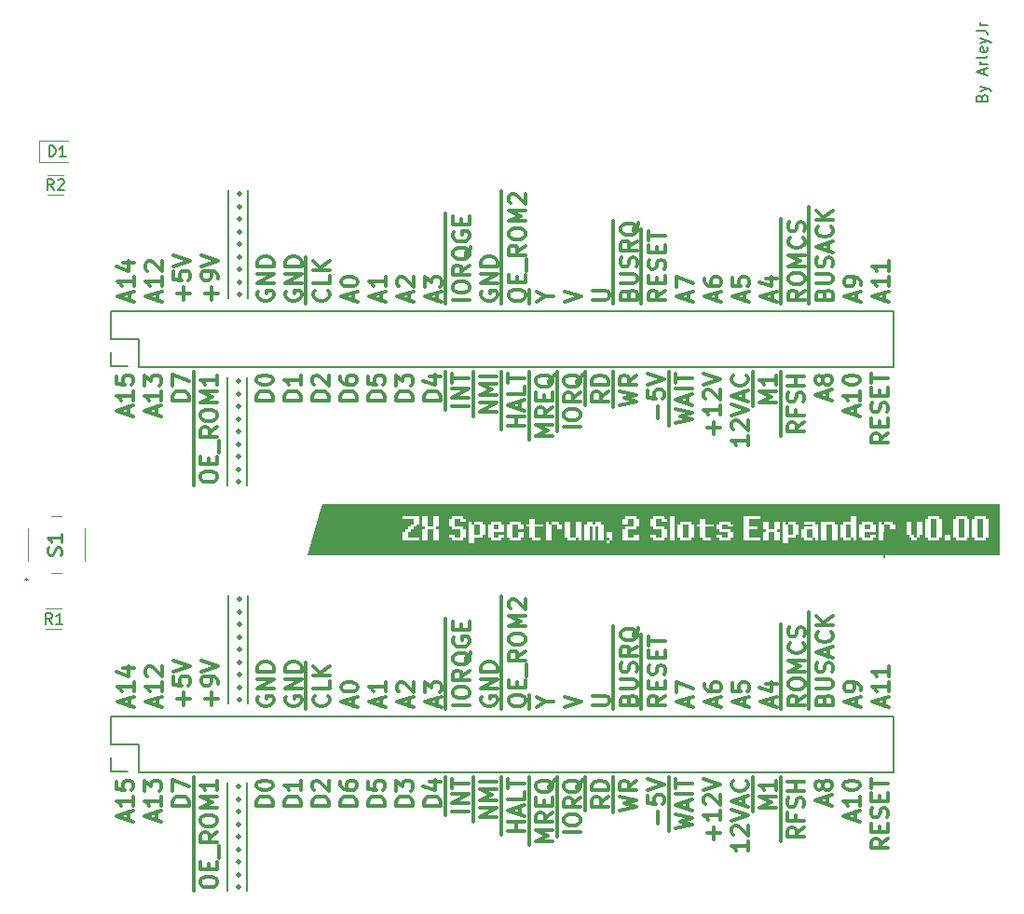
<source format=gbr>
%TF.GenerationSoftware,KiCad,Pcbnew,8.0.0*%
%TF.CreationDate,2024-03-05T08:56:25+01:00*%
%TF.ProjectId,ZX Spectrum_ BUS Expander,5a582053-7065-4637-9472-756d2c204255,rev?*%
%TF.SameCoordinates,Original*%
%TF.FileFunction,Legend,Top*%
%TF.FilePolarity,Positive*%
%FSLAX46Y46*%
G04 Gerber Fmt 4.6, Leading zero omitted, Abs format (unit mm)*
G04 Created by KiCad (PCBNEW 8.0.0) date 2024-03-05 08:56:25*
%MOMM*%
%LPD*%
G01*
G04 APERTURE LIST*
%ADD10C,0.200000*%
%ADD11C,0.150000*%
%ADD12C,0.254000*%
%ADD13C,0.300000*%
%ADD14C,0.100000*%
%ADD15C,0.120000*%
%ADD16C,0.000000*%
G04 APERTURE END LIST*
D10*
X174498000Y-98806000D02*
X174498000Y-101092000D01*
D11*
X183321009Y-59379887D02*
X183368628Y-59237030D01*
X183368628Y-59237030D02*
X183416247Y-59189411D01*
X183416247Y-59189411D02*
X183511485Y-59141792D01*
X183511485Y-59141792D02*
X183654342Y-59141792D01*
X183654342Y-59141792D02*
X183749580Y-59189411D01*
X183749580Y-59189411D02*
X183797200Y-59237030D01*
X183797200Y-59237030D02*
X183844819Y-59332268D01*
X183844819Y-59332268D02*
X183844819Y-59713220D01*
X183844819Y-59713220D02*
X182844819Y-59713220D01*
X182844819Y-59713220D02*
X182844819Y-59379887D01*
X182844819Y-59379887D02*
X182892438Y-59284649D01*
X182892438Y-59284649D02*
X182940057Y-59237030D01*
X182940057Y-59237030D02*
X183035295Y-59189411D01*
X183035295Y-59189411D02*
X183130533Y-59189411D01*
X183130533Y-59189411D02*
X183225771Y-59237030D01*
X183225771Y-59237030D02*
X183273390Y-59284649D01*
X183273390Y-59284649D02*
X183321009Y-59379887D01*
X183321009Y-59379887D02*
X183321009Y-59713220D01*
X183178152Y-58808458D02*
X183844819Y-58570363D01*
X183178152Y-58332268D02*
X183844819Y-58570363D01*
X183844819Y-58570363D02*
X184082914Y-58665601D01*
X184082914Y-58665601D02*
X184130533Y-58713220D01*
X184130533Y-58713220D02*
X184178152Y-58808458D01*
X183559104Y-57237029D02*
X183559104Y-56760839D01*
X183844819Y-57332267D02*
X182844819Y-56998934D01*
X182844819Y-56998934D02*
X183844819Y-56665601D01*
X183844819Y-56332267D02*
X183178152Y-56332267D01*
X183368628Y-56332267D02*
X183273390Y-56284648D01*
X183273390Y-56284648D02*
X183225771Y-56237029D01*
X183225771Y-56237029D02*
X183178152Y-56141791D01*
X183178152Y-56141791D02*
X183178152Y-56046553D01*
X183844819Y-55570362D02*
X183797200Y-55665600D01*
X183797200Y-55665600D02*
X183701961Y-55713219D01*
X183701961Y-55713219D02*
X182844819Y-55713219D01*
X183797200Y-54808457D02*
X183844819Y-54903695D01*
X183844819Y-54903695D02*
X183844819Y-55094171D01*
X183844819Y-55094171D02*
X183797200Y-55189409D01*
X183797200Y-55189409D02*
X183701961Y-55237028D01*
X183701961Y-55237028D02*
X183321009Y-55237028D01*
X183321009Y-55237028D02*
X183225771Y-55189409D01*
X183225771Y-55189409D02*
X183178152Y-55094171D01*
X183178152Y-55094171D02*
X183178152Y-54903695D01*
X183178152Y-54903695D02*
X183225771Y-54808457D01*
X183225771Y-54808457D02*
X183321009Y-54760838D01*
X183321009Y-54760838D02*
X183416247Y-54760838D01*
X183416247Y-54760838D02*
X183511485Y-55237028D01*
X183178152Y-54427504D02*
X183844819Y-54189409D01*
X183178152Y-53951314D02*
X183844819Y-54189409D01*
X183844819Y-54189409D02*
X184082914Y-54284647D01*
X184082914Y-54284647D02*
X184130533Y-54332266D01*
X184130533Y-54332266D02*
X184178152Y-54427504D01*
X182844819Y-53284647D02*
X183559104Y-53284647D01*
X183559104Y-53284647D02*
X183701961Y-53332266D01*
X183701961Y-53332266D02*
X183797200Y-53427504D01*
X183797200Y-53427504D02*
X183844819Y-53570361D01*
X183844819Y-53570361D02*
X183844819Y-53665599D01*
X183844819Y-52808456D02*
X183178152Y-52808456D01*
X183368628Y-52808456D02*
X183273390Y-52760837D01*
X183273390Y-52760837D02*
X183225771Y-52713218D01*
X183225771Y-52713218D02*
X183178152Y-52617980D01*
X183178152Y-52617980D02*
X183178152Y-52522742D01*
D12*
X99653842Y-100947619D02*
X99714318Y-100766190D01*
X99714318Y-100766190D02*
X99714318Y-100463809D01*
X99714318Y-100463809D02*
X99653842Y-100342857D01*
X99653842Y-100342857D02*
X99593365Y-100282381D01*
X99593365Y-100282381D02*
X99472413Y-100221904D01*
X99472413Y-100221904D02*
X99351461Y-100221904D01*
X99351461Y-100221904D02*
X99230508Y-100282381D01*
X99230508Y-100282381D02*
X99170032Y-100342857D01*
X99170032Y-100342857D02*
X99109556Y-100463809D01*
X99109556Y-100463809D02*
X99049080Y-100705714D01*
X99049080Y-100705714D02*
X98988603Y-100826666D01*
X98988603Y-100826666D02*
X98928127Y-100887143D01*
X98928127Y-100887143D02*
X98807175Y-100947619D01*
X98807175Y-100947619D02*
X98686222Y-100947619D01*
X98686222Y-100947619D02*
X98565270Y-100887143D01*
X98565270Y-100887143D02*
X98504794Y-100826666D01*
X98504794Y-100826666D02*
X98444318Y-100705714D01*
X98444318Y-100705714D02*
X98444318Y-100403333D01*
X98444318Y-100403333D02*
X98504794Y-100221904D01*
X99714318Y-99012380D02*
X99714318Y-99738095D01*
X99714318Y-99375238D02*
X98444318Y-99375238D01*
X98444318Y-99375238D02*
X98625746Y-99496190D01*
X98625746Y-99496190D02*
X98746699Y-99617142D01*
X98746699Y-99617142D02*
X98807175Y-99738095D01*
D11*
X98853333Y-107204819D02*
X98520000Y-106728628D01*
X98281905Y-107204819D02*
X98281905Y-106204819D01*
X98281905Y-106204819D02*
X98662857Y-106204819D01*
X98662857Y-106204819D02*
X98758095Y-106252438D01*
X98758095Y-106252438D02*
X98805714Y-106300057D01*
X98805714Y-106300057D02*
X98853333Y-106395295D01*
X98853333Y-106395295D02*
X98853333Y-106538152D01*
X98853333Y-106538152D02*
X98805714Y-106633390D01*
X98805714Y-106633390D02*
X98758095Y-106681009D01*
X98758095Y-106681009D02*
X98662857Y-106728628D01*
X98662857Y-106728628D02*
X98281905Y-106728628D01*
X99805714Y-107204819D02*
X99234286Y-107204819D01*
X99520000Y-107204819D02*
X99520000Y-106204819D01*
X99520000Y-106204819D02*
X99424762Y-106347676D01*
X99424762Y-106347676D02*
X99329524Y-106442914D01*
X99329524Y-106442914D02*
X99234286Y-106490533D01*
X98592905Y-64716819D02*
X98592905Y-63716819D01*
X98592905Y-63716819D02*
X98831000Y-63716819D01*
X98831000Y-63716819D02*
X98973857Y-63764438D01*
X98973857Y-63764438D02*
X99069095Y-63859676D01*
X99069095Y-63859676D02*
X99116714Y-63954914D01*
X99116714Y-63954914D02*
X99164333Y-64145390D01*
X99164333Y-64145390D02*
X99164333Y-64288247D01*
X99164333Y-64288247D02*
X99116714Y-64478723D01*
X99116714Y-64478723D02*
X99069095Y-64573961D01*
X99069095Y-64573961D02*
X98973857Y-64669200D01*
X98973857Y-64669200D02*
X98831000Y-64716819D01*
X98831000Y-64716819D02*
X98592905Y-64716819D01*
X100116714Y-64716819D02*
X99545286Y-64716819D01*
X99831000Y-64716819D02*
X99831000Y-63716819D01*
X99831000Y-63716819D02*
X99735762Y-63859676D01*
X99735762Y-63859676D02*
X99640524Y-63954914D01*
X99640524Y-63954914D02*
X99545286Y-64002533D01*
X99000833Y-67774819D02*
X98667500Y-67298628D01*
X98429405Y-67774819D02*
X98429405Y-66774819D01*
X98429405Y-66774819D02*
X98810357Y-66774819D01*
X98810357Y-66774819D02*
X98905595Y-66822438D01*
X98905595Y-66822438D02*
X98953214Y-66870057D01*
X98953214Y-66870057D02*
X99000833Y-66965295D01*
X99000833Y-66965295D02*
X99000833Y-67108152D01*
X99000833Y-67108152D02*
X98953214Y-67203390D01*
X98953214Y-67203390D02*
X98905595Y-67251009D01*
X98905595Y-67251009D02*
X98810357Y-67298628D01*
X98810357Y-67298628D02*
X98429405Y-67298628D01*
X99381786Y-66870057D02*
X99429405Y-66822438D01*
X99429405Y-66822438D02*
X99524643Y-66774819D01*
X99524643Y-66774819D02*
X99762738Y-66774819D01*
X99762738Y-66774819D02*
X99857976Y-66822438D01*
X99857976Y-66822438D02*
X99905595Y-66870057D01*
X99905595Y-66870057D02*
X99953214Y-66965295D01*
X99953214Y-66965295D02*
X99953214Y-67060533D01*
X99953214Y-67060533D02*
X99905595Y-67203390D01*
X99905595Y-67203390D02*
X99334167Y-67774819D01*
X99334167Y-67774819D02*
X99953214Y-67774819D01*
%TO.C,J1*%
X104216200Y-78740000D02*
X175336200Y-78740000D01*
X104216200Y-81280000D02*
X104216200Y-78740000D01*
X104216200Y-82480000D02*
X104216200Y-83810000D01*
D13*
X104724770Y-74744290D02*
X105796200Y-75101430D01*
X104724770Y-84667140D02*
X104724770Y-85381430D01*
X104724770Y-85381430D02*
X105439060Y-85452860D01*
X104724770Y-86452860D02*
X104939060Y-86595710D01*
X104724770Y-87810000D02*
X106224770Y-87310000D01*
X104796200Y-76101430D02*
X105010490Y-76244290D01*
X104796200Y-77458570D02*
X106296200Y-76958570D01*
X104939060Y-86595710D02*
X105081910Y-86738570D01*
X105010490Y-76244290D02*
X105153340Y-76387140D01*
X105081910Y-86738570D02*
X105153340Y-86881430D01*
X105153340Y-76387140D02*
X105224770Y-76530000D01*
X105296200Y-74387140D02*
X106296200Y-74387140D01*
X105296200Y-84881430D02*
X105367630Y-84738570D01*
X105296200Y-85238570D02*
X105296200Y-84881430D01*
X105367630Y-84738570D02*
X105439060Y-84667140D01*
X105367630Y-85381430D02*
X105296200Y-85238570D01*
X105439060Y-84667140D02*
X105581910Y-84595710D01*
X105439060Y-85452860D02*
X105367630Y-85381430D01*
X105581910Y-84595710D02*
X105939060Y-84595710D01*
D11*
X105681200Y-83810000D02*
X104216200Y-83810000D01*
D13*
X105796200Y-75101430D02*
X105796200Y-74172860D01*
X105796200Y-88167140D02*
X105796200Y-87452860D01*
X105867630Y-77815720D02*
X105867630Y-77101430D01*
X105939060Y-84595710D02*
X106081910Y-84667140D01*
X106081910Y-84667140D02*
X106153340Y-84738570D01*
X106153340Y-84738570D02*
X106224770Y-84881430D01*
X106153340Y-85381430D02*
X106081910Y-85452860D01*
X106224770Y-84881430D02*
X106224770Y-85238570D01*
X106224770Y-85238570D02*
X106153340Y-85381430D01*
X106224770Y-86024290D02*
X106224770Y-86881430D01*
X106224770Y-86452860D02*
X104724770Y-86452860D01*
X106224770Y-88310000D02*
X104724770Y-87810000D01*
X106296200Y-75672860D02*
X106296200Y-76530000D01*
X106296200Y-76101430D02*
X104796200Y-76101430D01*
X106296200Y-77958570D02*
X104796200Y-77458570D01*
D11*
X106716200Y-81280000D02*
X104216200Y-81280000D01*
X106716200Y-83810000D02*
X106716200Y-81280000D01*
D13*
X107264770Y-84595710D02*
X107836200Y-85095710D01*
X107264770Y-85524290D02*
X107264770Y-84595710D01*
X107264770Y-86452860D02*
X107479060Y-86595710D01*
X107264770Y-87810000D02*
X108764770Y-87310000D01*
X107336200Y-74530000D02*
X107407630Y-74387140D01*
X107336200Y-74887140D02*
X107336200Y-74530000D01*
X107336200Y-76101430D02*
X107550490Y-76244290D01*
X107336200Y-77458570D02*
X108836200Y-76958570D01*
X107407630Y-74387140D02*
X107479060Y-74315720D01*
X107407630Y-75030000D02*
X107336200Y-74887140D01*
X107479060Y-74315720D02*
X107621920Y-74244290D01*
X107479060Y-75101430D02*
X107407630Y-75030000D01*
X107479060Y-86595710D02*
X107621910Y-86738570D01*
X107550490Y-76244290D02*
X107693340Y-76387140D01*
X107621910Y-86738570D02*
X107693340Y-86881430D01*
X107621920Y-74244290D02*
X107764770Y-74244290D01*
X107693340Y-76387140D02*
X107764770Y-76530000D01*
X107764770Y-74244290D02*
X107979060Y-74315720D01*
X107836200Y-84881430D02*
X107907630Y-84738570D01*
X107836200Y-85095710D02*
X107836200Y-84881430D01*
X107907630Y-84738570D02*
X107979060Y-84667140D01*
X107979060Y-74315720D02*
X108836200Y-75172860D01*
X107979060Y-84667140D02*
X108121910Y-84595710D01*
X108121910Y-84595710D02*
X108479060Y-84595710D01*
X108336200Y-88167140D02*
X108336200Y-87452860D01*
X108407630Y-77815720D02*
X108407630Y-77101430D01*
X108479060Y-84595710D02*
X108621910Y-84667140D01*
X108621910Y-84667140D02*
X108693340Y-84738570D01*
X108693340Y-84738570D02*
X108764770Y-84881430D01*
X108693340Y-85452860D02*
X108621910Y-85524290D01*
X108764770Y-84881430D02*
X108764770Y-85310000D01*
X108764770Y-85310000D02*
X108693340Y-85452860D01*
X108764770Y-86024290D02*
X108764770Y-86881430D01*
X108764770Y-86452860D02*
X107264770Y-86452860D01*
X108764770Y-88310000D02*
X107264770Y-87810000D01*
X108836200Y-75172860D02*
X108836200Y-74244290D01*
X108836200Y-75672860D02*
X108836200Y-76530000D01*
X108836200Y-76101430D02*
X107336200Y-76101430D01*
X108836200Y-77958570D02*
X107336200Y-77458570D01*
X109804770Y-84524290D02*
X111304770Y-85167140D01*
X109804770Y-85524290D02*
X109804770Y-84524290D01*
X109804770Y-86524290D02*
X109876200Y-86310000D01*
X109804770Y-86881430D02*
X109804770Y-86524290D01*
X109876200Y-74672860D02*
X111376200Y-74172860D01*
X109876200Y-75172860D02*
X109876200Y-75887140D01*
X109876200Y-75887140D02*
X110590490Y-75958570D01*
X109876200Y-86310000D02*
X110019060Y-86167140D01*
X110019060Y-86167140D02*
X110161910Y-86095710D01*
X110161910Y-86095710D02*
X110447630Y-86024290D01*
X110447630Y-75387140D02*
X110519060Y-75244290D01*
X110447630Y-75744290D02*
X110447630Y-75387140D01*
X110447630Y-86024290D02*
X110661910Y-86024290D01*
X110519060Y-75244290D02*
X110590490Y-75172860D01*
X110519060Y-75887140D02*
X110447630Y-75744290D01*
X110590490Y-75172860D02*
X110733340Y-75101430D01*
X110590490Y-75958570D02*
X110519060Y-75887140D01*
X110661910Y-86024290D02*
X110947630Y-86095710D01*
X110733340Y-75101430D02*
X111090490Y-75101430D01*
X110804770Y-77744290D02*
X110804770Y-76601430D01*
X110947630Y-86095710D02*
X111090490Y-86167140D01*
X111090490Y-75101430D02*
X111233340Y-75172860D01*
X111090490Y-86167140D02*
X111233340Y-86310000D01*
X111233340Y-75172860D02*
X111304770Y-75244290D01*
X111233340Y-86310000D02*
X111304770Y-86524290D01*
X111304770Y-75244290D02*
X111376200Y-75387140D01*
X111304770Y-75887140D02*
X111233340Y-75958570D01*
X111304770Y-86524290D02*
X111304770Y-86881430D01*
X111304770Y-86881430D02*
X109804770Y-86881430D01*
X111376200Y-74172860D02*
X109876200Y-73672860D01*
X111376200Y-75387140D02*
X111376200Y-75744290D01*
X111376200Y-75744290D02*
X111304770Y-75887140D01*
X111376200Y-77172860D02*
X110233340Y-77172860D01*
X111696200Y-85738570D02*
X111696200Y-84310000D01*
X111696200Y-87452860D02*
X111696200Y-85738570D01*
X111696200Y-89024290D02*
X111696200Y-87452860D01*
X111696200Y-90524290D02*
X111696200Y-89024290D01*
X111696200Y-91667140D02*
X111696200Y-90524290D01*
X111696200Y-93024290D02*
X111696200Y-91667140D01*
X111696200Y-94595710D02*
X111696200Y-93024290D01*
X112344770Y-85024290D02*
X112559060Y-85167140D01*
X112344770Y-86095710D02*
X113844770Y-86095710D01*
X112344770Y-87095710D02*
X113416200Y-86595710D01*
X112344770Y-88095710D02*
X112416200Y-87952860D01*
X112344770Y-88381430D02*
X112344770Y-88095710D01*
X112344770Y-89595710D02*
X112416200Y-89452860D01*
X112344770Y-90167140D02*
X112344770Y-89595710D01*
X112344770Y-92667140D02*
X112344770Y-91952860D01*
X112344770Y-93667140D02*
X112416200Y-93524290D01*
X112344770Y-93952860D02*
X112344770Y-93667140D01*
X112416200Y-74672860D02*
X113916200Y-74172860D01*
X112416200Y-75387140D02*
X112416200Y-75672860D01*
X112416200Y-75672860D02*
X112487630Y-75815720D01*
X112416200Y-87952860D02*
X112559060Y-87810000D01*
X112416200Y-88524290D02*
X112344770Y-88381430D01*
X112416200Y-89452860D02*
X112487630Y-89381430D01*
X112416200Y-93524290D02*
X112559060Y-93381430D01*
X112416200Y-94095710D02*
X112344770Y-93952860D01*
X112487630Y-75244290D02*
X112416200Y-75387140D01*
X112487630Y-75815720D02*
X112559060Y-75887140D01*
X112487630Y-89381430D02*
X112630490Y-89310000D01*
X112559060Y-75172860D02*
X112487630Y-75244290D01*
X112559060Y-75887140D02*
X112701920Y-75958570D01*
X112559060Y-85167140D02*
X112701910Y-85310000D01*
X112559060Y-87810000D02*
X112844770Y-87738570D01*
X112559060Y-88667140D02*
X112416200Y-88524290D01*
X112559060Y-93381430D02*
X112844770Y-93310000D01*
X112559060Y-94238570D02*
X112416200Y-94095710D01*
X112630490Y-89310000D02*
X112844770Y-89310000D01*
X112701910Y-85310000D02*
X112773340Y-85452860D01*
X112701920Y-75101430D02*
X112559060Y-75172860D01*
X112701920Y-75958570D02*
X113059060Y-75958570D01*
X112844770Y-87738570D02*
X113344770Y-87738570D01*
X112844770Y-88738570D02*
X112559060Y-88667140D01*
X112844770Y-89310000D02*
X112987630Y-89381430D01*
X112844770Y-93310000D02*
X113344770Y-93310000D01*
X112844770Y-94310000D02*
X112559060Y-94238570D01*
X112987630Y-89381430D02*
X113059060Y-89452860D01*
X113059060Y-75958570D02*
X113201920Y-75887140D01*
X113059060Y-89452860D02*
X113130490Y-89595710D01*
X113059060Y-92667140D02*
X113059060Y-92167140D01*
X113130490Y-89595710D02*
X113130490Y-90167140D01*
X113201920Y-75172860D02*
X113059060Y-75101430D01*
X113201920Y-75887140D02*
X113273340Y-75815720D01*
X113273340Y-75101430D02*
X112701920Y-75101430D01*
X113273340Y-75244290D02*
X113201920Y-75172860D01*
X113273340Y-75815720D02*
X113344770Y-75672860D01*
X113344770Y-75387140D02*
X113273340Y-75244290D01*
X113344770Y-75672860D02*
X113344770Y-75387140D01*
X113344770Y-77744290D02*
X113344770Y-76601430D01*
X113344770Y-87738570D02*
X113630490Y-87810000D01*
X113344770Y-88738570D02*
X112844770Y-88738570D01*
X113344770Y-93310000D02*
X113630490Y-93381430D01*
X113344770Y-94310000D02*
X112844770Y-94310000D01*
X113416200Y-86595710D02*
X112344770Y-86095710D01*
X113559060Y-75172860D02*
X113273340Y-75101430D01*
X113630490Y-87810000D02*
X113773340Y-87952860D01*
X113630490Y-88667140D02*
X113344770Y-88738570D01*
X113630490Y-93381430D02*
X113773340Y-93524290D01*
X113630490Y-94238570D02*
X113344770Y-94310000D01*
X113773340Y-75315720D02*
X113559060Y-75172860D01*
X113773340Y-87952860D02*
X113844770Y-88095710D01*
X113773340Y-88524290D02*
X113630490Y-88667140D01*
X113773340Y-93524290D02*
X113844770Y-93667140D01*
X113773340Y-94095710D02*
X113630490Y-94238570D01*
X113844770Y-75387140D02*
X113773340Y-75315720D01*
X113844770Y-84595710D02*
X113844770Y-85452860D01*
X113844770Y-85024290D02*
X112344770Y-85024290D01*
X113844770Y-87095710D02*
X112344770Y-87095710D01*
X113844770Y-88095710D02*
X113844770Y-88381430D01*
X113844770Y-88381430D02*
X113773340Y-88524290D01*
X113844770Y-89310000D02*
X113130490Y-89810000D01*
X113844770Y-90167140D02*
X112344770Y-90167140D01*
X113844770Y-91952860D02*
X113844770Y-92667140D01*
X113844770Y-92667140D02*
X112344770Y-92667140D01*
X113844770Y-93667140D02*
X113844770Y-93952860D01*
X113844770Y-93952860D02*
X113773340Y-94095710D01*
X113916200Y-74172860D02*
X112416200Y-73672860D01*
X113916200Y-75530000D02*
X113844770Y-75387140D01*
X113916200Y-75815720D02*
X113916200Y-75530000D01*
X113916200Y-77172860D02*
X112773340Y-77172860D01*
X113987630Y-91667140D02*
X113987630Y-90524290D01*
D11*
X114817200Y-84815000D02*
X114817200Y-94625000D01*
X114888630Y-67776430D02*
X114888630Y-77586430D01*
D13*
X115741910Y-85142430D02*
X115813340Y-85213860D01*
X115741910Y-85142430D02*
X115884770Y-85142430D01*
X115741910Y-86285290D02*
X115813340Y-86356710D01*
X115741910Y-86285290D02*
X115884770Y-86285290D01*
X115741910Y-87428140D02*
X115813340Y-87499570D01*
X115741910Y-87428140D02*
X115884770Y-87428140D01*
X115741910Y-88571000D02*
X115813340Y-88642430D01*
X115741910Y-88571000D02*
X115884770Y-88571000D01*
X115741910Y-89713860D02*
X115813340Y-89785290D01*
X115741910Y-89713860D02*
X115884770Y-89713860D01*
X115741910Y-90856710D02*
X115813340Y-90928140D01*
X115741910Y-90856710D02*
X115884770Y-90856710D01*
X115741910Y-91999570D02*
X115813340Y-92071000D01*
X115741910Y-91999570D02*
X115884770Y-91999570D01*
X115741910Y-93142430D02*
X115813340Y-93213860D01*
X115741910Y-93142430D02*
X115884770Y-93142430D01*
X115741910Y-94285290D02*
X115813340Y-94356710D01*
X115741910Y-94285290D02*
X115884770Y-94285290D01*
X115813340Y-68125140D02*
X115884770Y-68196570D01*
X115813340Y-68125140D02*
X115956200Y-68125140D01*
X115813340Y-69268000D02*
X115884770Y-69339430D01*
X115813340Y-69268000D02*
X115956200Y-69268000D01*
X115813340Y-70410860D02*
X115884770Y-70482290D01*
X115813340Y-70410860D02*
X115956200Y-70410860D01*
X115813340Y-71553720D02*
X115884770Y-71625140D01*
X115813340Y-71553720D02*
X115956200Y-71553720D01*
X115813340Y-72696570D02*
X115884770Y-72768000D01*
X115813340Y-72696570D02*
X115956200Y-72696570D01*
X115813340Y-73839430D02*
X115884770Y-73910860D01*
X115813340Y-73839430D02*
X115956200Y-73839430D01*
X115813340Y-74982290D02*
X115884770Y-75053720D01*
X115813340Y-74982290D02*
X115956200Y-74982290D01*
X115813340Y-76125140D02*
X115884770Y-76196570D01*
X115813340Y-76125140D02*
X115956200Y-76125140D01*
X115813340Y-77268000D02*
X115884770Y-77339430D01*
X115813340Y-77268000D02*
X115956200Y-77268000D01*
X115813340Y-85071000D02*
X115741910Y-85142430D01*
X115813340Y-85213860D02*
X115884770Y-85142430D01*
X115813340Y-86213860D02*
X115741910Y-86285290D01*
X115813340Y-86356710D02*
X115884770Y-86285290D01*
X115813340Y-87356710D02*
X115741910Y-87428140D01*
X115813340Y-87499570D02*
X115884770Y-87428140D01*
X115813340Y-88499570D02*
X115741910Y-88571000D01*
X115813340Y-88642430D02*
X115884770Y-88571000D01*
X115813340Y-89642430D02*
X115741910Y-89713860D01*
X115813340Y-89785290D02*
X115884770Y-89713860D01*
X115813340Y-90785290D02*
X115741910Y-90856710D01*
X115813340Y-90928140D02*
X115884770Y-90856710D01*
X115813340Y-91928140D02*
X115741910Y-91999570D01*
X115813340Y-92071000D02*
X115884770Y-91999570D01*
X115813340Y-93071000D02*
X115741910Y-93142430D01*
X115813340Y-93213860D02*
X115884770Y-93142430D01*
X115813340Y-94213860D02*
X115741910Y-94285290D01*
X115813340Y-94356710D02*
X115884770Y-94285290D01*
X115884770Y-68053720D02*
X115813340Y-68125140D01*
X115884770Y-68196570D02*
X115956200Y-68125140D01*
X115884770Y-69196570D02*
X115813340Y-69268000D01*
X115884770Y-69339430D02*
X115956200Y-69268000D01*
X115884770Y-70339430D02*
X115813340Y-70410860D01*
X115884770Y-70482290D02*
X115956200Y-70410860D01*
X115884770Y-71482290D02*
X115813340Y-71553720D01*
X115884770Y-71625140D02*
X115956200Y-71553720D01*
X115884770Y-72625140D02*
X115813340Y-72696570D01*
X115884770Y-72768000D02*
X115956200Y-72696570D01*
X115884770Y-73768000D02*
X115813340Y-73839430D01*
X115884770Y-73910860D02*
X115956200Y-73839430D01*
X115884770Y-74910860D02*
X115813340Y-74982290D01*
X115884770Y-75053720D02*
X115956200Y-74982290D01*
X115884770Y-76053720D02*
X115813340Y-76125140D01*
X115884770Y-76196570D02*
X115956200Y-76125140D01*
X115884770Y-77196570D02*
X115813340Y-77268000D01*
X115884770Y-77339430D02*
X115956200Y-77268000D01*
X115884770Y-85142430D02*
X115813340Y-85071000D01*
X115884770Y-86285290D02*
X115813340Y-86213860D01*
X115884770Y-87428140D02*
X115813340Y-87356710D01*
X115884770Y-88571000D02*
X115813340Y-88499570D01*
X115884770Y-89713860D02*
X115813340Y-89642430D01*
X115884770Y-90856710D02*
X115813340Y-90785290D01*
X115884770Y-91999570D02*
X115813340Y-91928140D01*
X115884770Y-93142430D02*
X115813340Y-93071000D01*
X115884770Y-94285290D02*
X115813340Y-94213860D01*
X115956200Y-68125140D02*
X115884770Y-68053720D01*
X115956200Y-69268000D02*
X115884770Y-69196570D01*
X115956200Y-70410860D02*
X115884770Y-70339430D01*
X115956200Y-71553720D02*
X115884770Y-71482290D01*
X115956200Y-72696570D02*
X115884770Y-72625140D01*
X115956200Y-73839430D02*
X115884770Y-73768000D01*
X115956200Y-74982290D02*
X115884770Y-74910860D01*
X115956200Y-76125140D02*
X115884770Y-76053720D01*
X115956200Y-77268000D02*
X115884770Y-77196570D01*
D11*
X116595200Y-84815000D02*
X116595200Y-94625000D01*
X116666630Y-67776430D02*
X116666630Y-77586430D01*
D13*
X117424770Y-84952860D02*
X117496200Y-84810000D01*
X117424770Y-85095710D02*
X117424770Y-84952860D01*
X117424770Y-86524290D02*
X117496200Y-86310000D01*
X117424770Y-86881430D02*
X117424770Y-86524290D01*
X117496200Y-74315720D02*
X117567630Y-74101430D01*
X117496200Y-74672860D02*
X117496200Y-74315720D01*
X117496200Y-76244290D02*
X118996200Y-75387140D01*
X117496200Y-77101430D02*
X117496200Y-77315720D01*
X117496200Y-77315720D02*
X117567630Y-77530000D01*
X117496200Y-84810000D02*
X117567630Y-84738570D01*
X117496200Y-85238570D02*
X117424770Y-85095710D01*
X117496200Y-86310000D02*
X117639060Y-86167140D01*
X117567630Y-74101430D02*
X117710490Y-73958570D01*
X117567630Y-76958570D02*
X117496200Y-77101430D01*
X117567630Y-77530000D02*
X117710490Y-77672860D01*
X117567630Y-84738570D02*
X117710490Y-84667140D01*
X117567630Y-85310000D02*
X117496200Y-85238570D01*
X117639060Y-86167140D02*
X117781910Y-86095710D01*
X117710490Y-73958570D02*
X117853340Y-73887140D01*
X117710490Y-77672860D02*
X117853340Y-77744290D01*
X117710490Y-84667140D02*
X117996200Y-84595710D01*
X117710490Y-85381430D02*
X117567630Y-85310000D01*
X117781910Y-86095710D02*
X118067630Y-86024290D01*
X117853340Y-73887140D02*
X118139060Y-73815720D01*
X117853340Y-77744290D02*
X118139060Y-77815720D01*
X117996200Y-84595710D02*
X118353340Y-84595710D01*
X117996200Y-85452860D02*
X117710490Y-85381430D01*
X118067630Y-86024290D02*
X118281910Y-86024290D01*
X118139060Y-73815720D02*
X118353340Y-73815720D01*
X118139060Y-77815720D02*
X118353340Y-77815720D01*
X118281910Y-86024290D02*
X118567630Y-86095710D01*
X118353340Y-73815720D02*
X118639060Y-73887140D01*
X118353340Y-76887140D02*
X118353340Y-77172860D01*
X118353340Y-77815720D02*
X118639060Y-77744290D01*
X118353340Y-84595710D02*
X118639060Y-84667140D01*
X118353340Y-85452860D02*
X117996200Y-85452860D01*
X118567630Y-86095710D02*
X118710490Y-86167140D01*
X118639060Y-73887140D02*
X118781920Y-73958570D01*
X118639060Y-77744290D02*
X118781920Y-77672860D01*
X118639060Y-84667140D02*
X118781910Y-84738570D01*
X118639060Y-85381430D02*
X118353340Y-85452860D01*
X118710490Y-86167140D02*
X118853340Y-86310000D01*
X118781910Y-84738570D02*
X118853340Y-84810000D01*
X118781910Y-85310000D02*
X118639060Y-85381430D01*
X118781920Y-73958570D02*
X118924770Y-74101430D01*
X118781920Y-77672860D02*
X118924770Y-77530000D01*
X118853340Y-76887140D02*
X118353340Y-76887140D01*
X118853340Y-84810000D02*
X118924770Y-84952860D01*
X118853340Y-85238570D02*
X118781910Y-85310000D01*
X118853340Y-86310000D02*
X118924770Y-86524290D01*
X118924770Y-74101430D02*
X118996200Y-74315720D01*
X118924770Y-76958570D02*
X118853340Y-76887140D01*
X118924770Y-77530000D02*
X118996200Y-77315720D01*
X118924770Y-84952860D02*
X118924770Y-85095710D01*
X118924770Y-85095710D02*
X118853340Y-85238570D01*
X118924770Y-86524290D02*
X118924770Y-86881430D01*
X118924770Y-86881430D02*
X117424770Y-86881430D01*
X118996200Y-74315720D02*
X118996200Y-74672860D01*
X118996200Y-74672860D02*
X117496200Y-74672860D01*
X118996200Y-75387140D02*
X117496200Y-75387140D01*
X118996200Y-76244290D02*
X117496200Y-76244290D01*
X118996200Y-77172860D02*
X118924770Y-76958570D01*
X118996200Y-77315720D02*
X118996200Y-77172860D01*
X119964770Y-85024290D02*
X120179060Y-85167140D01*
X119964770Y-86524290D02*
X120036200Y-86310000D01*
X119964770Y-86881430D02*
X119964770Y-86524290D01*
X120036200Y-74315720D02*
X120107630Y-74101430D01*
X120036200Y-74672860D02*
X120036200Y-74315720D01*
X120036200Y-76244290D02*
X121536200Y-75387140D01*
X120036200Y-77101430D02*
X120036200Y-77315720D01*
X120036200Y-77315720D02*
X120107630Y-77530000D01*
X120036200Y-86310000D02*
X120179060Y-86167140D01*
X120107630Y-74101430D02*
X120250490Y-73958570D01*
X120107630Y-76958570D02*
X120036200Y-77101430D01*
X120107630Y-77530000D02*
X120250490Y-77672860D01*
X120179060Y-85167140D02*
X120321910Y-85310000D01*
X120179060Y-86167140D02*
X120321910Y-86095710D01*
X120250490Y-73958570D02*
X120393340Y-73887140D01*
X120250490Y-77672860D02*
X120393340Y-77744290D01*
X120321910Y-85310000D02*
X120393340Y-85452860D01*
X120321910Y-86095710D02*
X120607630Y-86024290D01*
X120393340Y-73887140D02*
X120679060Y-73815720D01*
X120393340Y-77744290D02*
X120679060Y-77815720D01*
X120607630Y-86024290D02*
X120821910Y-86024290D01*
X120679060Y-73815720D02*
X120893340Y-73815720D01*
X120679060Y-77815720D02*
X120893340Y-77815720D01*
X120821910Y-86024290D02*
X121107630Y-86095710D01*
X120893340Y-73815720D02*
X121179060Y-73887140D01*
X120893340Y-76887140D02*
X120893340Y-77172860D01*
X120893340Y-77815720D02*
X121179060Y-77744290D01*
X121107630Y-86095710D02*
X121250490Y-86167140D01*
X121179060Y-73887140D02*
X121321920Y-73958570D01*
X121179060Y-77744290D02*
X121321920Y-77672860D01*
X121250490Y-86167140D02*
X121393340Y-86310000D01*
X121321920Y-73958570D02*
X121464770Y-74101430D01*
X121321920Y-77672860D02*
X121464770Y-77530000D01*
X121393340Y-76887140D02*
X120893340Y-76887140D01*
X121393340Y-86310000D02*
X121464770Y-86524290D01*
X121464770Y-74101430D02*
X121536200Y-74315720D01*
X121464770Y-76958570D02*
X121393340Y-76887140D01*
X121464770Y-77530000D02*
X121536200Y-77315720D01*
X121464770Y-84595710D02*
X121464770Y-85452860D01*
X121464770Y-85024290D02*
X119964770Y-85024290D01*
X121464770Y-86524290D02*
X121464770Y-86881430D01*
X121464770Y-86881430D02*
X119964770Y-86881430D01*
X121536200Y-74315720D02*
X121536200Y-74672860D01*
X121536200Y-74672860D02*
X120036200Y-74672860D01*
X121536200Y-75387140D02*
X120036200Y-75387140D01*
X121536200Y-76244290D02*
X120036200Y-76244290D01*
X121536200Y-77172860D02*
X121464770Y-76958570D01*
X121536200Y-77315720D02*
X121536200Y-77172860D01*
X121927630Y-75387140D02*
X121927630Y-73887140D01*
X121927630Y-76601430D02*
X121927630Y-75387140D01*
X121927630Y-78101430D02*
X121927630Y-76601430D01*
X122504770Y-84881430D02*
X122576200Y-84738570D01*
X122504770Y-85238570D02*
X122504770Y-84881430D01*
X122504770Y-86524290D02*
X122576200Y-86310000D01*
X122504770Y-86881430D02*
X122504770Y-86524290D01*
X122576200Y-74172860D02*
X123433340Y-75030000D01*
X122576200Y-77172860D02*
X122647630Y-76958570D01*
X122576200Y-77315720D02*
X122576200Y-77172860D01*
X122576200Y-84738570D02*
X122647630Y-84667140D01*
X122576200Y-85381430D02*
X122504770Y-85238570D01*
X122576200Y-86310000D02*
X122719060Y-86167140D01*
X122647630Y-76958570D02*
X122719060Y-76887140D01*
X122647630Y-77530000D02*
X122576200Y-77315720D01*
X122647630Y-84667140D02*
X122790490Y-84595710D01*
X122647630Y-85452860D02*
X122576200Y-85381430D01*
X122719060Y-86167140D02*
X122861910Y-86095710D01*
X122790490Y-77672860D02*
X122647630Y-77530000D01*
X122790490Y-84595710D02*
X122933340Y-84595710D01*
X122861910Y-86095710D02*
X123147630Y-86024290D01*
X122933340Y-77744290D02*
X122790490Y-77672860D01*
X122933340Y-84595710D02*
X123147630Y-84667140D01*
X123147630Y-84667140D02*
X124004770Y-85524290D01*
X123147630Y-86024290D02*
X123361910Y-86024290D01*
X123219060Y-77815720D02*
X122933340Y-77744290D01*
X123361910Y-86024290D02*
X123647630Y-86095710D01*
X123433340Y-77815720D02*
X123219060Y-77815720D01*
X123647630Y-86095710D02*
X123790490Y-86167140D01*
X123719060Y-77744290D02*
X123433340Y-77815720D01*
X123790490Y-86167140D02*
X123933340Y-86310000D01*
X123861920Y-77672860D02*
X123719060Y-77744290D01*
X123933340Y-76887140D02*
X124004770Y-76958570D01*
X123933340Y-86310000D02*
X124004770Y-86524290D01*
X124004770Y-76958570D02*
X124076200Y-77172860D01*
X124004770Y-77530000D02*
X123861920Y-77672860D01*
X124004770Y-85524290D02*
X124004770Y-84595710D01*
X124004770Y-86524290D02*
X124004770Y-86881430D01*
X124004770Y-86881430D02*
X122504770Y-86881430D01*
X124076200Y-74172860D02*
X123219060Y-74815720D01*
X124076200Y-75030000D02*
X122576200Y-75030000D01*
X124076200Y-75530000D02*
X124076200Y-76244290D01*
X124076200Y-76244290D02*
X122576200Y-76244290D01*
X124076200Y-77172860D02*
X124076200Y-77315720D01*
X124076200Y-77315720D02*
X124004770Y-77530000D01*
X125044770Y-84738570D02*
X125044770Y-85024290D01*
X125044770Y-85024290D02*
X125116200Y-85167140D01*
X125044770Y-86524290D02*
X125116200Y-86310000D01*
X125044770Y-86881430D02*
X125044770Y-86524290D01*
X125116200Y-76030000D02*
X125187630Y-75887140D01*
X125116200Y-76172860D02*
X125116200Y-76030000D01*
X125116200Y-77458570D02*
X126616200Y-76958570D01*
X125116200Y-85167140D02*
X125187630Y-85238570D01*
X125116200Y-86310000D02*
X125259060Y-86167140D01*
X125187630Y-75887140D02*
X125259060Y-75815720D01*
X125187630Y-76315720D02*
X125116200Y-76172860D01*
X125187630Y-85238570D02*
X125401910Y-85381430D01*
X125259060Y-75815720D02*
X125401920Y-75744290D01*
X125259060Y-76387140D02*
X125187630Y-76315720D01*
X125259060Y-86167140D02*
X125401910Y-86095710D01*
X125401910Y-85381430D02*
X125687630Y-85452860D01*
X125401910Y-86095710D02*
X125687630Y-86024290D01*
X125401920Y-75744290D02*
X125687630Y-75672860D01*
X125401920Y-76458570D02*
X125259060Y-76387140D01*
X125616200Y-84881430D02*
X125616200Y-85167140D01*
X125616200Y-85167140D02*
X125687630Y-85310000D01*
X125687630Y-75672860D02*
X126044770Y-75672860D01*
X125687630Y-76530000D02*
X125401920Y-76458570D01*
X125687630Y-84738570D02*
X125616200Y-84881430D01*
X125687630Y-85310000D02*
X125759060Y-85381430D01*
X125687630Y-85452860D02*
X126259060Y-85452860D01*
X125687630Y-86024290D02*
X125901910Y-86024290D01*
X125759060Y-84667140D02*
X125687630Y-84738570D01*
X125759060Y-85381430D02*
X125901910Y-85452860D01*
X125901910Y-84595710D02*
X125759060Y-84667140D01*
X125901910Y-86024290D02*
X126187630Y-86095710D01*
X126044770Y-75672860D02*
X126330490Y-75744290D01*
X126044770Y-76530000D02*
X125687630Y-76530000D01*
X126187630Y-77815720D02*
X126187630Y-77101430D01*
X126187630Y-86095710D02*
X126330490Y-86167140D01*
X126259060Y-84595710D02*
X125901910Y-84595710D01*
X126259060Y-85452860D02*
X126401910Y-85381430D01*
X126330490Y-75744290D02*
X126473340Y-75815720D01*
X126330490Y-76458570D02*
X126044770Y-76530000D01*
X126330490Y-86167140D02*
X126473340Y-86310000D01*
X126401910Y-84667140D02*
X126259060Y-84595710D01*
X126401910Y-85381430D02*
X126473340Y-85310000D01*
X126473340Y-75815720D02*
X126544770Y-75887140D01*
X126473340Y-76387140D02*
X126330490Y-76458570D01*
X126473340Y-84738570D02*
X126401910Y-84667140D01*
X126473340Y-85310000D02*
X126544770Y-85167140D01*
X126473340Y-86310000D02*
X126544770Y-86524290D01*
X126544770Y-75887140D02*
X126616200Y-76030000D01*
X126544770Y-76315720D02*
X126473340Y-76387140D01*
X126544770Y-84881430D02*
X126473340Y-84738570D01*
X126544770Y-85167140D02*
X126544770Y-84881430D01*
X126544770Y-86524290D02*
X126544770Y-86881430D01*
X126544770Y-86881430D02*
X125044770Y-86881430D01*
X126616200Y-76030000D02*
X126616200Y-76172860D01*
X126616200Y-76172860D02*
X126544770Y-76315720D01*
X126616200Y-77958570D02*
X125116200Y-77458570D01*
X127584770Y-84667140D02*
X127584770Y-85381430D01*
X127584770Y-85381430D02*
X128299060Y-85452860D01*
X127584770Y-86524290D02*
X127656200Y-86310000D01*
X127584770Y-86881430D02*
X127584770Y-86524290D01*
X127656200Y-76101430D02*
X127870490Y-76244290D01*
X127656200Y-77458570D02*
X129156200Y-76958570D01*
X127656200Y-86310000D02*
X127799060Y-86167140D01*
X127799060Y-86167140D02*
X127941910Y-86095710D01*
X127870490Y-76244290D02*
X128013340Y-76387140D01*
X127941910Y-86095710D02*
X128227630Y-86024290D01*
X128013340Y-76387140D02*
X128084770Y-76530000D01*
X128156200Y-84881430D02*
X128227630Y-84738570D01*
X128156200Y-85238570D02*
X128156200Y-84881430D01*
X128227630Y-84738570D02*
X128299060Y-84667140D01*
X128227630Y-85381430D02*
X128156200Y-85238570D01*
X128227630Y-86024290D02*
X128441910Y-86024290D01*
X128299060Y-84667140D02*
X128441910Y-84595710D01*
X128299060Y-85452860D02*
X128227630Y-85381430D01*
X128441910Y-84595710D02*
X128799060Y-84595710D01*
X128441910Y-86024290D02*
X128727630Y-86095710D01*
X128727630Y-77815720D02*
X128727630Y-77101430D01*
X128727630Y-86095710D02*
X128870490Y-86167140D01*
X128799060Y-84595710D02*
X128941910Y-84667140D01*
X128870490Y-86167140D02*
X129013340Y-86310000D01*
X128941910Y-84667140D02*
X129013340Y-84738570D01*
X129013340Y-84738570D02*
X129084770Y-84881430D01*
X129013340Y-85381430D02*
X128941910Y-85452860D01*
X129013340Y-86310000D02*
X129084770Y-86524290D01*
X129084770Y-84881430D02*
X129084770Y-85238570D01*
X129084770Y-85238570D02*
X129013340Y-85381430D01*
X129084770Y-86524290D02*
X129084770Y-86881430D01*
X129084770Y-86881430D02*
X127584770Y-86881430D01*
X129156200Y-75672860D02*
X129156200Y-76530000D01*
X129156200Y-76101430D02*
X127656200Y-76101430D01*
X129156200Y-77958570D02*
X127656200Y-77458570D01*
X130124770Y-84595710D02*
X130696200Y-85095710D01*
X130124770Y-85524290D02*
X130124770Y-84595710D01*
X130124770Y-86524290D02*
X130196200Y-86310000D01*
X130124770Y-86881430D02*
X130124770Y-86524290D01*
X130196200Y-75958570D02*
X130267630Y-75815720D01*
X130196200Y-76315720D02*
X130196200Y-75958570D01*
X130196200Y-77458570D02*
X131696200Y-76958570D01*
X130196200Y-86310000D02*
X130339060Y-86167140D01*
X130267630Y-75815720D02*
X130339060Y-75744290D01*
X130267630Y-76458570D02*
X130196200Y-76315720D01*
X130339060Y-75744290D02*
X130481920Y-75672860D01*
X130339060Y-76530000D02*
X130267630Y-76458570D01*
X130339060Y-86167140D02*
X130481910Y-86095710D01*
X130481910Y-86095710D02*
X130767630Y-86024290D01*
X130481920Y-75672860D02*
X130624770Y-75672860D01*
X130624770Y-75672860D02*
X130839060Y-75744290D01*
X130696200Y-84881430D02*
X130767630Y-84738570D01*
X130696200Y-85095710D02*
X130696200Y-84881430D01*
X130767630Y-84738570D02*
X130839060Y-84667140D01*
X130767630Y-86024290D02*
X130981910Y-86024290D01*
X130839060Y-75744290D02*
X131696200Y-76601430D01*
X130839060Y-84667140D02*
X130981910Y-84595710D01*
X130981910Y-84595710D02*
X131339060Y-84595710D01*
X130981910Y-86024290D02*
X131267630Y-86095710D01*
X131267630Y-77815720D02*
X131267630Y-77101430D01*
X131267630Y-86095710D02*
X131410490Y-86167140D01*
X131339060Y-84595710D02*
X131481910Y-84667140D01*
X131410490Y-86167140D02*
X131553340Y-86310000D01*
X131481910Y-84667140D02*
X131553340Y-84738570D01*
X131553340Y-84738570D02*
X131624770Y-84881430D01*
X131553340Y-85452860D02*
X131481910Y-85524290D01*
X131553340Y-86310000D02*
X131624770Y-86524290D01*
X131624770Y-84881430D02*
X131624770Y-85310000D01*
X131624770Y-85310000D02*
X131553340Y-85452860D01*
X131624770Y-86524290D02*
X131624770Y-86881430D01*
X131624770Y-86881430D02*
X130124770Y-86881430D01*
X131696200Y-76601430D02*
X131696200Y-75672860D01*
X131696200Y-77958570D02*
X130196200Y-77458570D01*
X132593340Y-85095710D02*
X133664770Y-85452860D01*
X132664770Y-86524290D02*
X132736200Y-86310000D01*
X132664770Y-86881430D02*
X132664770Y-86524290D01*
X132736200Y-75672860D02*
X133307630Y-76172860D01*
X132736200Y-76601430D02*
X132736200Y-75672860D01*
X132736200Y-77458570D02*
X134236200Y-76958570D01*
X132736200Y-86310000D02*
X132879060Y-86167140D01*
X132879060Y-86167140D02*
X133021910Y-86095710D01*
X133021910Y-86095710D02*
X133307630Y-86024290D01*
X133164770Y-84738570D02*
X134164770Y-84738570D01*
X133307630Y-75958570D02*
X133379060Y-75815720D01*
X133307630Y-76172860D02*
X133307630Y-75958570D01*
X133307630Y-86024290D02*
X133521910Y-86024290D01*
X133379060Y-75815720D02*
X133450490Y-75744290D01*
X133450490Y-75744290D02*
X133593340Y-75672860D01*
X133521910Y-86024290D02*
X133807630Y-86095710D01*
X133593340Y-75672860D02*
X133950490Y-75672860D01*
X133664770Y-85452860D02*
X133664770Y-84524290D01*
X133807630Y-77815720D02*
X133807630Y-77101430D01*
X133807630Y-86095710D02*
X133950490Y-86167140D01*
X133950490Y-75672860D02*
X134093340Y-75744290D01*
X133950490Y-86167140D02*
X134093340Y-86310000D01*
X134093340Y-75744290D02*
X134164770Y-75815720D01*
X134093340Y-86310000D02*
X134164770Y-86524290D01*
X134164770Y-75815720D02*
X134236200Y-75958570D01*
X134164770Y-76530000D02*
X134093340Y-76601430D01*
X134164770Y-86524290D02*
X134164770Y-86881430D01*
X134164770Y-86881430D02*
X132664770Y-86881430D01*
X134236200Y-75958570D02*
X134236200Y-76387140D01*
X134236200Y-76387140D02*
X134164770Y-76530000D01*
X134236200Y-77958570D02*
X132736200Y-77458570D01*
X134556200Y-85452860D02*
X134556200Y-84310000D01*
X134556200Y-87024290D02*
X134556200Y-85452860D01*
X134556200Y-87738570D02*
X134556200Y-87024290D01*
X134627630Y-71244290D02*
X134627630Y-69887140D01*
X134627630Y-72744290D02*
X134627630Y-71244290D01*
X134627630Y-74315720D02*
X134627630Y-72744290D01*
X134627630Y-75815720D02*
X134627630Y-74315720D01*
X134627630Y-77387140D02*
X134627630Y-75815720D01*
X134627630Y-78101430D02*
X134627630Y-77387140D01*
X135204770Y-85310000D02*
X135204770Y-84452860D01*
X135204770Y-86667140D02*
X136704770Y-85810000D01*
X135276200Y-70887140D02*
X135276200Y-70172860D01*
X135276200Y-71744290D02*
X135276200Y-71958570D01*
X135276200Y-71958570D02*
X135347630Y-72172860D01*
X135276200Y-73387140D02*
X135347630Y-73244290D01*
X135276200Y-73672860D02*
X135276200Y-73387140D01*
X135276200Y-74887140D02*
X135347630Y-74744290D01*
X135276200Y-75458570D02*
X135276200Y-74887140D01*
X135276200Y-76458570D02*
X135347630Y-76315720D01*
X135276200Y-76744290D02*
X135276200Y-76458570D01*
X135347630Y-71601430D02*
X135276200Y-71744290D01*
X135347630Y-72172860D02*
X135490490Y-72315720D01*
X135347630Y-73244290D02*
X135490490Y-73101430D01*
X135347630Y-73815720D02*
X135276200Y-73672860D01*
X135347630Y-74744290D02*
X135419060Y-74672860D01*
X135347630Y-76315720D02*
X135490490Y-76172860D01*
X135347630Y-76887140D02*
X135276200Y-76744290D01*
X135419060Y-74672860D02*
X135561920Y-74601430D01*
X135490490Y-72315720D02*
X135633340Y-72387140D01*
X135490490Y-73101430D02*
X135776200Y-73030000D01*
X135490490Y-73958570D02*
X135347630Y-73815720D01*
X135490490Y-76172860D02*
X135776200Y-76101430D01*
X135490490Y-77030000D02*
X135347630Y-76887140D01*
X135561920Y-74601430D02*
X135776200Y-74601430D01*
X135633340Y-72387140D02*
X135919060Y-72458570D01*
X135776200Y-73030000D02*
X136276200Y-73030000D01*
X135776200Y-74030000D02*
X135490490Y-73958570D01*
X135776200Y-74601430D02*
X135919060Y-74672860D01*
X135776200Y-76101430D02*
X136276200Y-76101430D01*
X135776200Y-77101430D02*
X135490490Y-77030000D01*
X135919060Y-72458570D02*
X136133340Y-72458570D01*
X135919060Y-74672860D02*
X135990490Y-74744290D01*
X135990490Y-70887140D02*
X135990490Y-70387140D01*
X135990490Y-74744290D02*
X136061920Y-74887140D01*
X136061920Y-74887140D02*
X136061920Y-75458570D01*
X136133340Y-71530000D02*
X136133340Y-71815720D01*
X136133340Y-72458570D02*
X136419060Y-72387140D01*
X136276200Y-73030000D02*
X136561920Y-73101430D01*
X136276200Y-74030000D02*
X135776200Y-74030000D01*
X136276200Y-76101430D02*
X136561920Y-76172860D01*
X136276200Y-77101430D02*
X135776200Y-77101430D01*
X136419060Y-72387140D02*
X136561920Y-72315720D01*
X136419060Y-73601430D02*
X136419060Y-73744290D01*
X136490490Y-73458570D02*
X136419060Y-73601430D01*
X136561920Y-72315720D02*
X136704770Y-72172860D01*
X136561920Y-73101430D02*
X136704770Y-73244290D01*
X136561920Y-73958570D02*
X136276200Y-74030000D01*
X136561920Y-76172860D02*
X136704770Y-76315720D01*
X136561920Y-77030000D02*
X136276200Y-77101430D01*
X136633340Y-71530000D02*
X136133340Y-71530000D01*
X136704770Y-71601430D02*
X136633340Y-71530000D01*
X136704770Y-72172860D02*
X136776200Y-71958570D01*
X136704770Y-73244290D02*
X136490490Y-73458570D01*
X136704770Y-73244290D02*
X136776200Y-73387140D01*
X136704770Y-73815720D02*
X136561920Y-73958570D01*
X136704770Y-76315720D02*
X136776200Y-76458570D01*
X136704770Y-76887140D02*
X136561920Y-77030000D01*
X136704770Y-84881430D02*
X135204770Y-84881430D01*
X136704770Y-85810000D02*
X135204770Y-85810000D01*
X136704770Y-86667140D02*
X135204770Y-86667140D01*
X136704770Y-87381430D02*
X135204770Y-87381430D01*
X136776200Y-70172860D02*
X136776200Y-70887140D01*
X136776200Y-70887140D02*
X135276200Y-70887140D01*
X136776200Y-71815720D02*
X136704770Y-71601430D01*
X136776200Y-71958570D02*
X136776200Y-71815720D01*
X136776200Y-73387140D02*
X136776200Y-73672860D01*
X136776200Y-73672860D02*
X136704770Y-73815720D01*
X136776200Y-74601430D02*
X136061920Y-75101430D01*
X136776200Y-75458570D02*
X135276200Y-75458570D01*
X136776200Y-76458570D02*
X136776200Y-76744290D01*
X136776200Y-76744290D02*
X136704770Y-76887140D01*
X136776200Y-77744290D02*
X135276200Y-77744290D01*
X136847630Y-73101430D02*
X136704770Y-73244290D01*
X136919060Y-72958570D02*
X136847630Y-73101430D01*
X137096200Y-85024290D02*
X137096200Y-84310000D01*
X137096200Y-86738570D02*
X137096200Y-85024290D01*
X137096200Y-88310000D02*
X137096200Y-86738570D01*
X137744770Y-85381430D02*
X139244770Y-85381430D01*
X137744770Y-86381430D02*
X138816200Y-85881430D01*
X137744770Y-87952860D02*
X139244770Y-87095710D01*
X137816200Y-74315720D02*
X137887630Y-74101430D01*
X137816200Y-74672860D02*
X137816200Y-74315720D01*
X137816200Y-76244290D02*
X139316200Y-75387140D01*
X137816200Y-77101430D02*
X137816200Y-77315720D01*
X137816200Y-77315720D02*
X137887630Y-77530000D01*
X137887630Y-74101430D02*
X138030490Y-73958570D01*
X137887630Y-76958570D02*
X137816200Y-77101430D01*
X137887630Y-77530000D02*
X138030490Y-77672860D01*
X138030490Y-73958570D02*
X138173340Y-73887140D01*
X138030490Y-77672860D02*
X138173340Y-77744290D01*
X138173340Y-73887140D02*
X138459060Y-73815720D01*
X138173340Y-77744290D02*
X138459060Y-77815720D01*
X138459060Y-73815720D02*
X138673340Y-73815720D01*
X138459060Y-77815720D02*
X138673340Y-77815720D01*
X138673340Y-73815720D02*
X138959060Y-73887140D01*
X138673340Y-76887140D02*
X138673340Y-77172860D01*
X138673340Y-77815720D02*
X138959060Y-77744290D01*
X138816200Y-85881430D02*
X137744770Y-85381430D01*
X138959060Y-73887140D02*
X139101920Y-73958570D01*
X138959060Y-77744290D02*
X139101920Y-77672860D01*
X139101920Y-73958570D02*
X139244770Y-74101430D01*
X139101920Y-77672860D02*
X139244770Y-77530000D01*
X139173340Y-76887140D02*
X138673340Y-76887140D01*
X139244770Y-74101430D02*
X139316200Y-74315720D01*
X139244770Y-76958570D02*
X139173340Y-76887140D01*
X139244770Y-77530000D02*
X139316200Y-77315720D01*
X139244770Y-84667140D02*
X137744770Y-84667140D01*
X139244770Y-86381430D02*
X137744770Y-86381430D01*
X139244770Y-87095710D02*
X137744770Y-87095710D01*
X139244770Y-87952860D02*
X137744770Y-87952860D01*
X139316200Y-74315720D02*
X139316200Y-74672860D01*
X139316200Y-74672860D02*
X137816200Y-74672860D01*
X139316200Y-75387140D02*
X137816200Y-75387140D01*
X139316200Y-76244290D02*
X137816200Y-76244290D01*
X139316200Y-77172860D02*
X139244770Y-76958570D01*
X139316200Y-77315720D02*
X139316200Y-77172860D01*
X139636200Y-85452860D02*
X139636200Y-84310000D01*
X139636200Y-86667140D02*
X139636200Y-85452860D01*
X139636200Y-87952860D02*
X139636200Y-86667140D01*
X139636200Y-89524290D02*
X139636200Y-87952860D01*
X139707630Y-69244290D02*
X139707630Y-67815720D01*
X139707630Y-70958570D02*
X139707630Y-69244290D01*
X139707630Y-72530000D02*
X139707630Y-70958570D01*
X139707630Y-74030000D02*
X139707630Y-72530000D01*
X139707630Y-75172860D02*
X139707630Y-74030000D01*
X139707630Y-76530000D02*
X139707630Y-75172860D01*
X139707630Y-78101430D02*
X139707630Y-76530000D01*
X140284770Y-85310000D02*
X140284770Y-84452860D01*
X140284770Y-87310000D02*
X141784770Y-86810000D01*
X140356200Y-68387140D02*
X140427630Y-68244290D01*
X140356200Y-68744290D02*
X140356200Y-68387140D01*
X140356200Y-69601430D02*
X141856200Y-69601430D01*
X140356200Y-70601430D02*
X141427630Y-70101430D01*
X140356200Y-71601430D02*
X140427630Y-71458570D01*
X140356200Y-71887140D02*
X140356200Y-71601430D01*
X140356200Y-73101430D02*
X140427630Y-72958570D01*
X140356200Y-73672860D02*
X140356200Y-73101430D01*
X140356200Y-76172860D02*
X140356200Y-75458570D01*
X140356200Y-77172860D02*
X140427630Y-77030000D01*
X140356200Y-77458570D02*
X140356200Y-77172860D01*
X140427630Y-68244290D02*
X140499060Y-68172860D01*
X140427630Y-68887140D02*
X140356200Y-68744290D01*
X140427630Y-71458570D02*
X140570490Y-71315720D01*
X140427630Y-72030000D02*
X140356200Y-71887140D01*
X140427630Y-72958570D02*
X140499060Y-72887140D01*
X140427630Y-77030000D02*
X140570490Y-76887140D01*
X140427630Y-77601430D02*
X140356200Y-77458570D01*
X140499060Y-68172860D02*
X140641920Y-68101430D01*
X140499060Y-68958570D02*
X140427630Y-68887140D01*
X140499060Y-72887140D02*
X140641920Y-72815720D01*
X140570490Y-71315720D02*
X140856200Y-71244290D01*
X140570490Y-72172860D02*
X140427630Y-72030000D01*
X140570490Y-76887140D02*
X140856200Y-76815720D01*
X140570490Y-77744290D02*
X140427630Y-77601430D01*
X140641920Y-68101430D02*
X140784770Y-68101430D01*
X140641920Y-72815720D02*
X140856200Y-72815720D01*
X140784770Y-68101430D02*
X140999060Y-68172860D01*
X140856200Y-71244290D02*
X141356200Y-71244290D01*
X140856200Y-72244290D02*
X140570490Y-72172860D01*
X140856200Y-72815720D02*
X140999060Y-72887140D01*
X140856200Y-76815720D02*
X141356200Y-76815720D01*
X140856200Y-77815720D02*
X140570490Y-77744290D01*
X140999060Y-68172860D02*
X141856200Y-69030000D01*
X140999060Y-72887140D02*
X141070490Y-72958570D01*
X140999060Y-89167140D02*
X140999060Y-88310000D01*
X141070490Y-72958570D02*
X141141920Y-73101430D01*
X141070490Y-76172860D02*
X141070490Y-75672860D01*
X141141920Y-73101430D02*
X141141920Y-73672860D01*
X141356200Y-71244290D02*
X141641920Y-71315720D01*
X141356200Y-72244290D02*
X140856200Y-72244290D01*
X141356200Y-76815720D02*
X141641920Y-76887140D01*
X141356200Y-77815720D02*
X140856200Y-77815720D01*
X141356200Y-87667140D02*
X141356200Y-86952860D01*
X141427630Y-70101430D02*
X140356200Y-69601430D01*
X141641920Y-71315720D02*
X141784770Y-71458570D01*
X141641920Y-72172860D02*
X141356200Y-72244290D01*
X141641920Y-76887140D02*
X141784770Y-77030000D01*
X141641920Y-77744290D02*
X141356200Y-77815720D01*
X141784770Y-71458570D02*
X141856200Y-71601430D01*
X141784770Y-72030000D02*
X141641920Y-72172860D01*
X141784770Y-77030000D02*
X141856200Y-77172860D01*
X141784770Y-77601430D02*
X141641920Y-77744290D01*
X141784770Y-84881430D02*
X140284770Y-84881430D01*
X141784770Y-85595710D02*
X141784770Y-86310000D01*
X141784770Y-86310000D02*
X140284770Y-86310000D01*
X141784770Y-87810000D02*
X140284770Y-87310000D01*
X141784770Y-88310000D02*
X140284770Y-88310000D01*
X141784770Y-89167140D02*
X140284770Y-89167140D01*
X141856200Y-69030000D02*
X141856200Y-68101430D01*
X141856200Y-70601430D02*
X140356200Y-70601430D01*
X141856200Y-71601430D02*
X141856200Y-71887140D01*
X141856200Y-71887140D02*
X141784770Y-72030000D01*
X141856200Y-72815720D02*
X141141920Y-73315720D01*
X141856200Y-73672860D02*
X140356200Y-73672860D01*
X141856200Y-75458570D02*
X141856200Y-76172860D01*
X141856200Y-76172860D02*
X140356200Y-76172860D01*
X141856200Y-77172860D02*
X141856200Y-77458570D01*
X141856200Y-77458570D02*
X141784770Y-77601430D01*
X141999060Y-75172860D02*
X141999060Y-74030000D01*
X142176200Y-85881430D02*
X142176200Y-84310000D01*
X142176200Y-87238570D02*
X142176200Y-85881430D01*
X142176200Y-88738570D02*
X142176200Y-87238570D01*
X142176200Y-90452860D02*
X142176200Y-88738570D01*
X142247630Y-78101430D02*
X142247630Y-76815720D01*
X142824770Y-84952860D02*
X142896200Y-84810000D01*
X142824770Y-85238570D02*
X142824770Y-84952860D01*
X142824770Y-86881430D02*
X142824770Y-86167140D01*
X142824770Y-87810000D02*
X142896200Y-87667140D01*
X142824770Y-88381430D02*
X142824770Y-87810000D01*
X142824770Y-89095710D02*
X144324770Y-89095710D01*
X142824770Y-90095710D02*
X143896200Y-89595710D01*
X142896200Y-77958570D02*
X143681920Y-77458570D01*
X142896200Y-84810000D02*
X143039060Y-84667140D01*
X142896200Y-85381430D02*
X142824770Y-85238570D01*
X142896200Y-87667140D02*
X142967630Y-87595710D01*
X142967630Y-87595710D02*
X143110490Y-87524290D01*
X143039060Y-84667140D02*
X143324770Y-84595710D01*
X143039060Y-85524290D02*
X142896200Y-85381430D01*
X143110490Y-87524290D02*
X143324770Y-87524290D01*
X143324770Y-84595710D02*
X143824770Y-84595710D01*
X143324770Y-85595710D02*
X143039060Y-85524290D01*
X143324770Y-87524290D02*
X143467630Y-87595710D01*
X143467630Y-87595710D02*
X143539060Y-87667140D01*
X143539060Y-86881430D02*
X143539060Y-86381430D01*
X143539060Y-87667140D02*
X143610490Y-87810000D01*
X143610490Y-87810000D02*
X143610490Y-88381430D01*
X143681920Y-77458570D02*
X142896200Y-76958570D01*
X143681920Y-77458570D02*
X144396200Y-77458570D01*
X143824770Y-84595710D02*
X144110490Y-84667140D01*
X143824770Y-85595710D02*
X143324770Y-85595710D01*
X143896200Y-89595710D02*
X142824770Y-89095710D01*
X143967630Y-85167140D02*
X143967630Y-85310000D01*
X144039060Y-85024290D02*
X143967630Y-85167140D01*
X144110490Y-84667140D02*
X144253340Y-84810000D01*
X144110490Y-85524290D02*
X143824770Y-85595710D01*
X144253340Y-84810000D02*
X144039060Y-85024290D01*
X144253340Y-84810000D02*
X144324770Y-84952860D01*
X144253340Y-85381430D02*
X144110490Y-85524290D01*
X144324770Y-84952860D02*
X144324770Y-85238570D01*
X144324770Y-85238570D02*
X144253340Y-85381430D01*
X144324770Y-86167140D02*
X144324770Y-86881430D01*
X144324770Y-86881430D02*
X142824770Y-86881430D01*
X144324770Y-87524290D02*
X143610490Y-88024290D01*
X144324770Y-88381430D02*
X142824770Y-88381430D01*
X144324770Y-90095710D02*
X142824770Y-90095710D01*
X144396200Y-84667140D02*
X144253340Y-84810000D01*
X144467630Y-84524290D02*
X144396200Y-84667140D01*
X144716200Y-85881430D02*
X144716200Y-84310000D01*
X144716200Y-87381430D02*
X144716200Y-85881430D01*
X144716200Y-88952860D02*
X144716200Y-87381430D01*
X144716200Y-89667140D02*
X144716200Y-88952860D01*
X145364770Y-84952860D02*
X145436200Y-84810000D01*
X145364770Y-85238570D02*
X145364770Y-84952860D01*
X145364770Y-86452860D02*
X145436200Y-86310000D01*
X145364770Y-87024290D02*
X145364770Y-86452860D01*
X145364770Y-88024290D02*
X145436200Y-87881430D01*
X145364770Y-88310000D02*
X145364770Y-88024290D01*
X145436200Y-77958570D02*
X146936200Y-77458570D01*
X145436200Y-84810000D02*
X145579060Y-84667140D01*
X145436200Y-85381430D02*
X145364770Y-85238570D01*
X145436200Y-86310000D02*
X145507630Y-86238570D01*
X145436200Y-87881430D02*
X145579060Y-87738570D01*
X145436200Y-88452860D02*
X145364770Y-88310000D01*
X145507630Y-86238570D02*
X145650490Y-86167140D01*
X145579060Y-84667140D02*
X145864770Y-84595710D01*
X145579060Y-85524290D02*
X145436200Y-85381430D01*
X145579060Y-87738570D02*
X145864770Y-87667140D01*
X145579060Y-88595710D02*
X145436200Y-88452860D01*
X145650490Y-86167140D02*
X145864770Y-86167140D01*
X145864770Y-84595710D02*
X146364770Y-84595710D01*
X145864770Y-85595710D02*
X145579060Y-85524290D01*
X145864770Y-86167140D02*
X146007630Y-86238570D01*
X145864770Y-87667140D02*
X146364770Y-87667140D01*
X145864770Y-88667140D02*
X145579060Y-88595710D01*
X146007630Y-86238570D02*
X146079060Y-86310000D01*
X146079060Y-86310000D02*
X146150490Y-86452860D01*
X146150490Y-86452860D02*
X146150490Y-87024290D01*
X146364770Y-84595710D02*
X146650490Y-84667140D01*
X146364770Y-85595710D02*
X145864770Y-85595710D01*
X146364770Y-87667140D02*
X146650490Y-87738570D01*
X146364770Y-88667140D02*
X145864770Y-88667140D01*
X146507630Y-85167140D02*
X146507630Y-85310000D01*
X146579060Y-85024290D02*
X146507630Y-85167140D01*
X146650490Y-84667140D02*
X146793340Y-84810000D01*
X146650490Y-85524290D02*
X146364770Y-85595710D01*
X146650490Y-87738570D02*
X146793340Y-87881430D01*
X146650490Y-88595710D02*
X146364770Y-88667140D01*
X146793340Y-84810000D02*
X146579060Y-85024290D01*
X146793340Y-84810000D02*
X146864770Y-84952860D01*
X146793340Y-85381430D02*
X146650490Y-85524290D01*
X146793340Y-87881430D02*
X146864770Y-88024290D01*
X146793340Y-88452860D02*
X146650490Y-88595710D01*
X146864770Y-84952860D02*
X146864770Y-85238570D01*
X146864770Y-85238570D02*
X146793340Y-85381430D01*
X146864770Y-86167140D02*
X146150490Y-86667140D01*
X146864770Y-87024290D02*
X145364770Y-87024290D01*
X146864770Y-88024290D02*
X146864770Y-88310000D01*
X146864770Y-88310000D02*
X146793340Y-88452860D01*
X146864770Y-89310000D02*
X145364770Y-89310000D01*
X146936200Y-77458570D02*
X145436200Y-76958570D01*
X146936200Y-84667140D02*
X146793340Y-84810000D01*
X147007630Y-84524290D02*
X146936200Y-84667140D01*
X147256200Y-85810000D02*
X147256200Y-84310000D01*
X147256200Y-87310000D02*
X147256200Y-85810000D01*
X147904770Y-85095710D02*
X147976200Y-84881430D01*
X147904770Y-85452860D02*
X147904770Y-85095710D01*
X147904770Y-86381430D02*
X147976200Y-86238570D01*
X147904770Y-86952860D02*
X147904770Y-86381430D01*
X147976200Y-77744290D02*
X149190490Y-77744290D01*
X147976200Y-84881430D02*
X148119060Y-84738570D01*
X147976200Y-86238570D02*
X148047630Y-86167140D01*
X148047630Y-86167140D02*
X148190490Y-86095710D01*
X148119060Y-84738570D02*
X148261910Y-84667140D01*
X148190490Y-86095710D02*
X148404770Y-86095710D01*
X148261910Y-84667140D02*
X148547630Y-84595710D01*
X148404770Y-86095710D02*
X148547630Y-86167140D01*
X148547630Y-84595710D02*
X148761910Y-84595710D01*
X148547630Y-86167140D02*
X148619060Y-86238570D01*
X148619060Y-86238570D02*
X148690490Y-86381430D01*
X148690490Y-86381430D02*
X148690490Y-86952860D01*
X148761910Y-84595710D02*
X149047630Y-84667140D01*
X149047630Y-84667140D02*
X149190490Y-84738570D01*
X149190490Y-76887140D02*
X147976200Y-76887140D01*
X149190490Y-77744290D02*
X149333340Y-77672860D01*
X149190490Y-84738570D02*
X149333340Y-84881430D01*
X149333340Y-76958570D02*
X149190490Y-76887140D01*
X149333340Y-77672860D02*
X149404770Y-77601430D01*
X149333340Y-84881430D02*
X149404770Y-85095710D01*
X149404770Y-77030000D02*
X149333340Y-76958570D01*
X149404770Y-77601430D02*
X149476200Y-77458570D01*
X149404770Y-85095710D02*
X149404770Y-85452860D01*
X149404770Y-85452860D02*
X147904770Y-85452860D01*
X149404770Y-86095710D02*
X148690490Y-86595710D01*
X149404770Y-86952860D02*
X147904770Y-86952860D01*
X149476200Y-77172860D02*
X149404770Y-77030000D01*
X149476200Y-77458570D02*
X149476200Y-77172860D01*
X149796200Y-85810000D02*
X149796200Y-84310000D01*
X149796200Y-87524290D02*
X149796200Y-85810000D01*
X149867630Y-72101430D02*
X149867630Y-70530000D01*
X149867630Y-73601430D02*
X149867630Y-72101430D01*
X149867630Y-75030000D02*
X149867630Y-73601430D01*
X149867630Y-76601430D02*
X149867630Y-75030000D01*
X149867630Y-78101430D02*
X149867630Y-76601430D01*
X150444770Y-84881430D02*
X150516200Y-84738570D01*
X150444770Y-85452860D02*
X150444770Y-84881430D01*
X150444770Y-87310000D02*
X151944770Y-86952860D01*
X150516200Y-71172860D02*
X150587630Y-71030000D01*
X150516200Y-71458570D02*
X150516200Y-71172860D01*
X150516200Y-72672860D02*
X150587630Y-72530000D01*
X150516200Y-73244290D02*
X150516200Y-72672860D01*
X150516200Y-74101430D02*
X150587630Y-73887140D01*
X150516200Y-74458570D02*
X150516200Y-74101430D01*
X150516200Y-76244290D02*
X151730490Y-76244290D01*
X150516200Y-77244290D02*
X150587630Y-77101430D01*
X150516200Y-77744290D02*
X150516200Y-77244290D01*
X150516200Y-84738570D02*
X150587630Y-84667140D01*
X150587630Y-71030000D02*
X150730490Y-70887140D01*
X150587630Y-71601430D02*
X150516200Y-71458570D01*
X150587630Y-72530000D02*
X150659060Y-72458570D01*
X150587630Y-74601430D02*
X150516200Y-74458570D01*
X150587630Y-77101430D02*
X150659060Y-77030000D01*
X150587630Y-84667140D02*
X150730490Y-84595710D01*
X150659060Y-72458570D02*
X150801920Y-72387140D01*
X150659060Y-74672860D02*
X150587630Y-74601430D01*
X150659060Y-77030000D02*
X150801920Y-76958570D01*
X150730490Y-70887140D02*
X151016200Y-70815720D01*
X150730490Y-71744290D02*
X150587630Y-71601430D01*
X150730490Y-84595710D02*
X150944770Y-84595710D01*
X150801920Y-72387140D02*
X151016200Y-72387140D01*
X150801920Y-74744290D02*
X150659060Y-74672860D01*
X150801920Y-76958570D02*
X150944770Y-76958570D01*
X150873340Y-86667140D02*
X151944770Y-86381430D01*
X150944770Y-74744290D02*
X150801920Y-74744290D01*
X150944770Y-76958570D02*
X151087630Y-77030000D01*
X150944770Y-84595710D02*
X151087630Y-84667140D01*
X151016200Y-70815720D02*
X151516200Y-70815720D01*
X151016200Y-71815720D02*
X150730490Y-71744290D01*
X151016200Y-72387140D02*
X151159060Y-72458570D01*
X151087630Y-74672860D02*
X150944770Y-74744290D01*
X151087630Y-77030000D02*
X151159060Y-77101430D01*
X151087630Y-84667140D02*
X151159060Y-84738570D01*
X151159060Y-72458570D02*
X151230490Y-72530000D01*
X151159060Y-74601430D02*
X151087630Y-74672860D01*
X151159060Y-77101430D02*
X151230490Y-77244290D01*
X151159060Y-84738570D02*
X151230490Y-84881430D01*
X151230490Y-72530000D02*
X151301920Y-72672860D01*
X151230490Y-74458570D02*
X151159060Y-74601430D01*
X151230490Y-77244290D02*
X151230490Y-77744290D01*
X151230490Y-77244290D02*
X151301920Y-77030000D01*
X151230490Y-84881430D02*
X151230490Y-85452860D01*
X151301920Y-72672860D02*
X151301920Y-73244290D01*
X151301920Y-74172860D02*
X151230490Y-74458570D01*
X151301920Y-77030000D02*
X151373340Y-76958570D01*
X151373340Y-74030000D02*
X151301920Y-74172860D01*
X151373340Y-76958570D02*
X151516200Y-76887140D01*
X151444770Y-73958570D02*
X151373340Y-74030000D01*
X151516200Y-70815720D02*
X151801920Y-70887140D01*
X151516200Y-71815720D02*
X151016200Y-71815720D01*
X151516200Y-76887140D02*
X151730490Y-76887140D01*
X151587630Y-73887140D02*
X151444770Y-73958570D01*
X151659060Y-71387140D02*
X151659060Y-71530000D01*
X151730490Y-71244290D02*
X151659060Y-71387140D01*
X151730490Y-73887140D02*
X151587630Y-73887140D01*
X151730490Y-75387140D02*
X150516200Y-75387140D01*
X151730490Y-76244290D02*
X151873340Y-76172860D01*
X151730490Y-76887140D02*
X151873340Y-76958570D01*
X151801920Y-70887140D02*
X151944770Y-71030000D01*
X151801920Y-71744290D02*
X151516200Y-71815720D01*
X151873340Y-73958570D02*
X151730490Y-73887140D01*
X151873340Y-75458570D02*
X151730490Y-75387140D01*
X151873340Y-76172860D02*
X151944770Y-76101430D01*
X151873340Y-76958570D02*
X151944770Y-77030000D01*
X151944770Y-71030000D02*
X151730490Y-71244290D01*
X151944770Y-71030000D02*
X152016200Y-71172860D01*
X151944770Y-71601430D02*
X151801920Y-71744290D01*
X151944770Y-74030000D02*
X151873340Y-73958570D01*
X151944770Y-74744290D02*
X152016200Y-74530000D01*
X151944770Y-75530000D02*
X151873340Y-75458570D01*
X151944770Y-76101430D02*
X152016200Y-75958570D01*
X151944770Y-77030000D02*
X152016200Y-77172860D01*
X151944770Y-84595710D02*
X151230490Y-85095710D01*
X151944770Y-85452860D02*
X150444770Y-85452860D01*
X151944770Y-86381430D02*
X150444770Y-86024290D01*
X151944770Y-86952860D02*
X150873340Y-86667140D01*
X152016200Y-71172860D02*
X152016200Y-71458570D01*
X152016200Y-71458570D02*
X151944770Y-71601430D01*
X152016200Y-72387140D02*
X151301920Y-72887140D01*
X152016200Y-73244290D02*
X150516200Y-73244290D01*
X152016200Y-74172860D02*
X151944770Y-74030000D01*
X152016200Y-74530000D02*
X152016200Y-74172860D01*
X152016200Y-75672860D02*
X151944770Y-75530000D01*
X152016200Y-75958570D02*
X152016200Y-75672860D01*
X152016200Y-77172860D02*
X152016200Y-77744290D01*
X152016200Y-77744290D02*
X150516200Y-77744290D01*
X152087630Y-70887140D02*
X151944770Y-71030000D01*
X152159060Y-70744290D02*
X152087630Y-70887140D01*
X152407630Y-72458570D02*
X152407630Y-71315720D01*
X152407630Y-73815720D02*
X152407630Y-72458570D01*
X152407630Y-75244290D02*
X152407630Y-73815720D01*
X152407630Y-76601430D02*
X152407630Y-75244290D01*
X152407630Y-78101430D02*
X152407630Y-76601430D01*
X152984770Y-85452860D02*
X154484770Y-84952860D01*
X152984770Y-85952860D02*
X152984770Y-86667140D01*
X152984770Y-86667140D02*
X153699060Y-86738570D01*
X153056200Y-72315720D02*
X153056200Y-71458570D01*
X153056200Y-73458570D02*
X153056200Y-72744290D01*
X153056200Y-74315720D02*
X153127630Y-74101430D01*
X153056200Y-74672860D02*
X153056200Y-74315720D01*
X153056200Y-76244290D02*
X153056200Y-75530000D01*
X153056200Y-77172860D02*
X153127630Y-77030000D01*
X153056200Y-77744290D02*
X153056200Y-77172860D01*
X153127630Y-74815720D02*
X153056200Y-74672860D01*
X153127630Y-77030000D02*
X153199060Y-76958570D01*
X153199060Y-74887140D02*
X153127630Y-74815720D01*
X153199060Y-76958570D02*
X153341920Y-76887140D01*
X153341920Y-74958570D02*
X153199060Y-74887140D01*
X153341920Y-76887140D02*
X153556200Y-76887140D01*
X153484770Y-74958570D02*
X153341920Y-74958570D01*
X153556200Y-76887140D02*
X153699060Y-76958570D01*
X153556200Y-86167140D02*
X153627630Y-86024290D01*
X153556200Y-86524290D02*
X153556200Y-86167140D01*
X153627630Y-74887140D02*
X153484770Y-74958570D01*
X153627630Y-86024290D02*
X153699060Y-85952860D01*
X153627630Y-86667140D02*
X153556200Y-86524290D01*
X153699060Y-74815720D02*
X153627630Y-74887140D01*
X153699060Y-76958570D02*
X153770490Y-77030000D01*
X153699060Y-85952860D02*
X153841910Y-85881430D01*
X153699060Y-86738570D02*
X153627630Y-86667140D01*
X153770490Y-73458570D02*
X153770490Y-72958570D01*
X153770490Y-74672860D02*
X153699060Y-74815720D01*
X153770490Y-76244290D02*
X153770490Y-75744290D01*
X153770490Y-77030000D02*
X153841920Y-77172860D01*
X153841910Y-85881430D02*
X154199060Y-85881430D01*
X153841920Y-74387140D02*
X153770490Y-74672860D01*
X153841920Y-77172860D02*
X153841920Y-77744290D01*
X153913340Y-74244290D02*
X153841920Y-74387140D01*
X153913340Y-88524290D02*
X153913340Y-87381430D01*
X153984770Y-74172860D02*
X153913340Y-74244290D01*
X154127630Y-74101430D02*
X153984770Y-74172860D01*
X154199060Y-85881430D02*
X154341910Y-85952860D01*
X154270490Y-74101430D02*
X154127630Y-74101430D01*
X154341910Y-85952860D02*
X154413340Y-86024290D01*
X154413340Y-74172860D02*
X154270490Y-74101430D01*
X154413340Y-86024290D02*
X154484770Y-86167140D01*
X154413340Y-86667140D02*
X154341910Y-86738570D01*
X154484770Y-74244290D02*
X154413340Y-74172860D01*
X154484770Y-74958570D02*
X154556200Y-74744290D01*
X154484770Y-84952860D02*
X152984770Y-84452860D01*
X154484770Y-86167140D02*
X154484770Y-86524290D01*
X154484770Y-86524290D02*
X154413340Y-86667140D01*
X154556200Y-71887140D02*
X153056200Y-71887140D01*
X154556200Y-72744290D02*
X154556200Y-73458570D01*
X154556200Y-73458570D02*
X153056200Y-73458570D01*
X154556200Y-74387140D02*
X154484770Y-74244290D01*
X154556200Y-74744290D02*
X154556200Y-74387140D01*
X154556200Y-75530000D02*
X154556200Y-76244290D01*
X154556200Y-76244290D02*
X153056200Y-76244290D01*
X154556200Y-76887140D02*
X153841920Y-77387140D01*
X154556200Y-77744290D02*
X153056200Y-77744290D01*
X154876200Y-85452860D02*
X154876200Y-84310000D01*
X154876200Y-86167140D02*
X154876200Y-85452860D01*
X154876200Y-87452860D02*
X154876200Y-86167140D01*
X154876200Y-89167140D02*
X154876200Y-87452860D01*
X155524770Y-85310000D02*
X155524770Y-84452860D01*
X155524770Y-86810000D02*
X157024770Y-86310000D01*
X155524770Y-88952860D02*
X157024770Y-88595710D01*
X155596200Y-75601430D02*
X157096200Y-76244290D01*
X155596200Y-76601430D02*
X155596200Y-75601430D01*
X155596200Y-77458570D02*
X157096200Y-76958570D01*
X155953340Y-88310000D02*
X157024770Y-88024290D01*
X156596200Y-87167140D02*
X156596200Y-86452860D01*
X156667630Y-77815720D02*
X156667630Y-77101430D01*
X157024770Y-84881430D02*
X155524770Y-84881430D01*
X157024770Y-85810000D02*
X155524770Y-85810000D01*
X157024770Y-87310000D02*
X155524770Y-86810000D01*
X157024770Y-88024290D02*
X155524770Y-87667140D01*
X157024770Y-88595710D02*
X155953340Y-88310000D01*
X157096200Y-77958570D02*
X155596200Y-77458570D01*
X158064770Y-85452860D02*
X159564770Y-84952860D01*
X158064770Y-86167140D02*
X158136200Y-86024290D01*
X158064770Y-86524290D02*
X158064770Y-86167140D01*
X158064770Y-87738570D02*
X158279060Y-87881430D01*
X158136200Y-75815720D02*
X158136200Y-76101430D01*
X158136200Y-76101430D02*
X158207630Y-76244290D01*
X158136200Y-77458570D02*
X159636200Y-76958570D01*
X158136200Y-86024290D02*
X158207630Y-85952860D01*
X158136200Y-86667140D02*
X158064770Y-86524290D01*
X158207630Y-76244290D02*
X158279060Y-76315720D01*
X158207630Y-85952860D02*
X158350490Y-85881430D01*
X158207630Y-86738570D02*
X158136200Y-86667140D01*
X158279060Y-76315720D02*
X158493340Y-76458570D01*
X158279060Y-87881430D02*
X158421910Y-88024290D01*
X158350490Y-85881430D02*
X158493340Y-85881430D01*
X158421910Y-88024290D02*
X158493340Y-88167140D01*
X158493340Y-76458570D02*
X158779060Y-76530000D01*
X158493340Y-85881430D02*
X158707630Y-85952860D01*
X158707630Y-75958570D02*
X158707630Y-76244290D01*
X158707630Y-76244290D02*
X158779060Y-76387140D01*
X158707630Y-85952860D02*
X159564770Y-86810000D01*
X158779060Y-75815720D02*
X158707630Y-75958570D01*
X158779060Y-76387140D02*
X158850490Y-76458570D01*
X158779060Y-76530000D02*
X159350490Y-76530000D01*
X158850490Y-75744290D02*
X158779060Y-75815720D01*
X158850490Y-76458570D02*
X158993340Y-76530000D01*
X158993340Y-75672860D02*
X158850490Y-75744290D01*
X158993340Y-89952860D02*
X158993340Y-88810000D01*
X159207630Y-77815720D02*
X159207630Y-77101430D01*
X159350490Y-75672860D02*
X158993340Y-75672860D01*
X159350490Y-76530000D02*
X159493340Y-76458570D01*
X159493340Y-75744290D02*
X159350490Y-75672860D01*
X159493340Y-76458570D02*
X159564770Y-76387140D01*
X159564770Y-75815720D02*
X159493340Y-75744290D01*
X159564770Y-76387140D02*
X159636200Y-76244290D01*
X159564770Y-84952860D02*
X158064770Y-84452860D01*
X159564770Y-86810000D02*
X159564770Y-85881430D01*
X159564770Y-87310000D02*
X159564770Y-88167140D01*
X159564770Y-87738570D02*
X158064770Y-87738570D01*
X159564770Y-89381430D02*
X158421910Y-89381430D01*
X159636200Y-75958570D02*
X159564770Y-75815720D01*
X159636200Y-76244290D02*
X159636200Y-75958570D01*
X159636200Y-77958570D02*
X158136200Y-77458570D01*
X160604770Y-84881430D02*
X160676200Y-84667140D01*
X160604770Y-85024290D02*
X160604770Y-84881430D01*
X160604770Y-86452860D02*
X162104770Y-85952860D01*
X160604770Y-88238570D02*
X162104770Y-87738570D01*
X160604770Y-88952860D02*
X160676200Y-88810000D01*
X160604770Y-89310000D02*
X160604770Y-88952860D01*
X160604770Y-90524290D02*
X160819060Y-90667140D01*
X160676200Y-75744290D02*
X160676200Y-76458570D01*
X160676200Y-76458570D02*
X161390490Y-76530000D01*
X160676200Y-77458570D02*
X162176200Y-76958570D01*
X160676200Y-84667140D02*
X160747630Y-84595710D01*
X160676200Y-85238570D02*
X160604770Y-85024290D01*
X160676200Y-88810000D02*
X160747630Y-88738570D01*
X160676200Y-89452860D02*
X160604770Y-89310000D01*
X160747630Y-88738570D02*
X160890490Y-88667140D01*
X160747630Y-89524290D02*
X160676200Y-89452860D01*
X160819060Y-85381430D02*
X160676200Y-85238570D01*
X160819060Y-90667140D02*
X160961910Y-90810000D01*
X160890490Y-88667140D02*
X161033340Y-88667140D01*
X160961910Y-85452860D02*
X160819060Y-85381430D01*
X160961910Y-90810000D02*
X161033340Y-90952860D01*
X161033340Y-88667140D02*
X161247630Y-88738570D01*
X161247630Y-75958570D02*
X161319060Y-75815720D01*
X161247630Y-76315720D02*
X161247630Y-75958570D01*
X161247630Y-85524290D02*
X160961910Y-85452860D01*
X161247630Y-88738570D02*
X162104770Y-89595710D01*
X161319060Y-75815720D02*
X161390490Y-75744290D01*
X161319060Y-76458570D02*
X161247630Y-76315720D01*
X161390490Y-75744290D02*
X161533340Y-75672860D01*
X161390490Y-76530000D02*
X161319060Y-76458570D01*
X161461910Y-85524290D02*
X161247630Y-85524290D01*
X161533340Y-75672860D02*
X161890490Y-75672860D01*
X161676200Y-86810000D02*
X161676200Y-86095710D01*
X161747630Y-77815720D02*
X161747630Y-77101430D01*
X161747630Y-85452860D02*
X161461910Y-85524290D01*
X161890490Y-75672860D02*
X162033340Y-75744290D01*
X161890490Y-85381430D02*
X161747630Y-85452860D01*
X161961910Y-84595710D02*
X162033340Y-84667140D01*
X162033340Y-75744290D02*
X162104770Y-75815720D01*
X162033340Y-84667140D02*
X162104770Y-84881430D01*
X162033340Y-85238570D02*
X161890490Y-85381430D01*
X162104770Y-75815720D02*
X162176200Y-75958570D01*
X162104770Y-76458570D02*
X162033340Y-76530000D01*
X162104770Y-84881430D02*
X162104770Y-85024290D01*
X162104770Y-85024290D02*
X162033340Y-85238570D01*
X162104770Y-86952860D02*
X160604770Y-86452860D01*
X162104770Y-87738570D02*
X160604770Y-87238570D01*
X162104770Y-89595710D02*
X162104770Y-88667140D01*
X162104770Y-90095710D02*
X162104770Y-90952860D01*
X162104770Y-90524290D02*
X160604770Y-90524290D01*
X162176200Y-75958570D02*
X162176200Y-76315720D01*
X162176200Y-76315720D02*
X162104770Y-76458570D01*
X162176200Y-77958570D02*
X160676200Y-77458570D01*
X162496200Y-85738570D02*
X162496200Y-84310000D01*
X162496200Y-87452860D02*
X162496200Y-85738570D01*
X163144770Y-76172860D02*
X164216200Y-76530000D01*
X163144770Y-85024290D02*
X163359060Y-85167140D01*
X163144770Y-86095710D02*
X164644770Y-86095710D01*
X163144770Y-87095710D02*
X164216200Y-86595710D01*
X163216200Y-77458570D02*
X164716200Y-76958570D01*
X163359060Y-85167140D02*
X163501910Y-85310000D01*
X163501910Y-85310000D02*
X163573340Y-85452860D01*
X163716200Y-75815720D02*
X164716200Y-75815720D01*
X164216200Y-76530000D02*
X164216200Y-75601430D01*
X164216200Y-86595710D02*
X163144770Y-86095710D01*
X164287630Y-77815720D02*
X164287630Y-77101430D01*
X164644770Y-84595710D02*
X164644770Y-85452860D01*
X164644770Y-85024290D02*
X163144770Y-85024290D01*
X164644770Y-87095710D02*
X163144770Y-87095710D01*
X164716200Y-77958570D02*
X163216200Y-77458570D01*
X165036200Y-85881430D02*
X165036200Y-84310000D01*
X165036200Y-87310000D02*
X165036200Y-85881430D01*
X165036200Y-88595710D02*
X165036200Y-87310000D01*
X165036200Y-90095710D02*
X165036200Y-88595710D01*
X165107630Y-71815720D02*
X165107630Y-70387140D01*
X165107630Y-73315720D02*
X165107630Y-71815720D01*
X165107630Y-75030000D02*
X165107630Y-73315720D01*
X165107630Y-76601430D02*
X165107630Y-75030000D01*
X165107630Y-78101430D02*
X165107630Y-76601430D01*
X165684770Y-86381430D02*
X165756200Y-86167140D01*
X165684770Y-86738570D02*
X165684770Y-86381430D01*
X165684770Y-88238570D02*
X165684770Y-87524290D01*
X165684770Y-89167140D02*
X165756200Y-89024290D01*
X165684770Y-89738570D02*
X165684770Y-89167140D01*
X165756200Y-70887140D02*
X165827630Y-70672860D01*
X165756200Y-71244290D02*
X165756200Y-70887140D01*
X165756200Y-72387140D02*
X165827630Y-72172860D01*
X165756200Y-72530000D02*
X165756200Y-72387140D01*
X165756200Y-73672860D02*
X167256200Y-73672860D01*
X165756200Y-74672860D02*
X166827630Y-74172860D01*
X165756200Y-75672860D02*
X165827630Y-75530000D01*
X165756200Y-75958570D02*
X165756200Y-75672860D01*
X165756200Y-77172860D02*
X165827630Y-77030000D01*
X165756200Y-77744290D02*
X165756200Y-77172860D01*
X165756200Y-86881430D02*
X165684770Y-86738570D01*
X165756200Y-89024290D02*
X165827630Y-88952860D01*
X165827630Y-71387140D02*
X165756200Y-71244290D01*
X165827630Y-72172860D02*
X165899060Y-72101430D01*
X165827630Y-72744290D02*
X165756200Y-72530000D01*
X165827630Y-75530000D02*
X165970490Y-75387140D01*
X165827630Y-76101430D02*
X165756200Y-75958570D01*
X165827630Y-77030000D02*
X165899060Y-76958570D01*
X165827630Y-86952860D02*
X165756200Y-86881430D01*
X165827630Y-88952860D02*
X165970490Y-88881430D01*
X165899060Y-71458570D02*
X165827630Y-71387140D01*
X165899060Y-76958570D02*
X166041920Y-76887140D01*
X165970490Y-72887140D02*
X165827630Y-72744290D01*
X165970490Y-75387140D02*
X166256200Y-75315720D01*
X165970490Y-76244290D02*
X165827630Y-76101430D01*
X165970490Y-87024290D02*
X165827630Y-86952860D01*
X165970490Y-88881430D02*
X166184770Y-88881430D01*
X166041920Y-71530000D02*
X165899060Y-71458570D01*
X166041920Y-76887140D02*
X166256200Y-76887140D01*
X166113340Y-72958570D02*
X165970490Y-72887140D01*
X166113340Y-87024290D02*
X165970490Y-87024290D01*
X166184770Y-71530000D02*
X166041920Y-71530000D01*
X166184770Y-88881430D02*
X166327630Y-88952860D01*
X166256200Y-75315720D02*
X166756200Y-75315720D01*
X166256200Y-76315720D02*
X165970490Y-76244290D01*
X166256200Y-76887140D02*
X166399060Y-76958570D01*
X166256200Y-86952860D02*
X166113340Y-87024290D01*
X166327630Y-71458570D02*
X166184770Y-71530000D01*
X166327630Y-86881430D02*
X166256200Y-86952860D01*
X166327630Y-88952860D02*
X166399060Y-89024290D01*
X166399060Y-71387140D02*
X166327630Y-71458570D01*
X166399060Y-73030000D02*
X166113340Y-72958570D01*
X166399060Y-76958570D02*
X166470490Y-77030000D01*
X166399060Y-85524290D02*
X166399060Y-84667140D01*
X166399060Y-86738570D02*
X166327630Y-86881430D01*
X166399060Y-87738570D02*
X166399060Y-88238570D01*
X166399060Y-89024290D02*
X166470490Y-89167140D01*
X166470490Y-71244290D02*
X166399060Y-71387140D01*
X166470490Y-77030000D02*
X166541920Y-77172860D01*
X166470490Y-86452860D02*
X166399060Y-86738570D01*
X166470490Y-89167140D02*
X166470490Y-89738570D01*
X166541910Y-86310000D02*
X166470490Y-86452860D01*
X166541920Y-70958570D02*
X166470490Y-71244290D01*
X166541920Y-77172860D02*
X166541920Y-77744290D01*
X166613340Y-70815720D02*
X166541920Y-70958570D01*
X166613340Y-73030000D02*
X166399060Y-73030000D01*
X166613340Y-86238570D02*
X166541910Y-86310000D01*
X166684770Y-70744290D02*
X166613340Y-70815720D01*
X166756200Y-75315720D02*
X167041920Y-75387140D01*
X166756200Y-76315720D02*
X166256200Y-76315720D01*
X166756200Y-86167140D02*
X166613340Y-86238570D01*
X166827630Y-70672860D02*
X166684770Y-70744290D01*
X166827630Y-74172860D02*
X165756200Y-73672860D01*
X166899060Y-72958570D02*
X166613340Y-73030000D01*
X166899060Y-86167140D02*
X166756200Y-86167140D01*
X166970490Y-70672860D02*
X166827630Y-70672860D01*
X167041910Y-86238570D02*
X166899060Y-86167140D01*
X167041920Y-72887140D02*
X166899060Y-72958570D01*
X167041920Y-75387140D02*
X167184770Y-75530000D01*
X167041920Y-76244290D02*
X166756200Y-76315720D01*
X167113340Y-70744290D02*
X166970490Y-70672860D01*
X167113340Y-72101430D02*
X167184770Y-72172860D01*
X167113340Y-86310000D02*
X167041910Y-86238570D01*
X167113340Y-87024290D02*
X167184770Y-86810000D01*
X167184770Y-70815720D02*
X167113340Y-70744290D01*
X167184770Y-71530000D02*
X167256200Y-71315720D01*
X167184770Y-72172860D02*
X167256200Y-72387140D01*
X167184770Y-72744290D02*
X167041920Y-72887140D01*
X167184770Y-75530000D02*
X167256200Y-75672860D01*
X167184770Y-76101430D02*
X167041920Y-76244290D01*
X167184770Y-84667140D02*
X165684770Y-84667140D01*
X167184770Y-85524290D02*
X165684770Y-85524290D01*
X167184770Y-86452860D02*
X167113340Y-86310000D01*
X167184770Y-86810000D02*
X167184770Y-86452860D01*
X167184770Y-88238570D02*
X165684770Y-88238570D01*
X167184770Y-88881430D02*
X166470490Y-89381430D01*
X167184770Y-89738570D02*
X165684770Y-89738570D01*
X167256200Y-70958570D02*
X167184770Y-70815720D01*
X167256200Y-71315720D02*
X167256200Y-70958570D01*
X167256200Y-72387140D02*
X167256200Y-72530000D01*
X167256200Y-72530000D02*
X167184770Y-72744290D01*
X167256200Y-74672860D02*
X165756200Y-74672860D01*
X167256200Y-75672860D02*
X167256200Y-75958570D01*
X167256200Y-75958570D02*
X167184770Y-76101430D01*
X167256200Y-76887140D02*
X166541920Y-77387140D01*
X167256200Y-77744290D02*
X165756200Y-77744290D01*
X167647630Y-70815720D02*
X167647630Y-69315720D01*
X167647630Y-72315720D02*
X167647630Y-70815720D01*
X167647630Y-73601430D02*
X167647630Y-72315720D01*
X167647630Y-75030000D02*
X167647630Y-73601430D01*
X167647630Y-76601430D02*
X167647630Y-75030000D01*
X167647630Y-78101430D02*
X167647630Y-76601430D01*
X168224770Y-84881430D02*
X168296200Y-84738570D01*
X168224770Y-85167140D02*
X168224770Y-84881430D01*
X168224770Y-86381430D02*
X169724770Y-85881430D01*
X168296200Y-69601430D02*
X169153340Y-70458570D01*
X168296200Y-71387140D02*
X168367630Y-71172860D01*
X168296200Y-71530000D02*
X168296200Y-71387140D01*
X168296200Y-72958570D02*
X169796200Y-72458570D01*
X168296200Y-74101430D02*
X168367630Y-73887140D01*
X168296200Y-74458570D02*
X168296200Y-74101430D01*
X168296200Y-76244290D02*
X169510490Y-76244290D01*
X168296200Y-77244290D02*
X168367630Y-77101430D01*
X168296200Y-77744290D02*
X168296200Y-77244290D01*
X168296200Y-84738570D02*
X168367630Y-84667140D01*
X168296200Y-85310000D02*
X168224770Y-85167140D01*
X168367630Y-71172860D02*
X168439060Y-71101430D01*
X168367630Y-71744290D02*
X168296200Y-71530000D01*
X168367630Y-74601430D02*
X168296200Y-74458570D01*
X168367630Y-77101430D02*
X168439060Y-77030000D01*
X168367630Y-84667140D02*
X168510490Y-84595710D01*
X168367630Y-85381430D02*
X168296200Y-85310000D01*
X168439060Y-74672860D02*
X168367630Y-74601430D01*
X168439060Y-77030000D02*
X168581920Y-76958570D01*
X168510490Y-71887140D02*
X168367630Y-71744290D01*
X168510490Y-84595710D02*
X168581910Y-84595710D01*
X168510490Y-85452860D02*
X168367630Y-85381430D01*
X168581910Y-84595710D02*
X168724770Y-84667140D01*
X168581910Y-85452860D02*
X168510490Y-85452860D01*
X168581920Y-74744290D02*
X168439060Y-74672860D01*
X168581920Y-76958570D02*
X168724770Y-76958570D01*
X168653340Y-71958570D02*
X168510490Y-71887140D01*
X168724770Y-74744290D02*
X168581920Y-74744290D01*
X168724770Y-76958570D02*
X168867630Y-77030000D01*
X168724770Y-84667140D02*
X168796200Y-84738570D01*
X168724770Y-85381430D02*
X168581910Y-85452860D01*
X168796200Y-84738570D02*
X168867630Y-84881430D01*
X168796200Y-85310000D02*
X168724770Y-85381430D01*
X168867630Y-74672860D02*
X168724770Y-74744290D01*
X168867630Y-77030000D02*
X168939060Y-77101430D01*
X168867630Y-84881430D02*
X168867630Y-85167140D01*
X168867630Y-85167140D02*
X168796200Y-85310000D01*
X168867630Y-85167140D02*
X168939060Y-85310000D01*
X168939060Y-72030000D02*
X168653340Y-71958570D01*
X168939060Y-74601430D02*
X168867630Y-74672860D01*
X168939060Y-77101430D02*
X169010490Y-77244290D01*
X168939060Y-84738570D02*
X168867630Y-84881430D01*
X168939060Y-85310000D02*
X169010490Y-85381430D01*
X169010490Y-74458570D02*
X168939060Y-74601430D01*
X169010490Y-77244290D02*
X169010490Y-77744290D01*
X169010490Y-77244290D02*
X169081920Y-77030000D01*
X169010490Y-84667140D02*
X168939060Y-84738570D01*
X169010490Y-85381430D02*
X169153340Y-85452860D01*
X169081920Y-74172860D02*
X169010490Y-74458570D01*
X169081920Y-77030000D02*
X169153340Y-76958570D01*
X169153340Y-72030000D02*
X168939060Y-72030000D01*
X169153340Y-74030000D02*
X169081920Y-74172860D01*
X169153340Y-76958570D02*
X169296200Y-76887140D01*
X169153340Y-84595710D02*
X169010490Y-84667140D01*
X169153340Y-85452860D02*
X169439060Y-85452860D01*
X169224770Y-73958570D02*
X169153340Y-74030000D01*
X169296200Y-76887140D02*
X169510490Y-76887140D01*
X169296200Y-86738570D02*
X169296200Y-86024290D01*
X169367630Y-73315720D02*
X169367630Y-72601430D01*
X169367630Y-73887140D02*
X169224770Y-73958570D01*
X169439060Y-71958570D02*
X169153340Y-72030000D01*
X169439060Y-84595710D02*
X169153340Y-84595710D01*
X169439060Y-85452860D02*
X169581910Y-85381430D01*
X169510490Y-73887140D02*
X169367630Y-73887140D01*
X169510490Y-75387140D02*
X168296200Y-75387140D01*
X169510490Y-76244290D02*
X169653340Y-76172860D01*
X169510490Y-76887140D02*
X169653340Y-76958570D01*
X169581910Y-84667140D02*
X169439060Y-84595710D01*
X169581910Y-85381430D02*
X169653340Y-85310000D01*
X169581920Y-71887140D02*
X169439060Y-71958570D01*
X169653340Y-71101430D02*
X169724770Y-71172860D01*
X169653340Y-73958570D02*
X169510490Y-73887140D01*
X169653340Y-75458570D02*
X169510490Y-75387140D01*
X169653340Y-76172860D02*
X169724770Y-76101430D01*
X169653340Y-76958570D02*
X169724770Y-77030000D01*
X169653340Y-84738570D02*
X169581910Y-84667140D01*
X169653340Y-85310000D02*
X169724770Y-85167140D01*
X169724770Y-71172860D02*
X169796200Y-71387140D01*
X169724770Y-71744290D02*
X169581920Y-71887140D01*
X169724770Y-74030000D02*
X169653340Y-73958570D01*
X169724770Y-74744290D02*
X169796200Y-74530000D01*
X169724770Y-75530000D02*
X169653340Y-75458570D01*
X169724770Y-76101430D02*
X169796200Y-75958570D01*
X169724770Y-77030000D02*
X169796200Y-77172860D01*
X169724770Y-84881430D02*
X169653340Y-84738570D01*
X169724770Y-85167140D02*
X169724770Y-84881430D01*
X169724770Y-86881430D02*
X168224770Y-86381430D01*
X169796200Y-69601430D02*
X168939060Y-70244290D01*
X169796200Y-70458570D02*
X168296200Y-70458570D01*
X169796200Y-71387140D02*
X169796200Y-71530000D01*
X169796200Y-71530000D02*
X169724770Y-71744290D01*
X169796200Y-73458570D02*
X168296200Y-72958570D01*
X169796200Y-74172860D02*
X169724770Y-74030000D01*
X169796200Y-74530000D02*
X169796200Y-74172860D01*
X169796200Y-75672860D02*
X169724770Y-75530000D01*
X169796200Y-75958570D02*
X169796200Y-75672860D01*
X169796200Y-77172860D02*
X169796200Y-77744290D01*
X169796200Y-77744290D02*
X168296200Y-77744290D01*
X170764770Y-84952860D02*
X170836200Y-84810000D01*
X170764770Y-85095710D02*
X170764770Y-84952860D01*
X170764770Y-86452860D02*
X170979060Y-86595710D01*
X170764770Y-87810000D02*
X172264770Y-87310000D01*
X170836200Y-75958570D02*
X170836200Y-76244290D01*
X170836200Y-76244290D02*
X170907630Y-76387140D01*
X170836200Y-77458570D02*
X172336200Y-76958570D01*
X170836200Y-84810000D02*
X170907630Y-84738570D01*
X170836200Y-85238570D02*
X170764770Y-85095710D01*
X170907630Y-75815720D02*
X170836200Y-75958570D01*
X170907630Y-76387140D02*
X170979060Y-76458570D01*
X170907630Y-84738570D02*
X171050490Y-84667140D01*
X170907630Y-85310000D02*
X170836200Y-85238570D01*
X170979060Y-75744290D02*
X170907630Y-75815720D01*
X170979060Y-76458570D02*
X171121920Y-76530000D01*
X170979060Y-86595710D02*
X171121910Y-86738570D01*
X171050490Y-84667140D02*
X171336200Y-84595710D01*
X171050490Y-85381430D02*
X170907630Y-85310000D01*
X171121910Y-86738570D02*
X171193340Y-86881430D01*
X171121920Y-75672860D02*
X170979060Y-75744290D01*
X171121920Y-76530000D02*
X171479060Y-76530000D01*
X171336200Y-84595710D02*
X171693340Y-84595710D01*
X171336200Y-85452860D02*
X171050490Y-85381430D01*
X171479060Y-76530000D02*
X171621920Y-76458570D01*
X171621920Y-75744290D02*
X171479060Y-75672860D01*
X171621920Y-76458570D02*
X171693340Y-76387140D01*
X171693340Y-75672860D02*
X171121920Y-75672860D01*
X171693340Y-75815720D02*
X171621920Y-75744290D01*
X171693340Y-76387140D02*
X171764770Y-76244290D01*
X171693340Y-84595710D02*
X171979060Y-84667140D01*
X171693340Y-85452860D02*
X171336200Y-85452860D01*
X171764770Y-75958570D02*
X171693340Y-75815720D01*
X171764770Y-76244290D02*
X171764770Y-75958570D01*
X171836200Y-88167140D02*
X171836200Y-87452860D01*
X171907630Y-77815720D02*
X171907630Y-77101430D01*
X171979060Y-75744290D02*
X171693340Y-75672860D01*
X171979060Y-84667140D02*
X172121910Y-84738570D01*
X171979060Y-85381430D02*
X171693340Y-85452860D01*
X172121910Y-84738570D02*
X172193340Y-84810000D01*
X172121910Y-85310000D02*
X171979060Y-85381430D01*
X172193340Y-75887140D02*
X171979060Y-75744290D01*
X172193340Y-84810000D02*
X172264770Y-84952860D01*
X172193340Y-85238570D02*
X172121910Y-85310000D01*
X172264770Y-75958570D02*
X172193340Y-75887140D01*
X172264770Y-84952860D02*
X172264770Y-85095710D01*
X172264770Y-85095710D02*
X172193340Y-85238570D01*
X172264770Y-86024290D02*
X172264770Y-86881430D01*
X172264770Y-86452860D02*
X170764770Y-86452860D01*
X172264770Y-88310000D02*
X170764770Y-87810000D01*
X172336200Y-76101430D02*
X172264770Y-75958570D01*
X172336200Y-76387140D02*
X172336200Y-76101430D01*
X172336200Y-77958570D02*
X170836200Y-77458570D01*
X173304770Y-85310000D02*
X173304770Y-84452860D01*
X173304770Y-86452860D02*
X173304770Y-85738570D01*
X173304770Y-87310000D02*
X173376200Y-87095710D01*
X173304770Y-87667140D02*
X173304770Y-87310000D01*
X173304770Y-89238570D02*
X173304770Y-88524290D01*
X173304770Y-90167140D02*
X173376200Y-90024290D01*
X173304770Y-90738570D02*
X173304770Y-90167140D01*
X173376200Y-74672860D02*
X173590490Y-74815720D01*
X173376200Y-76101430D02*
X173590490Y-76244290D01*
X173376200Y-77458570D02*
X174876200Y-76958570D01*
X173376200Y-87810000D02*
X173304770Y-87667140D01*
X173376200Y-90024290D02*
X173447630Y-89952860D01*
X173447630Y-87881430D02*
X173376200Y-87810000D01*
X173447630Y-89952860D02*
X173590490Y-89881430D01*
X173590490Y-74815720D02*
X173733340Y-74958570D01*
X173590490Y-76244290D02*
X173733340Y-76387140D01*
X173590490Y-87952860D02*
X173447630Y-87881430D01*
X173590490Y-89881430D02*
X173804770Y-89881430D01*
X173733340Y-74958570D02*
X173804770Y-75101430D01*
X173733340Y-76387140D02*
X173804770Y-76530000D01*
X173733340Y-87952860D02*
X173590490Y-87952860D01*
X173804770Y-89881430D02*
X173947630Y-89952860D01*
X173876200Y-87881430D02*
X173733340Y-87952860D01*
X173947630Y-87810000D02*
X173876200Y-87881430D01*
X173947630Y-89952860D02*
X174019060Y-90024290D01*
X174019060Y-86452860D02*
X174019060Y-85952860D01*
X174019060Y-87667140D02*
X173947630Y-87810000D01*
X174019060Y-89238570D02*
X174019060Y-88738570D01*
X174019060Y-90024290D02*
X174090490Y-90167140D01*
X174090490Y-87381430D02*
X174019060Y-87667140D01*
X174090490Y-90167140D02*
X174090490Y-90738570D01*
X174161910Y-87238570D02*
X174090490Y-87381430D01*
X174233340Y-87167140D02*
X174161910Y-87238570D01*
X174376200Y-87095710D02*
X174233340Y-87167140D01*
X174447630Y-77815720D02*
X174447630Y-77101430D01*
X174519060Y-87095710D02*
X174376200Y-87095710D01*
X174661910Y-87167140D02*
X174519060Y-87095710D01*
X174733340Y-87238570D02*
X174661910Y-87167140D01*
X174733340Y-87952860D02*
X174804770Y-87738570D01*
X174804770Y-84881430D02*
X173304770Y-84881430D01*
X174804770Y-85738570D02*
X174804770Y-86452860D01*
X174804770Y-86452860D02*
X173304770Y-86452860D01*
X174804770Y-87381430D02*
X174733340Y-87238570D01*
X174804770Y-87738570D02*
X174804770Y-87381430D01*
X174804770Y-88524290D02*
X174804770Y-89238570D01*
X174804770Y-89238570D02*
X173304770Y-89238570D01*
X174804770Y-89881430D02*
X174090490Y-90381430D01*
X174804770Y-90738570D02*
X173304770Y-90738570D01*
X174876200Y-74244290D02*
X174876200Y-75101430D01*
X174876200Y-74672860D02*
X173376200Y-74672860D01*
X174876200Y-75672860D02*
X174876200Y-76530000D01*
X174876200Y-76101430D02*
X173376200Y-76101430D01*
X174876200Y-77958570D02*
X173376200Y-77458570D01*
D11*
X175336200Y-78740000D02*
X175336200Y-83820000D01*
X175336200Y-83820000D02*
X106716200Y-83820000D01*
D10*
%TO.C,S1*%
X96440000Y-103180000D02*
X96440000Y-103180000D01*
D14*
X96640000Y-101480000D02*
X96640000Y-98480000D01*
D10*
X96640000Y-103180000D02*
X96640000Y-103180000D01*
D14*
X98740000Y-97380000D02*
X99740000Y-97380000D01*
X98740000Y-102580000D02*
X99740000Y-102580000D01*
X101840000Y-101480000D02*
X101840000Y-98480000D01*
D10*
X96440000Y-103180000D02*
G75*
G02*
X96640000Y-103180000I100000J0D01*
G01*
X96640000Y-103180000D02*
G75*
G02*
X96440000Y-103180000I-100000J0D01*
G01*
D15*
%TO.C,R1*%
X98265436Y-105810000D02*
X99719564Y-105810000D01*
X98265436Y-107630000D02*
X99719564Y-107630000D01*
D16*
%TO.C,kibuzzard-65E37D50*%
G36*
X139461578Y-98625305D02*
G01*
X138961575Y-98625305D01*
X138961575Y-98125302D01*
X139461578Y-98125302D01*
X139461578Y-98625305D01*
G37*
G36*
X156712595Y-99375615D02*
G01*
X156212592Y-99375615D01*
X156212592Y-98125302D01*
X156712595Y-98125302D01*
X156712595Y-99375615D01*
G37*
G36*
X167964187Y-99375615D02*
G01*
X167464184Y-99375615D01*
X167464184Y-98625305D01*
X167964187Y-98625305D01*
X167964187Y-99375615D01*
G37*
G36*
X171464818Y-99375615D02*
G01*
X170964815Y-99375615D01*
X170964815Y-98125302D01*
X171464818Y-98125302D01*
X171464818Y-99375615D01*
G37*
G36*
X173215134Y-98625305D02*
G01*
X172715131Y-98625305D01*
X172715131Y-98125302D01*
X173215134Y-98125302D01*
X173215134Y-98625305D01*
G37*
G36*
X179215779Y-99375615D02*
G01*
X178715776Y-99375615D01*
X178715776Y-97625299D01*
X179215779Y-97625299D01*
X179215779Y-99375615D01*
G37*
G36*
X181715794Y-99375615D02*
G01*
X181215791Y-99375615D01*
X181215791Y-97625299D01*
X181715794Y-97625299D01*
X181715794Y-99375615D01*
G37*
G36*
X183466110Y-99375615D02*
G01*
X182966107Y-99375615D01*
X182966107Y-97625299D01*
X183466110Y-97625299D01*
X183466110Y-99375615D01*
G37*
G36*
X137711263Y-99125308D02*
G01*
X137211260Y-99125308D01*
X137211260Y-98125302D01*
X137711263Y-98125302D01*
X137711263Y-99125308D01*
G37*
G36*
X166213872Y-99125308D02*
G01*
X165713869Y-99125308D01*
X165713869Y-98125302D01*
X166213872Y-98125302D01*
X166213872Y-99125308D01*
G37*
G36*
X185008040Y-100916934D02*
G01*
X183966112Y-100916934D01*
X182715800Y-100916934D01*
X180965484Y-100916934D01*
X179966089Y-100916934D01*
X178465470Y-100916934D01*
X177465464Y-100916934D01*
X176965461Y-100916934D01*
X174965449Y-100916934D01*
X173965443Y-100916934D01*
X172464824Y-100916934D01*
X171464818Y-100916934D01*
X168714497Y-100916934D01*
X167964187Y-100916934D01*
X165713869Y-100916934D01*
X163463550Y-100916934D01*
X161713235Y-100916934D01*
X159462916Y-100916934D01*
X157962908Y-100916934D01*
X155962285Y-100916934D01*
X154962890Y-100916934D01*
X153462271Y-100916934D01*
X150712560Y-100916934D01*
X149462858Y-100916934D01*
X149213162Y-100916934D01*
X147213150Y-100916934D01*
X146713147Y-100916934D01*
X145712531Y-100916934D01*
X144712525Y-100916934D01*
X143712519Y-100916934D01*
X142462206Y-100916934D01*
X140461584Y-100916934D01*
X138711268Y-100916934D01*
X137211260Y-100916934D01*
X135210637Y-100916934D01*
X132460927Y-100916934D01*
X130710611Y-100916934D01*
X123417121Y-100916934D01*
X122041960Y-100916934D01*
X123104543Y-97374993D01*
X130710611Y-97374993D01*
X130710611Y-97625299D01*
X131710617Y-97625299D01*
X131710617Y-98125302D01*
X131460310Y-98125302D01*
X131460310Y-98374999D01*
X131210614Y-98374999D01*
X131210614Y-98625305D01*
X130960307Y-98625305D01*
X130960307Y-98875612D01*
X130710611Y-98875612D01*
X130710611Y-99625311D01*
X132210620Y-99625311D01*
X132210620Y-99375615D01*
X131210614Y-99375615D01*
X131210614Y-98875612D01*
X131460310Y-98875612D01*
X131460310Y-98625305D01*
X131710617Y-98625305D01*
X131710617Y-98374999D01*
X131960924Y-98374999D01*
X131960924Y-98125302D01*
X132210620Y-98125302D01*
X132210620Y-97374993D01*
X132460927Y-97374993D01*
X132460927Y-98374999D01*
X132710623Y-98374999D01*
X132710623Y-98625305D01*
X132460927Y-98625305D01*
X132460927Y-99625311D01*
X132960930Y-99625311D01*
X132960930Y-98625305D01*
X133460932Y-98625305D01*
X133460932Y-99625311D01*
X133960935Y-99625311D01*
X133960935Y-99375615D01*
X134960941Y-99375615D01*
X135210637Y-99375615D01*
X135210637Y-99625311D01*
X136211254Y-99625311D01*
X136211254Y-99375615D01*
X136460950Y-99375615D01*
X136460950Y-98625305D01*
X136211254Y-98625305D01*
X136211254Y-98374999D01*
X135460944Y-98374999D01*
X135460944Y-97625299D01*
X135960947Y-97625299D01*
X135960947Y-97874996D01*
X136460950Y-97874996D01*
X136711257Y-97874996D01*
X136711257Y-99875007D01*
X137211260Y-99875007D01*
X137211260Y-99375615D01*
X137961569Y-99375615D01*
X138461572Y-99375615D01*
X138711268Y-99375615D01*
X138711268Y-99625311D01*
X139711885Y-99625311D01*
X139711885Y-99375615D01*
X139961581Y-99375615D01*
X140211888Y-99375615D01*
X140461584Y-99375615D01*
X140461584Y-99625311D01*
X141462200Y-99625311D01*
X141462200Y-99375615D01*
X141711897Y-99375615D01*
X141711897Y-98875612D01*
X141211894Y-98875612D01*
X141211894Y-99375615D01*
X140711891Y-99375615D01*
X140711891Y-98125302D01*
X141211894Y-98125302D01*
X141211894Y-98625305D01*
X141711897Y-98625305D01*
X141711897Y-98374999D01*
X141962203Y-98374999D01*
X142211900Y-98374999D01*
X142211900Y-99375615D01*
X142462206Y-99375615D01*
X142462206Y-99625311D01*
X143212516Y-99625311D01*
X143212516Y-99375615D01*
X142711902Y-99375615D01*
X142711902Y-98374999D01*
X143462212Y-98374999D01*
X143462212Y-98125302D01*
X142711902Y-98125302D01*
X142711902Y-97874996D01*
X143712519Y-97874996D01*
X143712519Y-99625311D01*
X144212522Y-99625311D01*
X144212522Y-98125302D01*
X144712525Y-98125302D01*
X144712525Y-98625305D01*
X145212528Y-98625305D01*
X145212528Y-98125302D01*
X144962831Y-98125302D01*
X144962831Y-97874996D01*
X145462834Y-97874996D01*
X145462834Y-99375615D01*
X145712531Y-99375615D01*
X145712531Y-99625311D01*
X146462840Y-99625311D01*
X146462840Y-99375615D01*
X146713147Y-99375615D01*
X146713147Y-99625311D01*
X146962843Y-99625311D01*
X147213150Y-99625311D01*
X147713153Y-99625311D01*
X147713153Y-98374999D01*
X147962849Y-98374999D01*
X147962849Y-99625311D01*
X148213156Y-99625311D01*
X148213156Y-98374999D01*
X148463462Y-98374999D01*
X148463462Y-99625311D01*
X148963465Y-99625311D01*
X149213162Y-99625311D01*
X149213162Y-99875007D01*
X149462858Y-99875007D01*
X149462858Y-99625311D01*
X149213162Y-99625311D01*
X148963465Y-99625311D01*
X148963465Y-98875612D01*
X149213162Y-98875612D01*
X149213162Y-99375615D01*
X149462858Y-99375615D01*
X149462858Y-99625311D01*
X149713164Y-99625311D01*
X150712560Y-99625311D01*
X152212569Y-99625311D01*
X152212569Y-99375615D01*
X153212574Y-99375615D01*
X153462271Y-99375615D01*
X153462271Y-99625311D01*
X154462887Y-99625311D01*
X154462887Y-99375615D01*
X154712583Y-99375615D01*
X154712583Y-98625305D01*
X154462887Y-98625305D01*
X154462887Y-98374999D01*
X153712577Y-98374999D01*
X153712577Y-97625299D01*
X154212580Y-97625299D01*
X154212580Y-97874996D01*
X154712583Y-97874996D01*
X154712583Y-97625299D01*
X154462887Y-97625299D01*
X154462887Y-97374993D01*
X154962890Y-97374993D01*
X154962890Y-99625311D01*
X155462893Y-99625311D01*
X155462893Y-99375615D01*
X155712589Y-99375615D01*
X155962285Y-99375615D01*
X155962285Y-99625311D01*
X156962902Y-99625311D01*
X156962902Y-99375615D01*
X157212598Y-99375615D01*
X157212598Y-98374999D01*
X157462905Y-98374999D01*
X157712601Y-98374999D01*
X157712601Y-99375615D01*
X157962908Y-99375615D01*
X157962908Y-99625311D01*
X158713217Y-99625311D01*
X158713217Y-99375615D01*
X159213220Y-99375615D01*
X159462916Y-99375615D01*
X159462916Y-99625311D01*
X160463533Y-99625311D01*
X160463533Y-99375615D01*
X160713229Y-99375615D01*
X160713229Y-98875612D01*
X160463533Y-98875612D01*
X160463533Y-98625305D01*
X159713223Y-98625305D01*
X159713223Y-98125302D01*
X160213226Y-98125302D01*
X160213226Y-98374999D01*
X160713229Y-98374999D01*
X160713229Y-98125302D01*
X160463533Y-98125302D01*
X160463533Y-97874996D01*
X159462916Y-97874996D01*
X159462916Y-98125302D01*
X159213220Y-98125302D01*
X159213220Y-98625305D01*
X159462916Y-98625305D01*
X159462916Y-98875612D01*
X160213226Y-98875612D01*
X160213226Y-99375615D01*
X159713223Y-99375615D01*
X159713223Y-99125308D01*
X159213220Y-99125308D01*
X159213220Y-99375615D01*
X158713217Y-99375615D01*
X158212604Y-99375615D01*
X158212604Y-98374999D01*
X158962913Y-98374999D01*
X158962913Y-98125302D01*
X158212604Y-98125302D01*
X158212604Y-97625299D01*
X157712601Y-97625299D01*
X157712601Y-98125302D01*
X157462905Y-98125302D01*
X157462905Y-98374999D01*
X157212598Y-98374999D01*
X157212598Y-98125302D01*
X156962902Y-98125302D01*
X156962902Y-97874996D01*
X155962285Y-97874996D01*
X155962285Y-98125302D01*
X155712589Y-98125302D01*
X155712589Y-99375615D01*
X155462893Y-99375615D01*
X155462893Y-97374993D01*
X161713235Y-97374993D01*
X161713235Y-99625311D01*
X163213244Y-99625311D01*
X163213244Y-99375615D01*
X162213238Y-99375615D01*
X162213238Y-98625305D01*
X162963547Y-98625305D01*
X162963547Y-98374999D01*
X162213238Y-98374999D01*
X162213238Y-97874996D01*
X163463550Y-97874996D01*
X163463550Y-98625305D01*
X163713247Y-98625305D01*
X163713247Y-98875612D01*
X163463550Y-98875612D01*
X163463550Y-99625311D01*
X163963553Y-99625311D01*
X163963553Y-98875612D01*
X164463556Y-98875612D01*
X164463556Y-99625311D01*
X164963559Y-99625311D01*
X164963559Y-98875612D01*
X164713863Y-98875612D01*
X164713863Y-98625305D01*
X164963559Y-98625305D01*
X164963559Y-97874996D01*
X165213866Y-97874996D01*
X165213866Y-99875007D01*
X165713869Y-99875007D01*
X165713869Y-99375615D01*
X166464178Y-99375615D01*
X166964181Y-99375615D01*
X167213878Y-99375615D01*
X167213878Y-99625311D01*
X167964187Y-99625311D01*
X167964187Y-99375615D01*
X168214494Y-99375615D01*
X168214494Y-99625311D01*
X168464190Y-99625311D01*
X168464190Y-98125302D01*
X168214494Y-98125302D01*
X168214494Y-97874996D01*
X168714497Y-97874996D01*
X168714497Y-99625311D01*
X169214500Y-99625311D01*
X169214500Y-98125302D01*
X169714503Y-98125302D01*
X169714503Y-99625311D01*
X170214506Y-99625311D01*
X170214506Y-99375615D01*
X170464812Y-99375615D01*
X170714509Y-99375615D01*
X170714509Y-99625311D01*
X171464818Y-99625311D01*
X171464818Y-99375615D01*
X171715125Y-99375615D01*
X171715125Y-99625311D01*
X171964821Y-99625311D01*
X171964821Y-99375615D01*
X172215128Y-99375615D01*
X172464824Y-99375615D01*
X172464824Y-99625311D01*
X173465440Y-99625311D01*
X173465440Y-99375615D01*
X173715137Y-99375615D01*
X173715137Y-99125308D01*
X173215134Y-99125308D01*
X173215134Y-99375615D01*
X172715131Y-99375615D01*
X172715131Y-98875612D01*
X173715137Y-98875612D01*
X173715137Y-98125302D01*
X173465440Y-98125302D01*
X173465440Y-97874996D01*
X173965443Y-97874996D01*
X173965443Y-99625311D01*
X174465446Y-99625311D01*
X174465446Y-98125302D01*
X174965449Y-98125302D01*
X174965449Y-98625305D01*
X175465452Y-98625305D01*
X175465452Y-98125302D01*
X175215756Y-98125302D01*
X175215756Y-97874996D01*
X176465458Y-97874996D01*
X176465458Y-99125308D01*
X176715154Y-99125308D01*
X176715154Y-99375615D01*
X176965461Y-99375615D01*
X176965461Y-99625311D01*
X177465464Y-99625311D01*
X177465464Y-99375615D01*
X177215157Y-99375615D01*
X177215157Y-99125308D01*
X176965461Y-99125308D01*
X176965461Y-97874996D01*
X177465464Y-97874996D01*
X177465464Y-99375615D01*
X177715771Y-99375615D01*
X178215774Y-99375615D01*
X178465470Y-99375615D01*
X178465470Y-99625311D01*
X179466086Y-99625311D01*
X179466086Y-99375615D01*
X179715782Y-99375615D01*
X179715782Y-99125308D01*
X179966089Y-99125308D01*
X179966089Y-99625311D01*
X180466092Y-99625311D01*
X180466092Y-99375615D01*
X180715788Y-99375615D01*
X180965484Y-99375615D01*
X180965484Y-99625311D01*
X181966101Y-99625311D01*
X181966101Y-99375615D01*
X182215797Y-99375615D01*
X182466104Y-99375615D01*
X182715800Y-99375615D01*
X182715800Y-99625311D01*
X183716416Y-99625311D01*
X183716416Y-99375615D01*
X183966112Y-99375615D01*
X183966112Y-97625299D01*
X183716416Y-97625299D01*
X183716416Y-97374993D01*
X182715800Y-97374993D01*
X182715800Y-97625299D01*
X182466104Y-97625299D01*
X182466104Y-99375615D01*
X182215797Y-99375615D01*
X182215797Y-97625299D01*
X181966101Y-97625299D01*
X181966101Y-97374993D01*
X180965484Y-97374993D01*
X180965484Y-97625299D01*
X180715788Y-97625299D01*
X180715788Y-99375615D01*
X180466092Y-99375615D01*
X180466092Y-99125308D01*
X179966089Y-99125308D01*
X179715782Y-99125308D01*
X179715782Y-97625299D01*
X179466086Y-97625299D01*
X179466086Y-97374993D01*
X178465470Y-97374993D01*
X178465470Y-97625299D01*
X178215774Y-97625299D01*
X178215774Y-99375615D01*
X177715771Y-99375615D01*
X177715771Y-99125308D01*
X177965467Y-99125308D01*
X177965467Y-97874996D01*
X177465464Y-97874996D01*
X176965461Y-97874996D01*
X176465458Y-97874996D01*
X175215756Y-97874996D01*
X174465446Y-97874996D01*
X174465446Y-98125302D01*
X174215140Y-98125302D01*
X174215140Y-97874996D01*
X173965443Y-97874996D01*
X173465440Y-97874996D01*
X172464824Y-97874996D01*
X172464824Y-98125302D01*
X172215128Y-98125302D01*
X172215128Y-99375615D01*
X171964821Y-99375615D01*
X171964821Y-97374993D01*
X171464818Y-97374993D01*
X171464818Y-97874996D01*
X170714509Y-97874996D01*
X170714509Y-98125302D01*
X170464812Y-98125302D01*
X170464812Y-99375615D01*
X170214506Y-99375615D01*
X170214506Y-98125302D01*
X169964809Y-98125302D01*
X169964809Y-97874996D01*
X168714497Y-97874996D01*
X168214494Y-97874996D01*
X167213878Y-97874996D01*
X167213878Y-98125302D01*
X167964187Y-98125302D01*
X167964187Y-98374999D01*
X167213878Y-98374999D01*
X167213878Y-98625305D01*
X166964181Y-98625305D01*
X166964181Y-99375615D01*
X166464178Y-99375615D01*
X166464178Y-99125308D01*
X166713875Y-99125308D01*
X166713875Y-98125302D01*
X166464178Y-98125302D01*
X166464178Y-97874996D01*
X165713869Y-97874996D01*
X165713869Y-98125302D01*
X165463562Y-98125302D01*
X165463562Y-97874996D01*
X165213866Y-97874996D01*
X164963559Y-97874996D01*
X164463556Y-97874996D01*
X164463556Y-98625305D01*
X163963553Y-98625305D01*
X163963553Y-97874996D01*
X163463550Y-97874996D01*
X162213238Y-97874996D01*
X162213238Y-97625299D01*
X163213244Y-97625299D01*
X163213244Y-97374993D01*
X161713235Y-97374993D01*
X155462893Y-97374993D01*
X154962890Y-97374993D01*
X154462887Y-97374993D01*
X153462271Y-97374993D01*
X153462271Y-97625299D01*
X153212574Y-97625299D01*
X153212574Y-98374999D01*
X153462271Y-98374999D01*
X153462271Y-98625305D01*
X154212580Y-98625305D01*
X154212580Y-99375615D01*
X153712577Y-99375615D01*
X153712577Y-99125308D01*
X153212574Y-99125308D01*
X153212574Y-99375615D01*
X152212569Y-99375615D01*
X152212569Y-99125308D01*
X151712566Y-99125308D01*
X151712566Y-99375615D01*
X151212563Y-99375615D01*
X151212563Y-98625305D01*
X151962872Y-98625305D01*
X151962872Y-98374999D01*
X152212569Y-98374999D01*
X152212569Y-97625299D01*
X151962872Y-97625299D01*
X151962872Y-97374993D01*
X150962256Y-97374993D01*
X150962256Y-97625299D01*
X150712560Y-97625299D01*
X150712560Y-98125302D01*
X151212563Y-98125302D01*
X151212563Y-97625299D01*
X151712566Y-97625299D01*
X151712566Y-98374999D01*
X150962256Y-98374999D01*
X150962256Y-98625305D01*
X150712560Y-98625305D01*
X150712560Y-99625311D01*
X149713164Y-99625311D01*
X149713164Y-98875612D01*
X149213162Y-98875612D01*
X148963465Y-98875612D01*
X148963465Y-98125302D01*
X148713159Y-98125302D01*
X148713159Y-97874996D01*
X148213156Y-97874996D01*
X148213156Y-98125302D01*
X147962849Y-98125302D01*
X147962849Y-97874996D01*
X147462846Y-97874996D01*
X147462846Y-98125302D01*
X147213150Y-98125302D01*
X147213150Y-99625311D01*
X146962843Y-99625311D01*
X146962843Y-97874996D01*
X146462840Y-97874996D01*
X146462840Y-99375615D01*
X145962837Y-99375615D01*
X145962837Y-97874996D01*
X145462834Y-97874996D01*
X144962831Y-97874996D01*
X144212522Y-97874996D01*
X144212522Y-98125302D01*
X143962215Y-98125302D01*
X143962215Y-97874996D01*
X143712519Y-97874996D01*
X142711902Y-97874996D01*
X142711902Y-97625299D01*
X142211900Y-97625299D01*
X142211900Y-98125302D01*
X141962203Y-98125302D01*
X141962203Y-98374999D01*
X141711897Y-98374999D01*
X141711897Y-98125302D01*
X141462200Y-98125302D01*
X141462200Y-97874996D01*
X140461584Y-97874996D01*
X140461584Y-98125302D01*
X140211888Y-98125302D01*
X140211888Y-99375615D01*
X139961581Y-99375615D01*
X139961581Y-99125308D01*
X139461578Y-99125308D01*
X139461578Y-99375615D01*
X138961575Y-99375615D01*
X138961575Y-98875612D01*
X139961581Y-98875612D01*
X139961581Y-98125302D01*
X139711885Y-98125302D01*
X139711885Y-97874996D01*
X138711268Y-97874996D01*
X138711268Y-98125302D01*
X138461572Y-98125302D01*
X138461572Y-99375615D01*
X137961569Y-99375615D01*
X137961569Y-99125308D01*
X138211266Y-99125308D01*
X138211266Y-98125302D01*
X137961569Y-98125302D01*
X137961569Y-97874996D01*
X137211260Y-97874996D01*
X137211260Y-98125302D01*
X136960953Y-98125302D01*
X136960953Y-97874996D01*
X136711257Y-97874996D01*
X136460950Y-97874996D01*
X136460950Y-97625299D01*
X136211254Y-97625299D01*
X136211254Y-97374993D01*
X135210637Y-97374993D01*
X135210637Y-97625299D01*
X134960941Y-97625299D01*
X134960941Y-98374999D01*
X135210637Y-98374999D01*
X135210637Y-98625305D01*
X135960947Y-98625305D01*
X135960947Y-99375615D01*
X135460944Y-99375615D01*
X135460944Y-99125308D01*
X134960941Y-99125308D01*
X134960941Y-99375615D01*
X133960935Y-99375615D01*
X133960935Y-98625305D01*
X133711239Y-98625305D01*
X133711239Y-98374999D01*
X133960935Y-98374999D01*
X133960935Y-97374993D01*
X133460932Y-97374993D01*
X133460932Y-98374999D01*
X132960930Y-98374999D01*
X132960930Y-97374993D01*
X132460927Y-97374993D01*
X132210620Y-97374993D01*
X130710611Y-97374993D01*
X123104543Y-97374993D01*
X123417121Y-96333066D01*
X130710611Y-96333066D01*
X183966112Y-96333066D01*
X185008040Y-96333066D01*
X185008040Y-100916934D01*
G37*
D11*
%TO.C,J2*%
X104216200Y-115570000D02*
X175336200Y-115570000D01*
X104216200Y-118110000D02*
X104216200Y-115570000D01*
X104216200Y-119310000D02*
X104216200Y-120640000D01*
D13*
X104724770Y-111574290D02*
X105796200Y-111931430D01*
X104724770Y-121497140D02*
X104724770Y-122211430D01*
X104724770Y-122211430D02*
X105439060Y-122282860D01*
X104724770Y-123282860D02*
X104939060Y-123425710D01*
X104724770Y-124640000D02*
X106224770Y-124140000D01*
X104796200Y-112931430D02*
X105010490Y-113074290D01*
X104796200Y-114288570D02*
X106296200Y-113788570D01*
X104939060Y-123425710D02*
X105081910Y-123568570D01*
X105010490Y-113074290D02*
X105153340Y-113217140D01*
X105081910Y-123568570D02*
X105153340Y-123711430D01*
X105153340Y-113217140D02*
X105224770Y-113360000D01*
X105296200Y-111217140D02*
X106296200Y-111217140D01*
X105296200Y-121711430D02*
X105367630Y-121568570D01*
X105296200Y-122068570D02*
X105296200Y-121711430D01*
X105367630Y-121568570D02*
X105439060Y-121497140D01*
X105367630Y-122211430D02*
X105296200Y-122068570D01*
X105439060Y-121497140D02*
X105581910Y-121425710D01*
X105439060Y-122282860D02*
X105367630Y-122211430D01*
X105581910Y-121425710D02*
X105939060Y-121425710D01*
D11*
X105681200Y-120640000D02*
X104216200Y-120640000D01*
D13*
X105796200Y-111931430D02*
X105796200Y-111002860D01*
X105796200Y-124997140D02*
X105796200Y-124282860D01*
X105867630Y-114645720D02*
X105867630Y-113931430D01*
X105939060Y-121425710D02*
X106081910Y-121497140D01*
X106081910Y-121497140D02*
X106153340Y-121568570D01*
X106153340Y-121568570D02*
X106224770Y-121711430D01*
X106153340Y-122211430D02*
X106081910Y-122282860D01*
X106224770Y-121711430D02*
X106224770Y-122068570D01*
X106224770Y-122068570D02*
X106153340Y-122211430D01*
X106224770Y-122854290D02*
X106224770Y-123711430D01*
X106224770Y-123282860D02*
X104724770Y-123282860D01*
X106224770Y-125140000D02*
X104724770Y-124640000D01*
X106296200Y-112502860D02*
X106296200Y-113360000D01*
X106296200Y-112931430D02*
X104796200Y-112931430D01*
X106296200Y-114788570D02*
X104796200Y-114288570D01*
D11*
X106716200Y-118110000D02*
X104216200Y-118110000D01*
X106716200Y-120640000D02*
X106716200Y-118110000D01*
D13*
X107264770Y-121425710D02*
X107836200Y-121925710D01*
X107264770Y-122354290D02*
X107264770Y-121425710D01*
X107264770Y-123282860D02*
X107479060Y-123425710D01*
X107264770Y-124640000D02*
X108764770Y-124140000D01*
X107336200Y-111360000D02*
X107407630Y-111217140D01*
X107336200Y-111717140D02*
X107336200Y-111360000D01*
X107336200Y-112931430D02*
X107550490Y-113074290D01*
X107336200Y-114288570D02*
X108836200Y-113788570D01*
X107407630Y-111217140D02*
X107479060Y-111145720D01*
X107407630Y-111860000D02*
X107336200Y-111717140D01*
X107479060Y-111145720D02*
X107621920Y-111074290D01*
X107479060Y-111931430D02*
X107407630Y-111860000D01*
X107479060Y-123425710D02*
X107621910Y-123568570D01*
X107550490Y-113074290D02*
X107693340Y-113217140D01*
X107621910Y-123568570D02*
X107693340Y-123711430D01*
X107621920Y-111074290D02*
X107764770Y-111074290D01*
X107693340Y-113217140D02*
X107764770Y-113360000D01*
X107764770Y-111074290D02*
X107979060Y-111145720D01*
X107836200Y-121711430D02*
X107907630Y-121568570D01*
X107836200Y-121925710D02*
X107836200Y-121711430D01*
X107907630Y-121568570D02*
X107979060Y-121497140D01*
X107979060Y-111145720D02*
X108836200Y-112002860D01*
X107979060Y-121497140D02*
X108121910Y-121425710D01*
X108121910Y-121425710D02*
X108479060Y-121425710D01*
X108336200Y-124997140D02*
X108336200Y-124282860D01*
X108407630Y-114645720D02*
X108407630Y-113931430D01*
X108479060Y-121425710D02*
X108621910Y-121497140D01*
X108621910Y-121497140D02*
X108693340Y-121568570D01*
X108693340Y-121568570D02*
X108764770Y-121711430D01*
X108693340Y-122282860D02*
X108621910Y-122354290D01*
X108764770Y-121711430D02*
X108764770Y-122140000D01*
X108764770Y-122140000D02*
X108693340Y-122282860D01*
X108764770Y-122854290D02*
X108764770Y-123711430D01*
X108764770Y-123282860D02*
X107264770Y-123282860D01*
X108764770Y-125140000D02*
X107264770Y-124640000D01*
X108836200Y-112002860D02*
X108836200Y-111074290D01*
X108836200Y-112502860D02*
X108836200Y-113360000D01*
X108836200Y-112931430D02*
X107336200Y-112931430D01*
X108836200Y-114788570D02*
X107336200Y-114288570D01*
X109804770Y-121354290D02*
X111304770Y-121997140D01*
X109804770Y-122354290D02*
X109804770Y-121354290D01*
X109804770Y-123354290D02*
X109876200Y-123140000D01*
X109804770Y-123711430D02*
X109804770Y-123354290D01*
X109876200Y-111502860D02*
X111376200Y-111002860D01*
X109876200Y-112002860D02*
X109876200Y-112717140D01*
X109876200Y-112717140D02*
X110590490Y-112788570D01*
X109876200Y-123140000D02*
X110019060Y-122997140D01*
X110019060Y-122997140D02*
X110161910Y-122925710D01*
X110161910Y-122925710D02*
X110447630Y-122854290D01*
X110447630Y-112217140D02*
X110519060Y-112074290D01*
X110447630Y-112574290D02*
X110447630Y-112217140D01*
X110447630Y-122854290D02*
X110661910Y-122854290D01*
X110519060Y-112074290D02*
X110590490Y-112002860D01*
X110519060Y-112717140D02*
X110447630Y-112574290D01*
X110590490Y-112002860D02*
X110733340Y-111931430D01*
X110590490Y-112788570D02*
X110519060Y-112717140D01*
X110661910Y-122854290D02*
X110947630Y-122925710D01*
X110733340Y-111931430D02*
X111090490Y-111931430D01*
X110804770Y-114574290D02*
X110804770Y-113431430D01*
X110947630Y-122925710D02*
X111090490Y-122997140D01*
X111090490Y-111931430D02*
X111233340Y-112002860D01*
X111090490Y-122997140D02*
X111233340Y-123140000D01*
X111233340Y-112002860D02*
X111304770Y-112074290D01*
X111233340Y-123140000D02*
X111304770Y-123354290D01*
X111304770Y-112074290D02*
X111376200Y-112217140D01*
X111304770Y-112717140D02*
X111233340Y-112788570D01*
X111304770Y-123354290D02*
X111304770Y-123711430D01*
X111304770Y-123711430D02*
X109804770Y-123711430D01*
X111376200Y-111002860D02*
X109876200Y-110502860D01*
X111376200Y-112217140D02*
X111376200Y-112574290D01*
X111376200Y-112574290D02*
X111304770Y-112717140D01*
X111376200Y-114002860D02*
X110233340Y-114002860D01*
X111696200Y-122568570D02*
X111696200Y-121140000D01*
X111696200Y-124282860D02*
X111696200Y-122568570D01*
X111696200Y-125854290D02*
X111696200Y-124282860D01*
X111696200Y-127354290D02*
X111696200Y-125854290D01*
X111696200Y-128497140D02*
X111696200Y-127354290D01*
X111696200Y-129854290D02*
X111696200Y-128497140D01*
X111696200Y-131425710D02*
X111696200Y-129854290D01*
X112344770Y-121854290D02*
X112559060Y-121997140D01*
X112344770Y-122925710D02*
X113844770Y-122925710D01*
X112344770Y-123925710D02*
X113416200Y-123425710D01*
X112344770Y-124925710D02*
X112416200Y-124782860D01*
X112344770Y-125211430D02*
X112344770Y-124925710D01*
X112344770Y-126425710D02*
X112416200Y-126282860D01*
X112344770Y-126997140D02*
X112344770Y-126425710D01*
X112344770Y-129497140D02*
X112344770Y-128782860D01*
X112344770Y-130497140D02*
X112416200Y-130354290D01*
X112344770Y-130782860D02*
X112344770Y-130497140D01*
X112416200Y-111502860D02*
X113916200Y-111002860D01*
X112416200Y-112217140D02*
X112416200Y-112502860D01*
X112416200Y-112502860D02*
X112487630Y-112645720D01*
X112416200Y-124782860D02*
X112559060Y-124640000D01*
X112416200Y-125354290D02*
X112344770Y-125211430D01*
X112416200Y-126282860D02*
X112487630Y-126211430D01*
X112416200Y-130354290D02*
X112559060Y-130211430D01*
X112416200Y-130925710D02*
X112344770Y-130782860D01*
X112487630Y-112074290D02*
X112416200Y-112217140D01*
X112487630Y-112645720D02*
X112559060Y-112717140D01*
X112487630Y-126211430D02*
X112630490Y-126140000D01*
X112559060Y-112002860D02*
X112487630Y-112074290D01*
X112559060Y-112717140D02*
X112701920Y-112788570D01*
X112559060Y-121997140D02*
X112701910Y-122140000D01*
X112559060Y-124640000D02*
X112844770Y-124568570D01*
X112559060Y-125497140D02*
X112416200Y-125354290D01*
X112559060Y-130211430D02*
X112844770Y-130140000D01*
X112559060Y-131068570D02*
X112416200Y-130925710D01*
X112630490Y-126140000D02*
X112844770Y-126140000D01*
X112701910Y-122140000D02*
X112773340Y-122282860D01*
X112701920Y-111931430D02*
X112559060Y-112002860D01*
X112701920Y-112788570D02*
X113059060Y-112788570D01*
X112844770Y-124568570D02*
X113344770Y-124568570D01*
X112844770Y-125568570D02*
X112559060Y-125497140D01*
X112844770Y-126140000D02*
X112987630Y-126211430D01*
X112844770Y-130140000D02*
X113344770Y-130140000D01*
X112844770Y-131140000D02*
X112559060Y-131068570D01*
X112987630Y-126211430D02*
X113059060Y-126282860D01*
X113059060Y-112788570D02*
X113201920Y-112717140D01*
X113059060Y-126282860D02*
X113130490Y-126425710D01*
X113059060Y-129497140D02*
X113059060Y-128997140D01*
X113130490Y-126425710D02*
X113130490Y-126997140D01*
X113201920Y-112002860D02*
X113059060Y-111931430D01*
X113201920Y-112717140D02*
X113273340Y-112645720D01*
X113273340Y-111931430D02*
X112701920Y-111931430D01*
X113273340Y-112074290D02*
X113201920Y-112002860D01*
X113273340Y-112645720D02*
X113344770Y-112502860D01*
X113344770Y-112217140D02*
X113273340Y-112074290D01*
X113344770Y-112502860D02*
X113344770Y-112217140D01*
X113344770Y-114574290D02*
X113344770Y-113431430D01*
X113344770Y-124568570D02*
X113630490Y-124640000D01*
X113344770Y-125568570D02*
X112844770Y-125568570D01*
X113344770Y-130140000D02*
X113630490Y-130211430D01*
X113344770Y-131140000D02*
X112844770Y-131140000D01*
X113416200Y-123425710D02*
X112344770Y-122925710D01*
X113559060Y-112002860D02*
X113273340Y-111931430D01*
X113630490Y-124640000D02*
X113773340Y-124782860D01*
X113630490Y-125497140D02*
X113344770Y-125568570D01*
X113630490Y-130211430D02*
X113773340Y-130354290D01*
X113630490Y-131068570D02*
X113344770Y-131140000D01*
X113773340Y-112145720D02*
X113559060Y-112002860D01*
X113773340Y-124782860D02*
X113844770Y-124925710D01*
X113773340Y-125354290D02*
X113630490Y-125497140D01*
X113773340Y-130354290D02*
X113844770Y-130497140D01*
X113773340Y-130925710D02*
X113630490Y-131068570D01*
X113844770Y-112217140D02*
X113773340Y-112145720D01*
X113844770Y-121425710D02*
X113844770Y-122282860D01*
X113844770Y-121854290D02*
X112344770Y-121854290D01*
X113844770Y-123925710D02*
X112344770Y-123925710D01*
X113844770Y-124925710D02*
X113844770Y-125211430D01*
X113844770Y-125211430D02*
X113773340Y-125354290D01*
X113844770Y-126140000D02*
X113130490Y-126640000D01*
X113844770Y-126997140D02*
X112344770Y-126997140D01*
X113844770Y-128782860D02*
X113844770Y-129497140D01*
X113844770Y-129497140D02*
X112344770Y-129497140D01*
X113844770Y-130497140D02*
X113844770Y-130782860D01*
X113844770Y-130782860D02*
X113773340Y-130925710D01*
X113916200Y-111002860D02*
X112416200Y-110502860D01*
X113916200Y-112360000D02*
X113844770Y-112217140D01*
X113916200Y-112645720D02*
X113916200Y-112360000D01*
X113916200Y-114002860D02*
X112773340Y-114002860D01*
X113987630Y-128497140D02*
X113987630Y-127354290D01*
D11*
X114817200Y-121645000D02*
X114817200Y-131455000D01*
X114888630Y-104606430D02*
X114888630Y-114416430D01*
D13*
X115741910Y-121972430D02*
X115813340Y-122043860D01*
X115741910Y-121972430D02*
X115884770Y-121972430D01*
X115741910Y-123115290D02*
X115813340Y-123186710D01*
X115741910Y-123115290D02*
X115884770Y-123115290D01*
X115741910Y-124258140D02*
X115813340Y-124329570D01*
X115741910Y-124258140D02*
X115884770Y-124258140D01*
X115741910Y-125401000D02*
X115813340Y-125472430D01*
X115741910Y-125401000D02*
X115884770Y-125401000D01*
X115741910Y-126543860D02*
X115813340Y-126615290D01*
X115741910Y-126543860D02*
X115884770Y-126543860D01*
X115741910Y-127686710D02*
X115813340Y-127758140D01*
X115741910Y-127686710D02*
X115884770Y-127686710D01*
X115741910Y-128829570D02*
X115813340Y-128901000D01*
X115741910Y-128829570D02*
X115884770Y-128829570D01*
X115741910Y-129972430D02*
X115813340Y-130043860D01*
X115741910Y-129972430D02*
X115884770Y-129972430D01*
X115741910Y-131115290D02*
X115813340Y-131186710D01*
X115741910Y-131115290D02*
X115884770Y-131115290D01*
X115813340Y-104955140D02*
X115884770Y-105026570D01*
X115813340Y-104955140D02*
X115956200Y-104955140D01*
X115813340Y-106098000D02*
X115884770Y-106169430D01*
X115813340Y-106098000D02*
X115956200Y-106098000D01*
X115813340Y-107240860D02*
X115884770Y-107312290D01*
X115813340Y-107240860D02*
X115956200Y-107240860D01*
X115813340Y-108383720D02*
X115884770Y-108455140D01*
X115813340Y-108383720D02*
X115956200Y-108383720D01*
X115813340Y-109526570D02*
X115884770Y-109598000D01*
X115813340Y-109526570D02*
X115956200Y-109526570D01*
X115813340Y-110669430D02*
X115884770Y-110740860D01*
X115813340Y-110669430D02*
X115956200Y-110669430D01*
X115813340Y-111812290D02*
X115884770Y-111883720D01*
X115813340Y-111812290D02*
X115956200Y-111812290D01*
X115813340Y-112955140D02*
X115884770Y-113026570D01*
X115813340Y-112955140D02*
X115956200Y-112955140D01*
X115813340Y-114098000D02*
X115884770Y-114169430D01*
X115813340Y-114098000D02*
X115956200Y-114098000D01*
X115813340Y-121901000D02*
X115741910Y-121972430D01*
X115813340Y-122043860D02*
X115884770Y-121972430D01*
X115813340Y-123043860D02*
X115741910Y-123115290D01*
X115813340Y-123186710D02*
X115884770Y-123115290D01*
X115813340Y-124186710D02*
X115741910Y-124258140D01*
X115813340Y-124329570D02*
X115884770Y-124258140D01*
X115813340Y-125329570D02*
X115741910Y-125401000D01*
X115813340Y-125472430D02*
X115884770Y-125401000D01*
X115813340Y-126472430D02*
X115741910Y-126543860D01*
X115813340Y-126615290D02*
X115884770Y-126543860D01*
X115813340Y-127615290D02*
X115741910Y-127686710D01*
X115813340Y-127758140D02*
X115884770Y-127686710D01*
X115813340Y-128758140D02*
X115741910Y-128829570D01*
X115813340Y-128901000D02*
X115884770Y-128829570D01*
X115813340Y-129901000D02*
X115741910Y-129972430D01*
X115813340Y-130043860D02*
X115884770Y-129972430D01*
X115813340Y-131043860D02*
X115741910Y-131115290D01*
X115813340Y-131186710D02*
X115884770Y-131115290D01*
X115884770Y-104883720D02*
X115813340Y-104955140D01*
X115884770Y-105026570D02*
X115956200Y-104955140D01*
X115884770Y-106026570D02*
X115813340Y-106098000D01*
X115884770Y-106169430D02*
X115956200Y-106098000D01*
X115884770Y-107169430D02*
X115813340Y-107240860D01*
X115884770Y-107312290D02*
X115956200Y-107240860D01*
X115884770Y-108312290D02*
X115813340Y-108383720D01*
X115884770Y-108455140D02*
X115956200Y-108383720D01*
X115884770Y-109455140D02*
X115813340Y-109526570D01*
X115884770Y-109598000D02*
X115956200Y-109526570D01*
X115884770Y-110598000D02*
X115813340Y-110669430D01*
X115884770Y-110740860D02*
X115956200Y-110669430D01*
X115884770Y-111740860D02*
X115813340Y-111812290D01*
X115884770Y-111883720D02*
X115956200Y-111812290D01*
X115884770Y-112883720D02*
X115813340Y-112955140D01*
X115884770Y-113026570D02*
X115956200Y-112955140D01*
X115884770Y-114026570D02*
X115813340Y-114098000D01*
X115884770Y-114169430D02*
X115956200Y-114098000D01*
X115884770Y-121972430D02*
X115813340Y-121901000D01*
X115884770Y-123115290D02*
X115813340Y-123043860D01*
X115884770Y-124258140D02*
X115813340Y-124186710D01*
X115884770Y-125401000D02*
X115813340Y-125329570D01*
X115884770Y-126543860D02*
X115813340Y-126472430D01*
X115884770Y-127686710D02*
X115813340Y-127615290D01*
X115884770Y-128829570D02*
X115813340Y-128758140D01*
X115884770Y-129972430D02*
X115813340Y-129901000D01*
X115884770Y-131115290D02*
X115813340Y-131043860D01*
X115956200Y-104955140D02*
X115884770Y-104883720D01*
X115956200Y-106098000D02*
X115884770Y-106026570D01*
X115956200Y-107240860D02*
X115884770Y-107169430D01*
X115956200Y-108383720D02*
X115884770Y-108312290D01*
X115956200Y-109526570D02*
X115884770Y-109455140D01*
X115956200Y-110669430D02*
X115884770Y-110598000D01*
X115956200Y-111812290D02*
X115884770Y-111740860D01*
X115956200Y-112955140D02*
X115884770Y-112883720D01*
X115956200Y-114098000D02*
X115884770Y-114026570D01*
D11*
X116595200Y-121645000D02*
X116595200Y-131455000D01*
X116666630Y-104606430D02*
X116666630Y-114416430D01*
D13*
X117424770Y-121782860D02*
X117496200Y-121640000D01*
X117424770Y-121925710D02*
X117424770Y-121782860D01*
X117424770Y-123354290D02*
X117496200Y-123140000D01*
X117424770Y-123711430D02*
X117424770Y-123354290D01*
X117496200Y-111145720D02*
X117567630Y-110931430D01*
X117496200Y-111502860D02*
X117496200Y-111145720D01*
X117496200Y-113074290D02*
X118996200Y-112217140D01*
X117496200Y-113931430D02*
X117496200Y-114145720D01*
X117496200Y-114145720D02*
X117567630Y-114360000D01*
X117496200Y-121640000D02*
X117567630Y-121568570D01*
X117496200Y-122068570D02*
X117424770Y-121925710D01*
X117496200Y-123140000D02*
X117639060Y-122997140D01*
X117567630Y-110931430D02*
X117710490Y-110788570D01*
X117567630Y-113788570D02*
X117496200Y-113931430D01*
X117567630Y-114360000D02*
X117710490Y-114502860D01*
X117567630Y-121568570D02*
X117710490Y-121497140D01*
X117567630Y-122140000D02*
X117496200Y-122068570D01*
X117639060Y-122997140D02*
X117781910Y-122925710D01*
X117710490Y-110788570D02*
X117853340Y-110717140D01*
X117710490Y-114502860D02*
X117853340Y-114574290D01*
X117710490Y-121497140D02*
X117996200Y-121425710D01*
X117710490Y-122211430D02*
X117567630Y-122140000D01*
X117781910Y-122925710D02*
X118067630Y-122854290D01*
X117853340Y-110717140D02*
X118139060Y-110645720D01*
X117853340Y-114574290D02*
X118139060Y-114645720D01*
X117996200Y-121425710D02*
X118353340Y-121425710D01*
X117996200Y-122282860D02*
X117710490Y-122211430D01*
X118067630Y-122854290D02*
X118281910Y-122854290D01*
X118139060Y-110645720D02*
X118353340Y-110645720D01*
X118139060Y-114645720D02*
X118353340Y-114645720D01*
X118281910Y-122854290D02*
X118567630Y-122925710D01*
X118353340Y-110645720D02*
X118639060Y-110717140D01*
X118353340Y-113717140D02*
X118353340Y-114002860D01*
X118353340Y-114645720D02*
X118639060Y-114574290D01*
X118353340Y-121425710D02*
X118639060Y-121497140D01*
X118353340Y-122282860D02*
X117996200Y-122282860D01*
X118567630Y-122925710D02*
X118710490Y-122997140D01*
X118639060Y-110717140D02*
X118781920Y-110788570D01*
X118639060Y-114574290D02*
X118781920Y-114502860D01*
X118639060Y-121497140D02*
X118781910Y-121568570D01*
X118639060Y-122211430D02*
X118353340Y-122282860D01*
X118710490Y-122997140D02*
X118853340Y-123140000D01*
X118781910Y-121568570D02*
X118853340Y-121640000D01*
X118781910Y-122140000D02*
X118639060Y-122211430D01*
X118781920Y-110788570D02*
X118924770Y-110931430D01*
X118781920Y-114502860D02*
X118924770Y-114360000D01*
X118853340Y-113717140D02*
X118353340Y-113717140D01*
X118853340Y-121640000D02*
X118924770Y-121782860D01*
X118853340Y-122068570D02*
X118781910Y-122140000D01*
X118853340Y-123140000D02*
X118924770Y-123354290D01*
X118924770Y-110931430D02*
X118996200Y-111145720D01*
X118924770Y-113788570D02*
X118853340Y-113717140D01*
X118924770Y-114360000D02*
X118996200Y-114145720D01*
X118924770Y-121782860D02*
X118924770Y-121925710D01*
X118924770Y-121925710D02*
X118853340Y-122068570D01*
X118924770Y-123354290D02*
X118924770Y-123711430D01*
X118924770Y-123711430D02*
X117424770Y-123711430D01*
X118996200Y-111145720D02*
X118996200Y-111502860D01*
X118996200Y-111502860D02*
X117496200Y-111502860D01*
X118996200Y-112217140D02*
X117496200Y-112217140D01*
X118996200Y-113074290D02*
X117496200Y-113074290D01*
X118996200Y-114002860D02*
X118924770Y-113788570D01*
X118996200Y-114145720D02*
X118996200Y-114002860D01*
X119964770Y-121854290D02*
X120179060Y-121997140D01*
X119964770Y-123354290D02*
X120036200Y-123140000D01*
X119964770Y-123711430D02*
X119964770Y-123354290D01*
X120036200Y-111145720D02*
X120107630Y-110931430D01*
X120036200Y-111502860D02*
X120036200Y-111145720D01*
X120036200Y-113074290D02*
X121536200Y-112217140D01*
X120036200Y-113931430D02*
X120036200Y-114145720D01*
X120036200Y-114145720D02*
X120107630Y-114360000D01*
X120036200Y-123140000D02*
X120179060Y-122997140D01*
X120107630Y-110931430D02*
X120250490Y-110788570D01*
X120107630Y-113788570D02*
X120036200Y-113931430D01*
X120107630Y-114360000D02*
X120250490Y-114502860D01*
X120179060Y-121997140D02*
X120321910Y-122140000D01*
X120179060Y-122997140D02*
X120321910Y-122925710D01*
X120250490Y-110788570D02*
X120393340Y-110717140D01*
X120250490Y-114502860D02*
X120393340Y-114574290D01*
X120321910Y-122140000D02*
X120393340Y-122282860D01*
X120321910Y-122925710D02*
X120607630Y-122854290D01*
X120393340Y-110717140D02*
X120679060Y-110645720D01*
X120393340Y-114574290D02*
X120679060Y-114645720D01*
X120607630Y-122854290D02*
X120821910Y-122854290D01*
X120679060Y-110645720D02*
X120893340Y-110645720D01*
X120679060Y-114645720D02*
X120893340Y-114645720D01*
X120821910Y-122854290D02*
X121107630Y-122925710D01*
X120893340Y-110645720D02*
X121179060Y-110717140D01*
X120893340Y-113717140D02*
X120893340Y-114002860D01*
X120893340Y-114645720D02*
X121179060Y-114574290D01*
X121107630Y-122925710D02*
X121250490Y-122997140D01*
X121179060Y-110717140D02*
X121321920Y-110788570D01*
X121179060Y-114574290D02*
X121321920Y-114502860D01*
X121250490Y-122997140D02*
X121393340Y-123140000D01*
X121321920Y-110788570D02*
X121464770Y-110931430D01*
X121321920Y-114502860D02*
X121464770Y-114360000D01*
X121393340Y-113717140D02*
X120893340Y-113717140D01*
X121393340Y-123140000D02*
X121464770Y-123354290D01*
X121464770Y-110931430D02*
X121536200Y-111145720D01*
X121464770Y-113788570D02*
X121393340Y-113717140D01*
X121464770Y-114360000D02*
X121536200Y-114145720D01*
X121464770Y-121425710D02*
X121464770Y-122282860D01*
X121464770Y-121854290D02*
X119964770Y-121854290D01*
X121464770Y-123354290D02*
X121464770Y-123711430D01*
X121464770Y-123711430D02*
X119964770Y-123711430D01*
X121536200Y-111145720D02*
X121536200Y-111502860D01*
X121536200Y-111502860D02*
X120036200Y-111502860D01*
X121536200Y-112217140D02*
X120036200Y-112217140D01*
X121536200Y-113074290D02*
X120036200Y-113074290D01*
X121536200Y-114002860D02*
X121464770Y-113788570D01*
X121536200Y-114145720D02*
X121536200Y-114002860D01*
X121927630Y-112217140D02*
X121927630Y-110717140D01*
X121927630Y-113431430D02*
X121927630Y-112217140D01*
X121927630Y-114931430D02*
X121927630Y-113431430D01*
X122504770Y-121711430D02*
X122576200Y-121568570D01*
X122504770Y-122068570D02*
X122504770Y-121711430D01*
X122504770Y-123354290D02*
X122576200Y-123140000D01*
X122504770Y-123711430D02*
X122504770Y-123354290D01*
X122576200Y-111002860D02*
X123433340Y-111860000D01*
X122576200Y-114002860D02*
X122647630Y-113788570D01*
X122576200Y-114145720D02*
X122576200Y-114002860D01*
X122576200Y-121568570D02*
X122647630Y-121497140D01*
X122576200Y-122211430D02*
X122504770Y-122068570D01*
X122576200Y-123140000D02*
X122719060Y-122997140D01*
X122647630Y-113788570D02*
X122719060Y-113717140D01*
X122647630Y-114360000D02*
X122576200Y-114145720D01*
X122647630Y-121497140D02*
X122790490Y-121425710D01*
X122647630Y-122282860D02*
X122576200Y-122211430D01*
X122719060Y-122997140D02*
X122861910Y-122925710D01*
X122790490Y-114502860D02*
X122647630Y-114360000D01*
X122790490Y-121425710D02*
X122933340Y-121425710D01*
X122861910Y-122925710D02*
X123147630Y-122854290D01*
X122933340Y-114574290D02*
X122790490Y-114502860D01*
X122933340Y-121425710D02*
X123147630Y-121497140D01*
X123147630Y-121497140D02*
X124004770Y-122354290D01*
X123147630Y-122854290D02*
X123361910Y-122854290D01*
X123219060Y-114645720D02*
X122933340Y-114574290D01*
X123361910Y-122854290D02*
X123647630Y-122925710D01*
X123433340Y-114645720D02*
X123219060Y-114645720D01*
X123647630Y-122925710D02*
X123790490Y-122997140D01*
X123719060Y-114574290D02*
X123433340Y-114645720D01*
X123790490Y-122997140D02*
X123933340Y-123140000D01*
X123861920Y-114502860D02*
X123719060Y-114574290D01*
X123933340Y-113717140D02*
X124004770Y-113788570D01*
X123933340Y-123140000D02*
X124004770Y-123354290D01*
X124004770Y-113788570D02*
X124076200Y-114002860D01*
X124004770Y-114360000D02*
X123861920Y-114502860D01*
X124004770Y-122354290D02*
X124004770Y-121425710D01*
X124004770Y-123354290D02*
X124004770Y-123711430D01*
X124004770Y-123711430D02*
X122504770Y-123711430D01*
X124076200Y-111002860D02*
X123219060Y-111645720D01*
X124076200Y-111860000D02*
X122576200Y-111860000D01*
X124076200Y-112360000D02*
X124076200Y-113074290D01*
X124076200Y-113074290D02*
X122576200Y-113074290D01*
X124076200Y-114002860D02*
X124076200Y-114145720D01*
X124076200Y-114145720D02*
X124004770Y-114360000D01*
X125044770Y-121568570D02*
X125044770Y-121854290D01*
X125044770Y-121854290D02*
X125116200Y-121997140D01*
X125044770Y-123354290D02*
X125116200Y-123140000D01*
X125044770Y-123711430D02*
X125044770Y-123354290D01*
X125116200Y-112860000D02*
X125187630Y-112717140D01*
X125116200Y-113002860D02*
X125116200Y-112860000D01*
X125116200Y-114288570D02*
X126616200Y-113788570D01*
X125116200Y-121997140D02*
X125187630Y-122068570D01*
X125116200Y-123140000D02*
X125259060Y-122997140D01*
X125187630Y-112717140D02*
X125259060Y-112645720D01*
X125187630Y-113145720D02*
X125116200Y-113002860D01*
X125187630Y-122068570D02*
X125401910Y-122211430D01*
X125259060Y-112645720D02*
X125401920Y-112574290D01*
X125259060Y-113217140D02*
X125187630Y-113145720D01*
X125259060Y-122997140D02*
X125401910Y-122925710D01*
X125401910Y-122211430D02*
X125687630Y-122282860D01*
X125401910Y-122925710D02*
X125687630Y-122854290D01*
X125401920Y-112574290D02*
X125687630Y-112502860D01*
X125401920Y-113288570D02*
X125259060Y-113217140D01*
X125616200Y-121711430D02*
X125616200Y-121997140D01*
X125616200Y-121997140D02*
X125687630Y-122140000D01*
X125687630Y-112502860D02*
X126044770Y-112502860D01*
X125687630Y-113360000D02*
X125401920Y-113288570D01*
X125687630Y-121568570D02*
X125616200Y-121711430D01*
X125687630Y-122140000D02*
X125759060Y-122211430D01*
X125687630Y-122282860D02*
X126259060Y-122282860D01*
X125687630Y-122854290D02*
X125901910Y-122854290D01*
X125759060Y-121497140D02*
X125687630Y-121568570D01*
X125759060Y-122211430D02*
X125901910Y-122282860D01*
X125901910Y-121425710D02*
X125759060Y-121497140D01*
X125901910Y-122854290D02*
X126187630Y-122925710D01*
X126044770Y-112502860D02*
X126330490Y-112574290D01*
X126044770Y-113360000D02*
X125687630Y-113360000D01*
X126187630Y-114645720D02*
X126187630Y-113931430D01*
X126187630Y-122925710D02*
X126330490Y-122997140D01*
X126259060Y-121425710D02*
X125901910Y-121425710D01*
X126259060Y-122282860D02*
X126401910Y-122211430D01*
X126330490Y-112574290D02*
X126473340Y-112645720D01*
X126330490Y-113288570D02*
X126044770Y-113360000D01*
X126330490Y-122997140D02*
X126473340Y-123140000D01*
X126401910Y-121497140D02*
X126259060Y-121425710D01*
X126401910Y-122211430D02*
X126473340Y-122140000D01*
X126473340Y-112645720D02*
X126544770Y-112717140D01*
X126473340Y-113217140D02*
X126330490Y-113288570D01*
X126473340Y-121568570D02*
X126401910Y-121497140D01*
X126473340Y-122140000D02*
X126544770Y-121997140D01*
X126473340Y-123140000D02*
X126544770Y-123354290D01*
X126544770Y-112717140D02*
X126616200Y-112860000D01*
X126544770Y-113145720D02*
X126473340Y-113217140D01*
X126544770Y-121711430D02*
X126473340Y-121568570D01*
X126544770Y-121997140D02*
X126544770Y-121711430D01*
X126544770Y-123354290D02*
X126544770Y-123711430D01*
X126544770Y-123711430D02*
X125044770Y-123711430D01*
X126616200Y-112860000D02*
X126616200Y-113002860D01*
X126616200Y-113002860D02*
X126544770Y-113145720D01*
X126616200Y-114788570D02*
X125116200Y-114288570D01*
X127584770Y-121497140D02*
X127584770Y-122211430D01*
X127584770Y-122211430D02*
X128299060Y-122282860D01*
X127584770Y-123354290D02*
X127656200Y-123140000D01*
X127584770Y-123711430D02*
X127584770Y-123354290D01*
X127656200Y-112931430D02*
X127870490Y-113074290D01*
X127656200Y-114288570D02*
X129156200Y-113788570D01*
X127656200Y-123140000D02*
X127799060Y-122997140D01*
X127799060Y-122997140D02*
X127941910Y-122925710D01*
X127870490Y-113074290D02*
X128013340Y-113217140D01*
X127941910Y-122925710D02*
X128227630Y-122854290D01*
X128013340Y-113217140D02*
X128084770Y-113360000D01*
X128156200Y-121711430D02*
X128227630Y-121568570D01*
X128156200Y-122068570D02*
X128156200Y-121711430D01*
X128227630Y-121568570D02*
X128299060Y-121497140D01*
X128227630Y-122211430D02*
X128156200Y-122068570D01*
X128227630Y-122854290D02*
X128441910Y-122854290D01*
X128299060Y-121497140D02*
X128441910Y-121425710D01*
X128299060Y-122282860D02*
X128227630Y-122211430D01*
X128441910Y-121425710D02*
X128799060Y-121425710D01*
X128441910Y-122854290D02*
X128727630Y-122925710D01*
X128727630Y-114645720D02*
X128727630Y-113931430D01*
X128727630Y-122925710D02*
X128870490Y-122997140D01*
X128799060Y-121425710D02*
X128941910Y-121497140D01*
X128870490Y-122997140D02*
X129013340Y-123140000D01*
X128941910Y-121497140D02*
X129013340Y-121568570D01*
X129013340Y-121568570D02*
X129084770Y-121711430D01*
X129013340Y-122211430D02*
X128941910Y-122282860D01*
X129013340Y-123140000D02*
X129084770Y-123354290D01*
X129084770Y-121711430D02*
X129084770Y-122068570D01*
X129084770Y-122068570D02*
X129013340Y-122211430D01*
X129084770Y-123354290D02*
X129084770Y-123711430D01*
X129084770Y-123711430D02*
X127584770Y-123711430D01*
X129156200Y-112502860D02*
X129156200Y-113360000D01*
X129156200Y-112931430D02*
X127656200Y-112931430D01*
X129156200Y-114788570D02*
X127656200Y-114288570D01*
X130124770Y-121425710D02*
X130696200Y-121925710D01*
X130124770Y-122354290D02*
X130124770Y-121425710D01*
X130124770Y-123354290D02*
X130196200Y-123140000D01*
X130124770Y-123711430D02*
X130124770Y-123354290D01*
X130196200Y-112788570D02*
X130267630Y-112645720D01*
X130196200Y-113145720D02*
X130196200Y-112788570D01*
X130196200Y-114288570D02*
X131696200Y-113788570D01*
X130196200Y-123140000D02*
X130339060Y-122997140D01*
X130267630Y-112645720D02*
X130339060Y-112574290D01*
X130267630Y-113288570D02*
X130196200Y-113145720D01*
X130339060Y-112574290D02*
X130481920Y-112502860D01*
X130339060Y-113360000D02*
X130267630Y-113288570D01*
X130339060Y-122997140D02*
X130481910Y-122925710D01*
X130481910Y-122925710D02*
X130767630Y-122854290D01*
X130481920Y-112502860D02*
X130624770Y-112502860D01*
X130624770Y-112502860D02*
X130839060Y-112574290D01*
X130696200Y-121711430D02*
X130767630Y-121568570D01*
X130696200Y-121925710D02*
X130696200Y-121711430D01*
X130767630Y-121568570D02*
X130839060Y-121497140D01*
X130767630Y-122854290D02*
X130981910Y-122854290D01*
X130839060Y-112574290D02*
X131696200Y-113431430D01*
X130839060Y-121497140D02*
X130981910Y-121425710D01*
X130981910Y-121425710D02*
X131339060Y-121425710D01*
X130981910Y-122854290D02*
X131267630Y-122925710D01*
X131267630Y-114645720D02*
X131267630Y-113931430D01*
X131267630Y-122925710D02*
X131410490Y-122997140D01*
X131339060Y-121425710D02*
X131481910Y-121497140D01*
X131410490Y-122997140D02*
X131553340Y-123140000D01*
X131481910Y-121497140D02*
X131553340Y-121568570D01*
X131553340Y-121568570D02*
X131624770Y-121711430D01*
X131553340Y-122282860D02*
X131481910Y-122354290D01*
X131553340Y-123140000D02*
X131624770Y-123354290D01*
X131624770Y-121711430D02*
X131624770Y-122140000D01*
X131624770Y-122140000D02*
X131553340Y-122282860D01*
X131624770Y-123354290D02*
X131624770Y-123711430D01*
X131624770Y-123711430D02*
X130124770Y-123711430D01*
X131696200Y-113431430D02*
X131696200Y-112502860D01*
X131696200Y-114788570D02*
X130196200Y-114288570D01*
X132593340Y-121925710D02*
X133664770Y-122282860D01*
X132664770Y-123354290D02*
X132736200Y-123140000D01*
X132664770Y-123711430D02*
X132664770Y-123354290D01*
X132736200Y-112502860D02*
X133307630Y-113002860D01*
X132736200Y-113431430D02*
X132736200Y-112502860D01*
X132736200Y-114288570D02*
X134236200Y-113788570D01*
X132736200Y-123140000D02*
X132879060Y-122997140D01*
X132879060Y-122997140D02*
X133021910Y-122925710D01*
X133021910Y-122925710D02*
X133307630Y-122854290D01*
X133164770Y-121568570D02*
X134164770Y-121568570D01*
X133307630Y-112788570D02*
X133379060Y-112645720D01*
X133307630Y-113002860D02*
X133307630Y-112788570D01*
X133307630Y-122854290D02*
X133521910Y-122854290D01*
X133379060Y-112645720D02*
X133450490Y-112574290D01*
X133450490Y-112574290D02*
X133593340Y-112502860D01*
X133521910Y-122854290D02*
X133807630Y-122925710D01*
X133593340Y-112502860D02*
X133950490Y-112502860D01*
X133664770Y-122282860D02*
X133664770Y-121354290D01*
X133807630Y-114645720D02*
X133807630Y-113931430D01*
X133807630Y-122925710D02*
X133950490Y-122997140D01*
X133950490Y-112502860D02*
X134093340Y-112574290D01*
X133950490Y-122997140D02*
X134093340Y-123140000D01*
X134093340Y-112574290D02*
X134164770Y-112645720D01*
X134093340Y-123140000D02*
X134164770Y-123354290D01*
X134164770Y-112645720D02*
X134236200Y-112788570D01*
X134164770Y-113360000D02*
X134093340Y-113431430D01*
X134164770Y-123354290D02*
X134164770Y-123711430D01*
X134164770Y-123711430D02*
X132664770Y-123711430D01*
X134236200Y-112788570D02*
X134236200Y-113217140D01*
X134236200Y-113217140D02*
X134164770Y-113360000D01*
X134236200Y-114788570D02*
X132736200Y-114288570D01*
X134556200Y-122282860D02*
X134556200Y-121140000D01*
X134556200Y-123854290D02*
X134556200Y-122282860D01*
X134556200Y-124568570D02*
X134556200Y-123854290D01*
X134627630Y-108074290D02*
X134627630Y-106717140D01*
X134627630Y-109574290D02*
X134627630Y-108074290D01*
X134627630Y-111145720D02*
X134627630Y-109574290D01*
X134627630Y-112645720D02*
X134627630Y-111145720D01*
X134627630Y-114217140D02*
X134627630Y-112645720D01*
X134627630Y-114931430D02*
X134627630Y-114217140D01*
X135204770Y-122140000D02*
X135204770Y-121282860D01*
X135204770Y-123497140D02*
X136704770Y-122640000D01*
X135276200Y-107717140D02*
X135276200Y-107002860D01*
X135276200Y-108574290D02*
X135276200Y-108788570D01*
X135276200Y-108788570D02*
X135347630Y-109002860D01*
X135276200Y-110217140D02*
X135347630Y-110074290D01*
X135276200Y-110502860D02*
X135276200Y-110217140D01*
X135276200Y-111717140D02*
X135347630Y-111574290D01*
X135276200Y-112288570D02*
X135276200Y-111717140D01*
X135276200Y-113288570D02*
X135347630Y-113145720D01*
X135276200Y-113574290D02*
X135276200Y-113288570D01*
X135347630Y-108431430D02*
X135276200Y-108574290D01*
X135347630Y-109002860D02*
X135490490Y-109145720D01*
X135347630Y-110074290D02*
X135490490Y-109931430D01*
X135347630Y-110645720D02*
X135276200Y-110502860D01*
X135347630Y-111574290D02*
X135419060Y-111502860D01*
X135347630Y-113145720D02*
X135490490Y-113002860D01*
X135347630Y-113717140D02*
X135276200Y-113574290D01*
X135419060Y-111502860D02*
X135561920Y-111431430D01*
X135490490Y-109145720D02*
X135633340Y-109217140D01*
X135490490Y-109931430D02*
X135776200Y-109860000D01*
X135490490Y-110788570D02*
X135347630Y-110645720D01*
X135490490Y-113002860D02*
X135776200Y-112931430D01*
X135490490Y-113860000D02*
X135347630Y-113717140D01*
X135561920Y-111431430D02*
X135776200Y-111431430D01*
X135633340Y-109217140D02*
X135919060Y-109288570D01*
X135776200Y-109860000D02*
X136276200Y-109860000D01*
X135776200Y-110860000D02*
X135490490Y-110788570D01*
X135776200Y-111431430D02*
X135919060Y-111502860D01*
X135776200Y-112931430D02*
X136276200Y-112931430D01*
X135776200Y-113931430D02*
X135490490Y-113860000D01*
X135919060Y-109288570D02*
X136133340Y-109288570D01*
X135919060Y-111502860D02*
X135990490Y-111574290D01*
X135990490Y-107717140D02*
X135990490Y-107217140D01*
X135990490Y-111574290D02*
X136061920Y-111717140D01*
X136061920Y-111717140D02*
X136061920Y-112288570D01*
X136133340Y-108360000D02*
X136133340Y-108645720D01*
X136133340Y-109288570D02*
X136419060Y-109217140D01*
X136276200Y-109860000D02*
X136561920Y-109931430D01*
X136276200Y-110860000D02*
X135776200Y-110860000D01*
X136276200Y-112931430D02*
X136561920Y-113002860D01*
X136276200Y-113931430D02*
X135776200Y-113931430D01*
X136419060Y-109217140D02*
X136561920Y-109145720D01*
X136419060Y-110431430D02*
X136419060Y-110574290D01*
X136490490Y-110288570D02*
X136419060Y-110431430D01*
X136561920Y-109145720D02*
X136704770Y-109002860D01*
X136561920Y-109931430D02*
X136704770Y-110074290D01*
X136561920Y-110788570D02*
X136276200Y-110860000D01*
X136561920Y-113002860D02*
X136704770Y-113145720D01*
X136561920Y-113860000D02*
X136276200Y-113931430D01*
X136633340Y-108360000D02*
X136133340Y-108360000D01*
X136704770Y-108431430D02*
X136633340Y-108360000D01*
X136704770Y-109002860D02*
X136776200Y-108788570D01*
X136704770Y-110074290D02*
X136490490Y-110288570D01*
X136704770Y-110074290D02*
X136776200Y-110217140D01*
X136704770Y-110645720D02*
X136561920Y-110788570D01*
X136704770Y-113145720D02*
X136776200Y-113288570D01*
X136704770Y-113717140D02*
X136561920Y-113860000D01*
X136704770Y-121711430D02*
X135204770Y-121711430D01*
X136704770Y-122640000D02*
X135204770Y-122640000D01*
X136704770Y-123497140D02*
X135204770Y-123497140D01*
X136704770Y-124211430D02*
X135204770Y-124211430D01*
X136776200Y-107002860D02*
X136776200Y-107717140D01*
X136776200Y-107717140D02*
X135276200Y-107717140D01*
X136776200Y-108645720D02*
X136704770Y-108431430D01*
X136776200Y-108788570D02*
X136776200Y-108645720D01*
X136776200Y-110217140D02*
X136776200Y-110502860D01*
X136776200Y-110502860D02*
X136704770Y-110645720D01*
X136776200Y-111431430D02*
X136061920Y-111931430D01*
X136776200Y-112288570D02*
X135276200Y-112288570D01*
X136776200Y-113288570D02*
X136776200Y-113574290D01*
X136776200Y-113574290D02*
X136704770Y-113717140D01*
X136776200Y-114574290D02*
X135276200Y-114574290D01*
X136847630Y-109931430D02*
X136704770Y-110074290D01*
X136919060Y-109788570D02*
X136847630Y-109931430D01*
X137096200Y-121854290D02*
X137096200Y-121140000D01*
X137096200Y-123568570D02*
X137096200Y-121854290D01*
X137096200Y-125140000D02*
X137096200Y-123568570D01*
X137744770Y-122211430D02*
X139244770Y-122211430D01*
X137744770Y-123211430D02*
X138816200Y-122711430D01*
X137744770Y-124782860D02*
X139244770Y-123925710D01*
X137816200Y-111145720D02*
X137887630Y-110931430D01*
X137816200Y-111502860D02*
X137816200Y-111145720D01*
X137816200Y-113074290D02*
X139316200Y-112217140D01*
X137816200Y-113931430D02*
X137816200Y-114145720D01*
X137816200Y-114145720D02*
X137887630Y-114360000D01*
X137887630Y-110931430D02*
X138030490Y-110788570D01*
X137887630Y-113788570D02*
X137816200Y-113931430D01*
X137887630Y-114360000D02*
X138030490Y-114502860D01*
X138030490Y-110788570D02*
X138173340Y-110717140D01*
X138030490Y-114502860D02*
X138173340Y-114574290D01*
X138173340Y-110717140D02*
X138459060Y-110645720D01*
X138173340Y-114574290D02*
X138459060Y-114645720D01*
X138459060Y-110645720D02*
X138673340Y-110645720D01*
X138459060Y-114645720D02*
X138673340Y-114645720D01*
X138673340Y-110645720D02*
X138959060Y-110717140D01*
X138673340Y-113717140D02*
X138673340Y-114002860D01*
X138673340Y-114645720D02*
X138959060Y-114574290D01*
X138816200Y-122711430D02*
X137744770Y-122211430D01*
X138959060Y-110717140D02*
X139101920Y-110788570D01*
X138959060Y-114574290D02*
X139101920Y-114502860D01*
X139101920Y-110788570D02*
X139244770Y-110931430D01*
X139101920Y-114502860D02*
X139244770Y-114360000D01*
X139173340Y-113717140D02*
X138673340Y-113717140D01*
X139244770Y-110931430D02*
X139316200Y-111145720D01*
X139244770Y-113788570D02*
X139173340Y-113717140D01*
X139244770Y-114360000D02*
X139316200Y-114145720D01*
X139244770Y-121497140D02*
X137744770Y-121497140D01*
X139244770Y-123211430D02*
X137744770Y-123211430D01*
X139244770Y-123925710D02*
X137744770Y-123925710D01*
X139244770Y-124782860D02*
X137744770Y-124782860D01*
X139316200Y-111145720D02*
X139316200Y-111502860D01*
X139316200Y-111502860D02*
X137816200Y-111502860D01*
X139316200Y-112217140D02*
X137816200Y-112217140D01*
X139316200Y-113074290D02*
X137816200Y-113074290D01*
X139316200Y-114002860D02*
X139244770Y-113788570D01*
X139316200Y-114145720D02*
X139316200Y-114002860D01*
X139636200Y-122282860D02*
X139636200Y-121140000D01*
X139636200Y-123497140D02*
X139636200Y-122282860D01*
X139636200Y-124782860D02*
X139636200Y-123497140D01*
X139636200Y-126354290D02*
X139636200Y-124782860D01*
X139707630Y-106074290D02*
X139707630Y-104645720D01*
X139707630Y-107788570D02*
X139707630Y-106074290D01*
X139707630Y-109360000D02*
X139707630Y-107788570D01*
X139707630Y-110860000D02*
X139707630Y-109360000D01*
X139707630Y-112002860D02*
X139707630Y-110860000D01*
X139707630Y-113360000D02*
X139707630Y-112002860D01*
X139707630Y-114931430D02*
X139707630Y-113360000D01*
X140284770Y-122140000D02*
X140284770Y-121282860D01*
X140284770Y-124140000D02*
X141784770Y-123640000D01*
X140356200Y-105217140D02*
X140427630Y-105074290D01*
X140356200Y-105574290D02*
X140356200Y-105217140D01*
X140356200Y-106431430D02*
X141856200Y-106431430D01*
X140356200Y-107431430D02*
X141427630Y-106931430D01*
X140356200Y-108431430D02*
X140427630Y-108288570D01*
X140356200Y-108717140D02*
X140356200Y-108431430D01*
X140356200Y-109931430D02*
X140427630Y-109788570D01*
X140356200Y-110502860D02*
X140356200Y-109931430D01*
X140356200Y-113002860D02*
X140356200Y-112288570D01*
X140356200Y-114002860D02*
X140427630Y-113860000D01*
X140356200Y-114288570D02*
X140356200Y-114002860D01*
X140427630Y-105074290D02*
X140499060Y-105002860D01*
X140427630Y-105717140D02*
X140356200Y-105574290D01*
X140427630Y-108288570D02*
X140570490Y-108145720D01*
X140427630Y-108860000D02*
X140356200Y-108717140D01*
X140427630Y-109788570D02*
X140499060Y-109717140D01*
X140427630Y-113860000D02*
X140570490Y-113717140D01*
X140427630Y-114431430D02*
X140356200Y-114288570D01*
X140499060Y-105002860D02*
X140641920Y-104931430D01*
X140499060Y-105788570D02*
X140427630Y-105717140D01*
X140499060Y-109717140D02*
X140641920Y-109645720D01*
X140570490Y-108145720D02*
X140856200Y-108074290D01*
X140570490Y-109002860D02*
X140427630Y-108860000D01*
X140570490Y-113717140D02*
X140856200Y-113645720D01*
X140570490Y-114574290D02*
X140427630Y-114431430D01*
X140641920Y-104931430D02*
X140784770Y-104931430D01*
X140641920Y-109645720D02*
X140856200Y-109645720D01*
X140784770Y-104931430D02*
X140999060Y-105002860D01*
X140856200Y-108074290D02*
X141356200Y-108074290D01*
X140856200Y-109074290D02*
X140570490Y-109002860D01*
X140856200Y-109645720D02*
X140999060Y-109717140D01*
X140856200Y-113645720D02*
X141356200Y-113645720D01*
X140856200Y-114645720D02*
X140570490Y-114574290D01*
X140999060Y-105002860D02*
X141856200Y-105860000D01*
X140999060Y-109717140D02*
X141070490Y-109788570D01*
X140999060Y-125997140D02*
X140999060Y-125140000D01*
X141070490Y-109788570D02*
X141141920Y-109931430D01*
X141070490Y-113002860D02*
X141070490Y-112502860D01*
X141141920Y-109931430D02*
X141141920Y-110502860D01*
X141356200Y-108074290D02*
X141641920Y-108145720D01*
X141356200Y-109074290D02*
X140856200Y-109074290D01*
X141356200Y-113645720D02*
X141641920Y-113717140D01*
X141356200Y-114645720D02*
X140856200Y-114645720D01*
X141356200Y-124497140D02*
X141356200Y-123782860D01*
X141427630Y-106931430D02*
X140356200Y-106431430D01*
X141641920Y-108145720D02*
X141784770Y-108288570D01*
X141641920Y-109002860D02*
X141356200Y-109074290D01*
X141641920Y-113717140D02*
X141784770Y-113860000D01*
X141641920Y-114574290D02*
X141356200Y-114645720D01*
X141784770Y-108288570D02*
X141856200Y-108431430D01*
X141784770Y-108860000D02*
X141641920Y-109002860D01*
X141784770Y-113860000D02*
X141856200Y-114002860D01*
X141784770Y-114431430D02*
X141641920Y-114574290D01*
X141784770Y-121711430D02*
X140284770Y-121711430D01*
X141784770Y-122425710D02*
X141784770Y-123140000D01*
X141784770Y-123140000D02*
X140284770Y-123140000D01*
X141784770Y-124640000D02*
X140284770Y-124140000D01*
X141784770Y-125140000D02*
X140284770Y-125140000D01*
X141784770Y-125997140D02*
X140284770Y-125997140D01*
X141856200Y-105860000D02*
X141856200Y-104931430D01*
X141856200Y-107431430D02*
X140356200Y-107431430D01*
X141856200Y-108431430D02*
X141856200Y-108717140D01*
X141856200Y-108717140D02*
X141784770Y-108860000D01*
X141856200Y-109645720D02*
X141141920Y-110145720D01*
X141856200Y-110502860D02*
X140356200Y-110502860D01*
X141856200Y-112288570D02*
X141856200Y-113002860D01*
X141856200Y-113002860D02*
X140356200Y-113002860D01*
X141856200Y-114002860D02*
X141856200Y-114288570D01*
X141856200Y-114288570D02*
X141784770Y-114431430D01*
X141999060Y-112002860D02*
X141999060Y-110860000D01*
X142176200Y-122711430D02*
X142176200Y-121140000D01*
X142176200Y-124068570D02*
X142176200Y-122711430D01*
X142176200Y-125568570D02*
X142176200Y-124068570D01*
X142176200Y-127282860D02*
X142176200Y-125568570D01*
X142247630Y-114931430D02*
X142247630Y-113645720D01*
X142824770Y-121782860D02*
X142896200Y-121640000D01*
X142824770Y-122068570D02*
X142824770Y-121782860D01*
X142824770Y-123711430D02*
X142824770Y-122997140D01*
X142824770Y-124640000D02*
X142896200Y-124497140D01*
X142824770Y-125211430D02*
X142824770Y-124640000D01*
X142824770Y-125925710D02*
X144324770Y-125925710D01*
X142824770Y-126925710D02*
X143896200Y-126425710D01*
X142896200Y-114788570D02*
X143681920Y-114288570D01*
X142896200Y-121640000D02*
X143039060Y-121497140D01*
X142896200Y-122211430D02*
X142824770Y-122068570D01*
X142896200Y-124497140D02*
X142967630Y-124425710D01*
X142967630Y-124425710D02*
X143110490Y-124354290D01*
X143039060Y-121497140D02*
X143324770Y-121425710D01*
X143039060Y-122354290D02*
X142896200Y-122211430D01*
X143110490Y-124354290D02*
X143324770Y-124354290D01*
X143324770Y-121425710D02*
X143824770Y-121425710D01*
X143324770Y-122425710D02*
X143039060Y-122354290D01*
X143324770Y-124354290D02*
X143467630Y-124425710D01*
X143467630Y-124425710D02*
X143539060Y-124497140D01*
X143539060Y-123711430D02*
X143539060Y-123211430D01*
X143539060Y-124497140D02*
X143610490Y-124640000D01*
X143610490Y-124640000D02*
X143610490Y-125211430D01*
X143681920Y-114288570D02*
X142896200Y-113788570D01*
X143681920Y-114288570D02*
X144396200Y-114288570D01*
X143824770Y-121425710D02*
X144110490Y-121497140D01*
X143824770Y-122425710D02*
X143324770Y-122425710D01*
X143896200Y-126425710D02*
X142824770Y-125925710D01*
X143967630Y-121997140D02*
X143967630Y-122140000D01*
X144039060Y-121854290D02*
X143967630Y-121997140D01*
X144110490Y-121497140D02*
X144253340Y-121640000D01*
X144110490Y-122354290D02*
X143824770Y-122425710D01*
X144253340Y-121640000D02*
X144039060Y-121854290D01*
X144253340Y-121640000D02*
X144324770Y-121782860D01*
X144253340Y-122211430D02*
X144110490Y-122354290D01*
X144324770Y-121782860D02*
X144324770Y-122068570D01*
X144324770Y-122068570D02*
X144253340Y-122211430D01*
X144324770Y-122997140D02*
X144324770Y-123711430D01*
X144324770Y-123711430D02*
X142824770Y-123711430D01*
X144324770Y-124354290D02*
X143610490Y-124854290D01*
X144324770Y-125211430D02*
X142824770Y-125211430D01*
X144324770Y-126925710D02*
X142824770Y-126925710D01*
X144396200Y-121497140D02*
X144253340Y-121640000D01*
X144467630Y-121354290D02*
X144396200Y-121497140D01*
X144716200Y-122711430D02*
X144716200Y-121140000D01*
X144716200Y-124211430D02*
X144716200Y-122711430D01*
X144716200Y-125782860D02*
X144716200Y-124211430D01*
X144716200Y-126497140D02*
X144716200Y-125782860D01*
X145364770Y-121782860D02*
X145436200Y-121640000D01*
X145364770Y-122068570D02*
X145364770Y-121782860D01*
X145364770Y-123282860D02*
X145436200Y-123140000D01*
X145364770Y-123854290D02*
X145364770Y-123282860D01*
X145364770Y-124854290D02*
X145436200Y-124711430D01*
X145364770Y-125140000D02*
X145364770Y-124854290D01*
X145436200Y-114788570D02*
X146936200Y-114288570D01*
X145436200Y-121640000D02*
X145579060Y-121497140D01*
X145436200Y-122211430D02*
X145364770Y-122068570D01*
X145436200Y-123140000D02*
X145507630Y-123068570D01*
X145436200Y-124711430D02*
X145579060Y-124568570D01*
X145436200Y-125282860D02*
X145364770Y-125140000D01*
X145507630Y-123068570D02*
X145650490Y-122997140D01*
X145579060Y-121497140D02*
X145864770Y-121425710D01*
X145579060Y-122354290D02*
X145436200Y-122211430D01*
X145579060Y-124568570D02*
X145864770Y-124497140D01*
X145579060Y-125425710D02*
X145436200Y-125282860D01*
X145650490Y-122997140D02*
X145864770Y-122997140D01*
X145864770Y-121425710D02*
X146364770Y-121425710D01*
X145864770Y-122425710D02*
X145579060Y-122354290D01*
X145864770Y-122997140D02*
X146007630Y-123068570D01*
X145864770Y-124497140D02*
X146364770Y-124497140D01*
X145864770Y-125497140D02*
X145579060Y-125425710D01*
X146007630Y-123068570D02*
X146079060Y-123140000D01*
X146079060Y-123140000D02*
X146150490Y-123282860D01*
X146150490Y-123282860D02*
X146150490Y-123854290D01*
X146364770Y-121425710D02*
X146650490Y-121497140D01*
X146364770Y-122425710D02*
X145864770Y-122425710D01*
X146364770Y-124497140D02*
X146650490Y-124568570D01*
X146364770Y-125497140D02*
X145864770Y-125497140D01*
X146507630Y-121997140D02*
X146507630Y-122140000D01*
X146579060Y-121854290D02*
X146507630Y-121997140D01*
X146650490Y-121497140D02*
X146793340Y-121640000D01*
X146650490Y-122354290D02*
X146364770Y-122425710D01*
X146650490Y-124568570D02*
X146793340Y-124711430D01*
X146650490Y-125425710D02*
X146364770Y-125497140D01*
X146793340Y-121640000D02*
X146579060Y-121854290D01*
X146793340Y-121640000D02*
X146864770Y-121782860D01*
X146793340Y-122211430D02*
X146650490Y-122354290D01*
X146793340Y-124711430D02*
X146864770Y-124854290D01*
X146793340Y-125282860D02*
X146650490Y-125425710D01*
X146864770Y-121782860D02*
X146864770Y-122068570D01*
X146864770Y-122068570D02*
X146793340Y-122211430D01*
X146864770Y-122997140D02*
X146150490Y-123497140D01*
X146864770Y-123854290D02*
X145364770Y-123854290D01*
X146864770Y-124854290D02*
X146864770Y-125140000D01*
X146864770Y-125140000D02*
X146793340Y-125282860D01*
X146864770Y-126140000D02*
X145364770Y-126140000D01*
X146936200Y-114288570D02*
X145436200Y-113788570D01*
X146936200Y-121497140D02*
X146793340Y-121640000D01*
X147007630Y-121354290D02*
X146936200Y-121497140D01*
X147256200Y-122640000D02*
X147256200Y-121140000D01*
X147256200Y-124140000D02*
X147256200Y-122640000D01*
X147904770Y-121925710D02*
X147976200Y-121711430D01*
X147904770Y-122282860D02*
X147904770Y-121925710D01*
X147904770Y-123211430D02*
X147976200Y-123068570D01*
X147904770Y-123782860D02*
X147904770Y-123211430D01*
X147976200Y-114574290D02*
X149190490Y-114574290D01*
X147976200Y-121711430D02*
X148119060Y-121568570D01*
X147976200Y-123068570D02*
X148047630Y-122997140D01*
X148047630Y-122997140D02*
X148190490Y-122925710D01*
X148119060Y-121568570D02*
X148261910Y-121497140D01*
X148190490Y-122925710D02*
X148404770Y-122925710D01*
X148261910Y-121497140D02*
X148547630Y-121425710D01*
X148404770Y-122925710D02*
X148547630Y-122997140D01*
X148547630Y-121425710D02*
X148761910Y-121425710D01*
X148547630Y-122997140D02*
X148619060Y-123068570D01*
X148619060Y-123068570D02*
X148690490Y-123211430D01*
X148690490Y-123211430D02*
X148690490Y-123782860D01*
X148761910Y-121425710D02*
X149047630Y-121497140D01*
X149047630Y-121497140D02*
X149190490Y-121568570D01*
X149190490Y-113717140D02*
X147976200Y-113717140D01*
X149190490Y-114574290D02*
X149333340Y-114502860D01*
X149190490Y-121568570D02*
X149333340Y-121711430D01*
X149333340Y-113788570D02*
X149190490Y-113717140D01*
X149333340Y-114502860D02*
X149404770Y-114431430D01*
X149333340Y-121711430D02*
X149404770Y-121925710D01*
X149404770Y-113860000D02*
X149333340Y-113788570D01*
X149404770Y-114431430D02*
X149476200Y-114288570D01*
X149404770Y-121925710D02*
X149404770Y-122282860D01*
X149404770Y-122282860D02*
X147904770Y-122282860D01*
X149404770Y-122925710D02*
X148690490Y-123425710D01*
X149404770Y-123782860D02*
X147904770Y-123782860D01*
X149476200Y-114002860D02*
X149404770Y-113860000D01*
X149476200Y-114288570D02*
X149476200Y-114002860D01*
X149796200Y-122640000D02*
X149796200Y-121140000D01*
X149796200Y-124354290D02*
X149796200Y-122640000D01*
X149867630Y-108931430D02*
X149867630Y-107360000D01*
X149867630Y-110431430D02*
X149867630Y-108931430D01*
X149867630Y-111860000D02*
X149867630Y-110431430D01*
X149867630Y-113431430D02*
X149867630Y-111860000D01*
X149867630Y-114931430D02*
X149867630Y-113431430D01*
X150444770Y-121711430D02*
X150516200Y-121568570D01*
X150444770Y-122282860D02*
X150444770Y-121711430D01*
X150444770Y-124140000D02*
X151944770Y-123782860D01*
X150516200Y-108002860D02*
X150587630Y-107860000D01*
X150516200Y-108288570D02*
X150516200Y-108002860D01*
X150516200Y-109502860D02*
X150587630Y-109360000D01*
X150516200Y-110074290D02*
X150516200Y-109502860D01*
X150516200Y-110931430D02*
X150587630Y-110717140D01*
X150516200Y-111288570D02*
X150516200Y-110931430D01*
X150516200Y-113074290D02*
X151730490Y-113074290D01*
X150516200Y-114074290D02*
X150587630Y-113931430D01*
X150516200Y-114574290D02*
X150516200Y-114074290D01*
X150516200Y-121568570D02*
X150587630Y-121497140D01*
X150587630Y-107860000D02*
X150730490Y-107717140D01*
X150587630Y-108431430D02*
X150516200Y-108288570D01*
X150587630Y-109360000D02*
X150659060Y-109288570D01*
X150587630Y-111431430D02*
X150516200Y-111288570D01*
X150587630Y-113931430D02*
X150659060Y-113860000D01*
X150587630Y-121497140D02*
X150730490Y-121425710D01*
X150659060Y-109288570D02*
X150801920Y-109217140D01*
X150659060Y-111502860D02*
X150587630Y-111431430D01*
X150659060Y-113860000D02*
X150801920Y-113788570D01*
X150730490Y-107717140D02*
X151016200Y-107645720D01*
X150730490Y-108574290D02*
X150587630Y-108431430D01*
X150730490Y-121425710D02*
X150944770Y-121425710D01*
X150801920Y-109217140D02*
X151016200Y-109217140D01*
X150801920Y-111574290D02*
X150659060Y-111502860D01*
X150801920Y-113788570D02*
X150944770Y-113788570D01*
X150873340Y-123497140D02*
X151944770Y-123211430D01*
X150944770Y-111574290D02*
X150801920Y-111574290D01*
X150944770Y-113788570D02*
X151087630Y-113860000D01*
X150944770Y-121425710D02*
X151087630Y-121497140D01*
X151016200Y-107645720D02*
X151516200Y-107645720D01*
X151016200Y-108645720D02*
X150730490Y-108574290D01*
X151016200Y-109217140D02*
X151159060Y-109288570D01*
X151087630Y-111502860D02*
X150944770Y-111574290D01*
X151087630Y-113860000D02*
X151159060Y-113931430D01*
X151087630Y-121497140D02*
X151159060Y-121568570D01*
X151159060Y-109288570D02*
X151230490Y-109360000D01*
X151159060Y-111431430D02*
X151087630Y-111502860D01*
X151159060Y-113931430D02*
X151230490Y-114074290D01*
X151159060Y-121568570D02*
X151230490Y-121711430D01*
X151230490Y-109360000D02*
X151301920Y-109502860D01*
X151230490Y-111288570D02*
X151159060Y-111431430D01*
X151230490Y-114074290D02*
X151230490Y-114574290D01*
X151230490Y-114074290D02*
X151301920Y-113860000D01*
X151230490Y-121711430D02*
X151230490Y-122282860D01*
X151301920Y-109502860D02*
X151301920Y-110074290D01*
X151301920Y-111002860D02*
X151230490Y-111288570D01*
X151301920Y-113860000D02*
X151373340Y-113788570D01*
X151373340Y-110860000D02*
X151301920Y-111002860D01*
X151373340Y-113788570D02*
X151516200Y-113717140D01*
X151444770Y-110788570D02*
X151373340Y-110860000D01*
X151516200Y-107645720D02*
X151801920Y-107717140D01*
X151516200Y-108645720D02*
X151016200Y-108645720D01*
X151516200Y-113717140D02*
X151730490Y-113717140D01*
X151587630Y-110717140D02*
X151444770Y-110788570D01*
X151659060Y-108217140D02*
X151659060Y-108360000D01*
X151730490Y-108074290D02*
X151659060Y-108217140D01*
X151730490Y-110717140D02*
X151587630Y-110717140D01*
X151730490Y-112217140D02*
X150516200Y-112217140D01*
X151730490Y-113074290D02*
X151873340Y-113002860D01*
X151730490Y-113717140D02*
X151873340Y-113788570D01*
X151801920Y-107717140D02*
X151944770Y-107860000D01*
X151801920Y-108574290D02*
X151516200Y-108645720D01*
X151873340Y-110788570D02*
X151730490Y-110717140D01*
X151873340Y-112288570D02*
X151730490Y-112217140D01*
X151873340Y-113002860D02*
X151944770Y-112931430D01*
X151873340Y-113788570D02*
X151944770Y-113860000D01*
X151944770Y-107860000D02*
X151730490Y-108074290D01*
X151944770Y-107860000D02*
X152016200Y-108002860D01*
X151944770Y-108431430D02*
X151801920Y-108574290D01*
X151944770Y-110860000D02*
X151873340Y-110788570D01*
X151944770Y-111574290D02*
X152016200Y-111360000D01*
X151944770Y-112360000D02*
X151873340Y-112288570D01*
X151944770Y-112931430D02*
X152016200Y-112788570D01*
X151944770Y-113860000D02*
X152016200Y-114002860D01*
X151944770Y-121425710D02*
X151230490Y-121925710D01*
X151944770Y-122282860D02*
X150444770Y-122282860D01*
X151944770Y-123211430D02*
X150444770Y-122854290D01*
X151944770Y-123782860D02*
X150873340Y-123497140D01*
X152016200Y-108002860D02*
X152016200Y-108288570D01*
X152016200Y-108288570D02*
X151944770Y-108431430D01*
X152016200Y-109217140D02*
X151301920Y-109717140D01*
X152016200Y-110074290D02*
X150516200Y-110074290D01*
X152016200Y-111002860D02*
X151944770Y-110860000D01*
X152016200Y-111360000D02*
X152016200Y-111002860D01*
X152016200Y-112502860D02*
X151944770Y-112360000D01*
X152016200Y-112788570D02*
X152016200Y-112502860D01*
X152016200Y-114002860D02*
X152016200Y-114574290D01*
X152016200Y-114574290D02*
X150516200Y-114574290D01*
X152087630Y-107717140D02*
X151944770Y-107860000D01*
X152159060Y-107574290D02*
X152087630Y-107717140D01*
X152407630Y-109288570D02*
X152407630Y-108145720D01*
X152407630Y-110645720D02*
X152407630Y-109288570D01*
X152407630Y-112074290D02*
X152407630Y-110645720D01*
X152407630Y-113431430D02*
X152407630Y-112074290D01*
X152407630Y-114931430D02*
X152407630Y-113431430D01*
X152984770Y-122282860D02*
X154484770Y-121782860D01*
X152984770Y-122782860D02*
X152984770Y-123497140D01*
X152984770Y-123497140D02*
X153699060Y-123568570D01*
X153056200Y-109145720D02*
X153056200Y-108288570D01*
X153056200Y-110288570D02*
X153056200Y-109574290D01*
X153056200Y-111145720D02*
X153127630Y-110931430D01*
X153056200Y-111502860D02*
X153056200Y-111145720D01*
X153056200Y-113074290D02*
X153056200Y-112360000D01*
X153056200Y-114002860D02*
X153127630Y-113860000D01*
X153056200Y-114574290D02*
X153056200Y-114002860D01*
X153127630Y-111645720D02*
X153056200Y-111502860D01*
X153127630Y-113860000D02*
X153199060Y-113788570D01*
X153199060Y-111717140D02*
X153127630Y-111645720D01*
X153199060Y-113788570D02*
X153341920Y-113717140D01*
X153341920Y-111788570D02*
X153199060Y-111717140D01*
X153341920Y-113717140D02*
X153556200Y-113717140D01*
X153484770Y-111788570D02*
X153341920Y-111788570D01*
X153556200Y-113717140D02*
X153699060Y-113788570D01*
X153556200Y-122997140D02*
X153627630Y-122854290D01*
X153556200Y-123354290D02*
X153556200Y-122997140D01*
X153627630Y-111717140D02*
X153484770Y-111788570D01*
X153627630Y-122854290D02*
X153699060Y-122782860D01*
X153627630Y-123497140D02*
X153556200Y-123354290D01*
X153699060Y-111645720D02*
X153627630Y-111717140D01*
X153699060Y-113788570D02*
X153770490Y-113860000D01*
X153699060Y-122782860D02*
X153841910Y-122711430D01*
X153699060Y-123568570D02*
X153627630Y-123497140D01*
X153770490Y-110288570D02*
X153770490Y-109788570D01*
X153770490Y-111502860D02*
X153699060Y-111645720D01*
X153770490Y-113074290D02*
X153770490Y-112574290D01*
X153770490Y-113860000D02*
X153841920Y-114002860D01*
X153841910Y-122711430D02*
X154199060Y-122711430D01*
X153841920Y-111217140D02*
X153770490Y-111502860D01*
X153841920Y-114002860D02*
X153841920Y-114574290D01*
X153913340Y-111074290D02*
X153841920Y-111217140D01*
X153913340Y-125354290D02*
X153913340Y-124211430D01*
X153984770Y-111002860D02*
X153913340Y-111074290D01*
X154127630Y-110931430D02*
X153984770Y-111002860D01*
X154199060Y-122711430D02*
X154341910Y-122782860D01*
X154270490Y-110931430D02*
X154127630Y-110931430D01*
X154341910Y-122782860D02*
X154413340Y-122854290D01*
X154413340Y-111002860D02*
X154270490Y-110931430D01*
X154413340Y-122854290D02*
X154484770Y-122997140D01*
X154413340Y-123497140D02*
X154341910Y-123568570D01*
X154484770Y-111074290D02*
X154413340Y-111002860D01*
X154484770Y-111788570D02*
X154556200Y-111574290D01*
X154484770Y-121782860D02*
X152984770Y-121282860D01*
X154484770Y-122997140D02*
X154484770Y-123354290D01*
X154484770Y-123354290D02*
X154413340Y-123497140D01*
X154556200Y-108717140D02*
X153056200Y-108717140D01*
X154556200Y-109574290D02*
X154556200Y-110288570D01*
X154556200Y-110288570D02*
X153056200Y-110288570D01*
X154556200Y-111217140D02*
X154484770Y-111074290D01*
X154556200Y-111574290D02*
X154556200Y-111217140D01*
X154556200Y-112360000D02*
X154556200Y-113074290D01*
X154556200Y-113074290D02*
X153056200Y-113074290D01*
X154556200Y-113717140D02*
X153841920Y-114217140D01*
X154556200Y-114574290D02*
X153056200Y-114574290D01*
X154876200Y-122282860D02*
X154876200Y-121140000D01*
X154876200Y-122997140D02*
X154876200Y-122282860D01*
X154876200Y-124282860D02*
X154876200Y-122997140D01*
X154876200Y-125997140D02*
X154876200Y-124282860D01*
X155524770Y-122140000D02*
X155524770Y-121282860D01*
X155524770Y-123640000D02*
X157024770Y-123140000D01*
X155524770Y-125782860D02*
X157024770Y-125425710D01*
X155596200Y-112431430D02*
X157096200Y-113074290D01*
X155596200Y-113431430D02*
X155596200Y-112431430D01*
X155596200Y-114288570D02*
X157096200Y-113788570D01*
X155953340Y-125140000D02*
X157024770Y-124854290D01*
X156596200Y-123997140D02*
X156596200Y-123282860D01*
X156667630Y-114645720D02*
X156667630Y-113931430D01*
X157024770Y-121711430D02*
X155524770Y-121711430D01*
X157024770Y-122640000D02*
X155524770Y-122640000D01*
X157024770Y-124140000D02*
X155524770Y-123640000D01*
X157024770Y-124854290D02*
X155524770Y-124497140D01*
X157024770Y-125425710D02*
X155953340Y-125140000D01*
X157096200Y-114788570D02*
X155596200Y-114288570D01*
X158064770Y-122282860D02*
X159564770Y-121782860D01*
X158064770Y-122997140D02*
X158136200Y-122854290D01*
X158064770Y-123354290D02*
X158064770Y-122997140D01*
X158064770Y-124568570D02*
X158279060Y-124711430D01*
X158136200Y-112645720D02*
X158136200Y-112931430D01*
X158136200Y-112931430D02*
X158207630Y-113074290D01*
X158136200Y-114288570D02*
X159636200Y-113788570D01*
X158136200Y-122854290D02*
X158207630Y-122782860D01*
X158136200Y-123497140D02*
X158064770Y-123354290D01*
X158207630Y-113074290D02*
X158279060Y-113145720D01*
X158207630Y-122782860D02*
X158350490Y-122711430D01*
X158207630Y-123568570D02*
X158136200Y-123497140D01*
X158279060Y-113145720D02*
X158493340Y-113288570D01*
X158279060Y-124711430D02*
X158421910Y-124854290D01*
X158350490Y-122711430D02*
X158493340Y-122711430D01*
X158421910Y-124854290D02*
X158493340Y-124997140D01*
X158493340Y-113288570D02*
X158779060Y-113360000D01*
X158493340Y-122711430D02*
X158707630Y-122782860D01*
X158707630Y-112788570D02*
X158707630Y-113074290D01*
X158707630Y-113074290D02*
X158779060Y-113217140D01*
X158707630Y-122782860D02*
X159564770Y-123640000D01*
X158779060Y-112645720D02*
X158707630Y-112788570D01*
X158779060Y-113217140D02*
X158850490Y-113288570D01*
X158779060Y-113360000D02*
X159350490Y-113360000D01*
X158850490Y-112574290D02*
X158779060Y-112645720D01*
X158850490Y-113288570D02*
X158993340Y-113360000D01*
X158993340Y-112502860D02*
X158850490Y-112574290D01*
X158993340Y-126782860D02*
X158993340Y-125640000D01*
X159207630Y-114645720D02*
X159207630Y-113931430D01*
X159350490Y-112502860D02*
X158993340Y-112502860D01*
X159350490Y-113360000D02*
X159493340Y-113288570D01*
X159493340Y-112574290D02*
X159350490Y-112502860D01*
X159493340Y-113288570D02*
X159564770Y-113217140D01*
X159564770Y-112645720D02*
X159493340Y-112574290D01*
X159564770Y-113217140D02*
X159636200Y-113074290D01*
X159564770Y-121782860D02*
X158064770Y-121282860D01*
X159564770Y-123640000D02*
X159564770Y-122711430D01*
X159564770Y-124140000D02*
X159564770Y-124997140D01*
X159564770Y-124568570D02*
X158064770Y-124568570D01*
X159564770Y-126211430D02*
X158421910Y-126211430D01*
X159636200Y-112788570D02*
X159564770Y-112645720D01*
X159636200Y-113074290D02*
X159636200Y-112788570D01*
X159636200Y-114788570D02*
X158136200Y-114288570D01*
X160604770Y-121711430D02*
X160676200Y-121497140D01*
X160604770Y-121854290D02*
X160604770Y-121711430D01*
X160604770Y-123282860D02*
X162104770Y-122782860D01*
X160604770Y-125068570D02*
X162104770Y-124568570D01*
X160604770Y-125782860D02*
X160676200Y-125640000D01*
X160604770Y-126140000D02*
X160604770Y-125782860D01*
X160604770Y-127354290D02*
X160819060Y-127497140D01*
X160676200Y-112574290D02*
X160676200Y-113288570D01*
X160676200Y-113288570D02*
X161390490Y-113360000D01*
X160676200Y-114288570D02*
X162176200Y-113788570D01*
X160676200Y-121497140D02*
X160747630Y-121425710D01*
X160676200Y-122068570D02*
X160604770Y-121854290D01*
X160676200Y-125640000D02*
X160747630Y-125568570D01*
X160676200Y-126282860D02*
X160604770Y-126140000D01*
X160747630Y-125568570D02*
X160890490Y-125497140D01*
X160747630Y-126354290D02*
X160676200Y-126282860D01*
X160819060Y-122211430D02*
X160676200Y-122068570D01*
X160819060Y-127497140D02*
X160961910Y-127640000D01*
X160890490Y-125497140D02*
X161033340Y-125497140D01*
X160961910Y-122282860D02*
X160819060Y-122211430D01*
X160961910Y-127640000D02*
X161033340Y-127782860D01*
X161033340Y-125497140D02*
X161247630Y-125568570D01*
X161247630Y-112788570D02*
X161319060Y-112645720D01*
X161247630Y-113145720D02*
X161247630Y-112788570D01*
X161247630Y-122354290D02*
X160961910Y-122282860D01*
X161247630Y-125568570D02*
X162104770Y-126425710D01*
X161319060Y-112645720D02*
X161390490Y-112574290D01*
X161319060Y-113288570D02*
X161247630Y-113145720D01*
X161390490Y-112574290D02*
X161533340Y-112502860D01*
X161390490Y-113360000D02*
X161319060Y-113288570D01*
X161461910Y-122354290D02*
X161247630Y-122354290D01*
X161533340Y-112502860D02*
X161890490Y-112502860D01*
X161676200Y-123640000D02*
X161676200Y-122925710D01*
X161747630Y-114645720D02*
X161747630Y-113931430D01*
X161747630Y-122282860D02*
X161461910Y-122354290D01*
X161890490Y-112502860D02*
X162033340Y-112574290D01*
X161890490Y-122211430D02*
X161747630Y-122282860D01*
X161961910Y-121425710D02*
X162033340Y-121497140D01*
X162033340Y-112574290D02*
X162104770Y-112645720D01*
X162033340Y-121497140D02*
X162104770Y-121711430D01*
X162033340Y-122068570D02*
X161890490Y-122211430D01*
X162104770Y-112645720D02*
X162176200Y-112788570D01*
X162104770Y-113288570D02*
X162033340Y-113360000D01*
X162104770Y-121711430D02*
X162104770Y-121854290D01*
X162104770Y-121854290D02*
X162033340Y-122068570D01*
X162104770Y-123782860D02*
X160604770Y-123282860D01*
X162104770Y-124568570D02*
X160604770Y-124068570D01*
X162104770Y-126425710D02*
X162104770Y-125497140D01*
X162104770Y-126925710D02*
X162104770Y-127782860D01*
X162104770Y-127354290D02*
X160604770Y-127354290D01*
X162176200Y-112788570D02*
X162176200Y-113145720D01*
X162176200Y-113145720D02*
X162104770Y-113288570D01*
X162176200Y-114788570D02*
X160676200Y-114288570D01*
X162496200Y-122568570D02*
X162496200Y-121140000D01*
X162496200Y-124282860D02*
X162496200Y-122568570D01*
X163144770Y-113002860D02*
X164216200Y-113360000D01*
X163144770Y-121854290D02*
X163359060Y-121997140D01*
X163144770Y-122925710D02*
X164644770Y-122925710D01*
X163144770Y-123925710D02*
X164216200Y-123425710D01*
X163216200Y-114288570D02*
X164716200Y-113788570D01*
X163359060Y-121997140D02*
X163501910Y-122140000D01*
X163501910Y-122140000D02*
X163573340Y-122282860D01*
X163716200Y-112645720D02*
X164716200Y-112645720D01*
X164216200Y-113360000D02*
X164216200Y-112431430D01*
X164216200Y-123425710D02*
X163144770Y-122925710D01*
X164287630Y-114645720D02*
X164287630Y-113931430D01*
X164644770Y-121425710D02*
X164644770Y-122282860D01*
X164644770Y-121854290D02*
X163144770Y-121854290D01*
X164644770Y-123925710D02*
X163144770Y-123925710D01*
X164716200Y-114788570D02*
X163216200Y-114288570D01*
X165036200Y-122711430D02*
X165036200Y-121140000D01*
X165036200Y-124140000D02*
X165036200Y-122711430D01*
X165036200Y-125425710D02*
X165036200Y-124140000D01*
X165036200Y-126925710D02*
X165036200Y-125425710D01*
X165107630Y-108645720D02*
X165107630Y-107217140D01*
X165107630Y-110145720D02*
X165107630Y-108645720D01*
X165107630Y-111860000D02*
X165107630Y-110145720D01*
X165107630Y-113431430D02*
X165107630Y-111860000D01*
X165107630Y-114931430D02*
X165107630Y-113431430D01*
X165684770Y-123211430D02*
X165756200Y-122997140D01*
X165684770Y-123568570D02*
X165684770Y-123211430D01*
X165684770Y-125068570D02*
X165684770Y-124354290D01*
X165684770Y-125997140D02*
X165756200Y-125854290D01*
X165684770Y-126568570D02*
X165684770Y-125997140D01*
X165756200Y-107717140D02*
X165827630Y-107502860D01*
X165756200Y-108074290D02*
X165756200Y-107717140D01*
X165756200Y-109217140D02*
X165827630Y-109002860D01*
X165756200Y-109360000D02*
X165756200Y-109217140D01*
X165756200Y-110502860D02*
X167256200Y-110502860D01*
X165756200Y-111502860D02*
X166827630Y-111002860D01*
X165756200Y-112502860D02*
X165827630Y-112360000D01*
X165756200Y-112788570D02*
X165756200Y-112502860D01*
X165756200Y-114002860D02*
X165827630Y-113860000D01*
X165756200Y-114574290D02*
X165756200Y-114002860D01*
X165756200Y-123711430D02*
X165684770Y-123568570D01*
X165756200Y-125854290D02*
X165827630Y-125782860D01*
X165827630Y-108217140D02*
X165756200Y-108074290D01*
X165827630Y-109002860D02*
X165899060Y-108931430D01*
X165827630Y-109574290D02*
X165756200Y-109360000D01*
X165827630Y-112360000D02*
X165970490Y-112217140D01*
X165827630Y-112931430D02*
X165756200Y-112788570D01*
X165827630Y-113860000D02*
X165899060Y-113788570D01*
X165827630Y-123782860D02*
X165756200Y-123711430D01*
X165827630Y-125782860D02*
X165970490Y-125711430D01*
X165899060Y-108288570D02*
X165827630Y-108217140D01*
X165899060Y-113788570D02*
X166041920Y-113717140D01*
X165970490Y-109717140D02*
X165827630Y-109574290D01*
X165970490Y-112217140D02*
X166256200Y-112145720D01*
X165970490Y-113074290D02*
X165827630Y-112931430D01*
X165970490Y-123854290D02*
X165827630Y-123782860D01*
X165970490Y-125711430D02*
X166184770Y-125711430D01*
X166041920Y-108360000D02*
X165899060Y-108288570D01*
X166041920Y-113717140D02*
X166256200Y-113717140D01*
X166113340Y-109788570D02*
X165970490Y-109717140D01*
X166113340Y-123854290D02*
X165970490Y-123854290D01*
X166184770Y-108360000D02*
X166041920Y-108360000D01*
X166184770Y-125711430D02*
X166327630Y-125782860D01*
X166256200Y-112145720D02*
X166756200Y-112145720D01*
X166256200Y-113145720D02*
X165970490Y-113074290D01*
X166256200Y-113717140D02*
X166399060Y-113788570D01*
X166256200Y-123782860D02*
X166113340Y-123854290D01*
X166327630Y-108288570D02*
X166184770Y-108360000D01*
X166327630Y-123711430D02*
X166256200Y-123782860D01*
X166327630Y-125782860D02*
X166399060Y-125854290D01*
X166399060Y-108217140D02*
X166327630Y-108288570D01*
X166399060Y-109860000D02*
X166113340Y-109788570D01*
X166399060Y-113788570D02*
X166470490Y-113860000D01*
X166399060Y-122354290D02*
X166399060Y-121497140D01*
X166399060Y-123568570D02*
X166327630Y-123711430D01*
X166399060Y-124568570D02*
X166399060Y-125068570D01*
X166399060Y-125854290D02*
X166470490Y-125997140D01*
X166470490Y-108074290D02*
X166399060Y-108217140D01*
X166470490Y-113860000D02*
X166541920Y-114002860D01*
X166470490Y-123282860D02*
X166399060Y-123568570D01*
X166470490Y-125997140D02*
X166470490Y-126568570D01*
X166541910Y-123140000D02*
X166470490Y-123282860D01*
X166541920Y-107788570D02*
X166470490Y-108074290D01*
X166541920Y-114002860D02*
X166541920Y-114574290D01*
X166613340Y-107645720D02*
X166541920Y-107788570D01*
X166613340Y-109860000D02*
X166399060Y-109860000D01*
X166613340Y-123068570D02*
X166541910Y-123140000D01*
X166684770Y-107574290D02*
X166613340Y-107645720D01*
X166756200Y-112145720D02*
X167041920Y-112217140D01*
X166756200Y-113145720D02*
X166256200Y-113145720D01*
X166756200Y-122997140D02*
X166613340Y-123068570D01*
X166827630Y-107502860D02*
X166684770Y-107574290D01*
X166827630Y-111002860D02*
X165756200Y-110502860D01*
X166899060Y-109788570D02*
X166613340Y-109860000D01*
X166899060Y-122997140D02*
X166756200Y-122997140D01*
X166970490Y-107502860D02*
X166827630Y-107502860D01*
X167041910Y-123068570D02*
X166899060Y-122997140D01*
X167041920Y-109717140D02*
X166899060Y-109788570D01*
X167041920Y-112217140D02*
X167184770Y-112360000D01*
X167041920Y-113074290D02*
X166756200Y-113145720D01*
X167113340Y-107574290D02*
X166970490Y-107502860D01*
X167113340Y-108931430D02*
X167184770Y-109002860D01*
X167113340Y-123140000D02*
X167041910Y-123068570D01*
X167113340Y-123854290D02*
X167184770Y-123640000D01*
X167184770Y-107645720D02*
X167113340Y-107574290D01*
X167184770Y-108360000D02*
X167256200Y-108145720D01*
X167184770Y-109002860D02*
X167256200Y-109217140D01*
X167184770Y-109574290D02*
X167041920Y-109717140D01*
X167184770Y-112360000D02*
X167256200Y-112502860D01*
X167184770Y-112931430D02*
X167041920Y-113074290D01*
X167184770Y-121497140D02*
X165684770Y-121497140D01*
X167184770Y-122354290D02*
X165684770Y-122354290D01*
X167184770Y-123282860D02*
X167113340Y-123140000D01*
X167184770Y-123640000D02*
X167184770Y-123282860D01*
X167184770Y-125068570D02*
X165684770Y-125068570D01*
X167184770Y-125711430D02*
X166470490Y-126211430D01*
X167184770Y-126568570D02*
X165684770Y-126568570D01*
X167256200Y-107788570D02*
X167184770Y-107645720D01*
X167256200Y-108145720D02*
X167256200Y-107788570D01*
X167256200Y-109217140D02*
X167256200Y-109360000D01*
X167256200Y-109360000D02*
X167184770Y-109574290D01*
X167256200Y-111502860D02*
X165756200Y-111502860D01*
X167256200Y-112502860D02*
X167256200Y-112788570D01*
X167256200Y-112788570D02*
X167184770Y-112931430D01*
X167256200Y-113717140D02*
X166541920Y-114217140D01*
X167256200Y-114574290D02*
X165756200Y-114574290D01*
X167647630Y-107645720D02*
X167647630Y-106145720D01*
X167647630Y-109145720D02*
X167647630Y-107645720D01*
X167647630Y-110431430D02*
X167647630Y-109145720D01*
X167647630Y-111860000D02*
X167647630Y-110431430D01*
X167647630Y-113431430D02*
X167647630Y-111860000D01*
X167647630Y-114931430D02*
X167647630Y-113431430D01*
X168224770Y-121711430D02*
X168296200Y-121568570D01*
X168224770Y-121997140D02*
X168224770Y-121711430D01*
X168224770Y-123211430D02*
X169724770Y-122711430D01*
X168296200Y-106431430D02*
X169153340Y-107288570D01*
X168296200Y-108217140D02*
X168367630Y-108002860D01*
X168296200Y-108360000D02*
X168296200Y-108217140D01*
X168296200Y-109788570D02*
X169796200Y-109288570D01*
X168296200Y-110931430D02*
X168367630Y-110717140D01*
X168296200Y-111288570D02*
X168296200Y-110931430D01*
X168296200Y-113074290D02*
X169510490Y-113074290D01*
X168296200Y-114074290D02*
X168367630Y-113931430D01*
X168296200Y-114574290D02*
X168296200Y-114074290D01*
X168296200Y-121568570D02*
X168367630Y-121497140D01*
X168296200Y-122140000D02*
X168224770Y-121997140D01*
X168367630Y-108002860D02*
X168439060Y-107931430D01*
X168367630Y-108574290D02*
X168296200Y-108360000D01*
X168367630Y-111431430D02*
X168296200Y-111288570D01*
X168367630Y-113931430D02*
X168439060Y-113860000D01*
X168367630Y-121497140D02*
X168510490Y-121425710D01*
X168367630Y-122211430D02*
X168296200Y-122140000D01*
X168439060Y-111502860D02*
X168367630Y-111431430D01*
X168439060Y-113860000D02*
X168581920Y-113788570D01*
X168510490Y-108717140D02*
X168367630Y-108574290D01*
X168510490Y-121425710D02*
X168581910Y-121425710D01*
X168510490Y-122282860D02*
X168367630Y-122211430D01*
X168581910Y-121425710D02*
X168724770Y-121497140D01*
X168581910Y-122282860D02*
X168510490Y-122282860D01*
X168581920Y-111574290D02*
X168439060Y-111502860D01*
X168581920Y-113788570D02*
X168724770Y-113788570D01*
X168653340Y-108788570D02*
X168510490Y-108717140D01*
X168724770Y-111574290D02*
X168581920Y-111574290D01*
X168724770Y-113788570D02*
X168867630Y-113860000D01*
X168724770Y-121497140D02*
X168796200Y-121568570D01*
X168724770Y-122211430D02*
X168581910Y-122282860D01*
X168796200Y-121568570D02*
X168867630Y-121711430D01*
X168796200Y-122140000D02*
X168724770Y-122211430D01*
X168867630Y-111502860D02*
X168724770Y-111574290D01*
X168867630Y-113860000D02*
X168939060Y-113931430D01*
X168867630Y-121711430D02*
X168867630Y-121997140D01*
X168867630Y-121997140D02*
X168796200Y-122140000D01*
X168867630Y-121997140D02*
X168939060Y-122140000D01*
X168939060Y-108860000D02*
X168653340Y-108788570D01*
X168939060Y-111431430D02*
X168867630Y-111502860D01*
X168939060Y-113931430D02*
X169010490Y-114074290D01*
X168939060Y-121568570D02*
X168867630Y-121711430D01*
X168939060Y-122140000D02*
X169010490Y-122211430D01*
X169010490Y-111288570D02*
X168939060Y-111431430D01*
X169010490Y-114074290D02*
X169010490Y-114574290D01*
X169010490Y-114074290D02*
X169081920Y-113860000D01*
X169010490Y-121497140D02*
X168939060Y-121568570D01*
X169010490Y-122211430D02*
X169153340Y-122282860D01*
X169081920Y-111002860D02*
X169010490Y-111288570D01*
X169081920Y-113860000D02*
X169153340Y-113788570D01*
X169153340Y-108860000D02*
X168939060Y-108860000D01*
X169153340Y-110860000D02*
X169081920Y-111002860D01*
X169153340Y-113788570D02*
X169296200Y-113717140D01*
X169153340Y-121425710D02*
X169010490Y-121497140D01*
X169153340Y-122282860D02*
X169439060Y-122282860D01*
X169224770Y-110788570D02*
X169153340Y-110860000D01*
X169296200Y-113717140D02*
X169510490Y-113717140D01*
X169296200Y-123568570D02*
X169296200Y-122854290D01*
X169367630Y-110145720D02*
X169367630Y-109431430D01*
X169367630Y-110717140D02*
X169224770Y-110788570D01*
X169439060Y-108788570D02*
X169153340Y-108860000D01*
X169439060Y-121425710D02*
X169153340Y-121425710D01*
X169439060Y-122282860D02*
X169581910Y-122211430D01*
X169510490Y-110717140D02*
X169367630Y-110717140D01*
X169510490Y-112217140D02*
X168296200Y-112217140D01*
X169510490Y-113074290D02*
X169653340Y-113002860D01*
X169510490Y-113717140D02*
X169653340Y-113788570D01*
X169581910Y-121497140D02*
X169439060Y-121425710D01*
X169581910Y-122211430D02*
X169653340Y-122140000D01*
X169581920Y-108717140D02*
X169439060Y-108788570D01*
X169653340Y-107931430D02*
X169724770Y-108002860D01*
X169653340Y-110788570D02*
X169510490Y-110717140D01*
X169653340Y-112288570D02*
X169510490Y-112217140D01*
X169653340Y-113002860D02*
X169724770Y-112931430D01*
X169653340Y-113788570D02*
X169724770Y-113860000D01*
X169653340Y-121568570D02*
X169581910Y-121497140D01*
X169653340Y-122140000D02*
X169724770Y-121997140D01*
X169724770Y-108002860D02*
X169796200Y-108217140D01*
X169724770Y-108574290D02*
X169581920Y-108717140D01*
X169724770Y-110860000D02*
X169653340Y-110788570D01*
X169724770Y-111574290D02*
X169796200Y-111360000D01*
X169724770Y-112360000D02*
X169653340Y-112288570D01*
X169724770Y-112931430D02*
X169796200Y-112788570D01*
X169724770Y-113860000D02*
X169796200Y-114002860D01*
X169724770Y-121711430D02*
X169653340Y-121568570D01*
X169724770Y-121997140D02*
X169724770Y-121711430D01*
X169724770Y-123711430D02*
X168224770Y-123211430D01*
X169796200Y-106431430D02*
X168939060Y-107074290D01*
X169796200Y-107288570D02*
X168296200Y-107288570D01*
X169796200Y-108217140D02*
X169796200Y-108360000D01*
X169796200Y-108360000D02*
X169724770Y-108574290D01*
X169796200Y-110288570D02*
X168296200Y-109788570D01*
X169796200Y-111002860D02*
X169724770Y-110860000D01*
X169796200Y-111360000D02*
X169796200Y-111002860D01*
X169796200Y-112502860D02*
X169724770Y-112360000D01*
X169796200Y-112788570D02*
X169796200Y-112502860D01*
X169796200Y-114002860D02*
X169796200Y-114574290D01*
X169796200Y-114574290D02*
X168296200Y-114574290D01*
X170764770Y-121782860D02*
X170836200Y-121640000D01*
X170764770Y-121925710D02*
X170764770Y-121782860D01*
X170764770Y-123282860D02*
X170979060Y-123425710D01*
X170764770Y-124640000D02*
X172264770Y-124140000D01*
X170836200Y-112788570D02*
X170836200Y-113074290D01*
X170836200Y-113074290D02*
X170907630Y-113217140D01*
X170836200Y-114288570D02*
X172336200Y-113788570D01*
X170836200Y-121640000D02*
X170907630Y-121568570D01*
X170836200Y-122068570D02*
X170764770Y-121925710D01*
X170907630Y-112645720D02*
X170836200Y-112788570D01*
X170907630Y-113217140D02*
X170979060Y-113288570D01*
X170907630Y-121568570D02*
X171050490Y-121497140D01*
X170907630Y-122140000D02*
X170836200Y-122068570D01*
X170979060Y-112574290D02*
X170907630Y-112645720D01*
X170979060Y-113288570D02*
X171121920Y-113360000D01*
X170979060Y-123425710D02*
X171121910Y-123568570D01*
X171050490Y-121497140D02*
X171336200Y-121425710D01*
X171050490Y-122211430D02*
X170907630Y-122140000D01*
X171121910Y-123568570D02*
X171193340Y-123711430D01*
X171121920Y-112502860D02*
X170979060Y-112574290D01*
X171121920Y-113360000D02*
X171479060Y-113360000D01*
X171336200Y-121425710D02*
X171693340Y-121425710D01*
X171336200Y-122282860D02*
X171050490Y-122211430D01*
X171479060Y-113360000D02*
X171621920Y-113288570D01*
X171621920Y-112574290D02*
X171479060Y-112502860D01*
X171621920Y-113288570D02*
X171693340Y-113217140D01*
X171693340Y-112502860D02*
X171121920Y-112502860D01*
X171693340Y-112645720D02*
X171621920Y-112574290D01*
X171693340Y-113217140D02*
X171764770Y-113074290D01*
X171693340Y-121425710D02*
X171979060Y-121497140D01*
X171693340Y-122282860D02*
X171336200Y-122282860D01*
X171764770Y-112788570D02*
X171693340Y-112645720D01*
X171764770Y-113074290D02*
X171764770Y-112788570D01*
X171836200Y-124997140D02*
X171836200Y-124282860D01*
X171907630Y-114645720D02*
X171907630Y-113931430D01*
X171979060Y-112574290D02*
X171693340Y-112502860D01*
X171979060Y-121497140D02*
X172121910Y-121568570D01*
X171979060Y-122211430D02*
X171693340Y-122282860D01*
X172121910Y-121568570D02*
X172193340Y-121640000D01*
X172121910Y-122140000D02*
X171979060Y-122211430D01*
X172193340Y-112717140D02*
X171979060Y-112574290D01*
X172193340Y-121640000D02*
X172264770Y-121782860D01*
X172193340Y-122068570D02*
X172121910Y-122140000D01*
X172264770Y-112788570D02*
X172193340Y-112717140D01*
X172264770Y-121782860D02*
X172264770Y-121925710D01*
X172264770Y-121925710D02*
X172193340Y-122068570D01*
X172264770Y-122854290D02*
X172264770Y-123711430D01*
X172264770Y-123282860D02*
X170764770Y-123282860D01*
X172264770Y-125140000D02*
X170764770Y-124640000D01*
X172336200Y-112931430D02*
X172264770Y-112788570D01*
X172336200Y-113217140D02*
X172336200Y-112931430D01*
X172336200Y-114788570D02*
X170836200Y-114288570D01*
X173304770Y-122140000D02*
X173304770Y-121282860D01*
X173304770Y-123282860D02*
X173304770Y-122568570D01*
X173304770Y-124140000D02*
X173376200Y-123925710D01*
X173304770Y-124497140D02*
X173304770Y-124140000D01*
X173304770Y-126068570D02*
X173304770Y-125354290D01*
X173304770Y-126997140D02*
X173376200Y-126854290D01*
X173304770Y-127568570D02*
X173304770Y-126997140D01*
X173376200Y-111502860D02*
X173590490Y-111645720D01*
X173376200Y-112931430D02*
X173590490Y-113074290D01*
X173376200Y-114288570D02*
X174876200Y-113788570D01*
X173376200Y-124640000D02*
X173304770Y-124497140D01*
X173376200Y-126854290D02*
X173447630Y-126782860D01*
X173447630Y-124711430D02*
X173376200Y-124640000D01*
X173447630Y-126782860D02*
X173590490Y-126711430D01*
X173590490Y-111645720D02*
X173733340Y-111788570D01*
X173590490Y-113074290D02*
X173733340Y-113217140D01*
X173590490Y-124782860D02*
X173447630Y-124711430D01*
X173590490Y-126711430D02*
X173804770Y-126711430D01*
X173733340Y-111788570D02*
X173804770Y-111931430D01*
X173733340Y-113217140D02*
X173804770Y-113360000D01*
X173733340Y-124782860D02*
X173590490Y-124782860D01*
X173804770Y-126711430D02*
X173947630Y-126782860D01*
X173876200Y-124711430D02*
X173733340Y-124782860D01*
X173947630Y-124640000D02*
X173876200Y-124711430D01*
X173947630Y-126782860D02*
X174019060Y-126854290D01*
X174019060Y-123282860D02*
X174019060Y-122782860D01*
X174019060Y-124497140D02*
X173947630Y-124640000D01*
X174019060Y-126068570D02*
X174019060Y-125568570D01*
X174019060Y-126854290D02*
X174090490Y-126997140D01*
X174090490Y-124211430D02*
X174019060Y-124497140D01*
X174090490Y-126997140D02*
X174090490Y-127568570D01*
X174161910Y-124068570D02*
X174090490Y-124211430D01*
X174233340Y-123997140D02*
X174161910Y-124068570D01*
X174376200Y-123925710D02*
X174233340Y-123997140D01*
X174447630Y-114645720D02*
X174447630Y-113931430D01*
X174519060Y-123925710D02*
X174376200Y-123925710D01*
X174661910Y-123997140D02*
X174519060Y-123925710D01*
X174733340Y-124068570D02*
X174661910Y-123997140D01*
X174733340Y-124782860D02*
X174804770Y-124568570D01*
X174804770Y-121711430D02*
X173304770Y-121711430D01*
X174804770Y-122568570D02*
X174804770Y-123282860D01*
X174804770Y-123282860D02*
X173304770Y-123282860D01*
X174804770Y-124211430D02*
X174733340Y-124068570D01*
X174804770Y-124568570D02*
X174804770Y-124211430D01*
X174804770Y-125354290D02*
X174804770Y-126068570D01*
X174804770Y-126068570D02*
X173304770Y-126068570D01*
X174804770Y-126711430D02*
X174090490Y-127211430D01*
X174804770Y-127568570D02*
X173304770Y-127568570D01*
X174876200Y-111074290D02*
X174876200Y-111931430D01*
X174876200Y-111502860D02*
X173376200Y-111502860D01*
X174876200Y-112502860D02*
X174876200Y-113360000D01*
X174876200Y-112931430D02*
X173376200Y-112931430D01*
X174876200Y-114788570D02*
X173376200Y-114288570D01*
D11*
X175336200Y-115570000D02*
X175336200Y-120650000D01*
X175336200Y-120650000D02*
X106716200Y-120650000D01*
D15*
%TO.C,D1*%
X97646000Y-63302000D02*
X97646000Y-65222000D01*
X97646000Y-65222000D02*
X100331000Y-65222000D01*
X100331000Y-63302000D02*
X97646000Y-63302000D01*
%TO.C,R2*%
X98440436Y-66410000D02*
X99894564Y-66410000D01*
X98440436Y-68230000D02*
X99894564Y-68230000D01*
%TD*%
M02*

</source>
